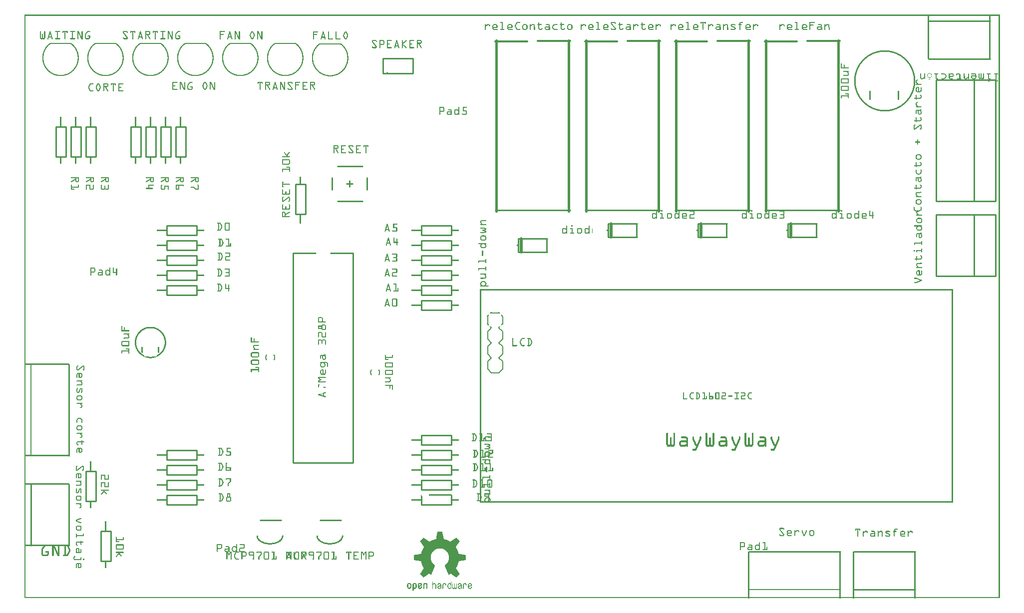
<source format=gto>
G04 MADE WITH FRITZING*
G04 WWW.FRITZING.ORG*
G04 DOUBLE SIDED*
G04 HOLES PLATED*
G04 CONTOUR ON CENTER OF CONTOUR VECTOR*
%ASAXBY*%
%FSLAX23Y23*%
%MOIN*%
%OFA0B0*%
%SFA1.0B1.0*%
%ADD10C,0.410000X0.39*%
%ADD11C,0.010000*%
%ADD12C,0.015947*%
%ADD13C,0.011276*%
%ADD14C,0.012022*%
%ADD15C,0.012026*%
%ADD16C,0.005000*%
%ADD17C,0.010417*%
%ADD18C,0.008000*%
%ADD19C,0.020000*%
%ADD20C,0.007874*%
%ADD21R,0.001000X0.001000*%
%LNSILK1*%
G90*
G70*
G54D10*
X5742Y3457D03*
G54D11*
X1572Y521D02*
X1712Y521D01*
D02*
X1972Y521D02*
X2112Y521D01*
D02*
X2288Y2808D02*
X2288Y2730D01*
D02*
X2091Y2887D02*
X2258Y2887D01*
D02*
X2091Y2651D02*
X2258Y2651D01*
D02*
X2052Y2808D02*
X2052Y2730D01*
D02*
X2170Y2789D02*
X2170Y2749D01*
D02*
X2189Y2769D02*
X2150Y2769D01*
D02*
X1809Y2567D02*
X1809Y2767D01*
D02*
X1809Y2767D02*
X1875Y2767D01*
D02*
X1875Y2767D02*
X1875Y2567D01*
D02*
X1875Y2567D02*
X1809Y2567D01*
D02*
X2392Y3507D02*
X2592Y3507D01*
D02*
X2592Y3507D02*
X2592Y3607D01*
D02*
X2592Y3607D02*
X2392Y3607D01*
D02*
X2392Y3607D02*
X2392Y3507D01*
D02*
X1075Y3148D02*
X1075Y2948D01*
D02*
X1075Y2948D02*
X1009Y2948D01*
D02*
X1009Y2948D02*
X1009Y3148D01*
D02*
X1009Y3148D02*
X1075Y3148D01*
D02*
X475Y848D02*
X475Y648D01*
D02*
X475Y648D02*
X409Y648D01*
D02*
X409Y648D02*
X409Y848D01*
D02*
X409Y848D02*
X475Y848D01*
D02*
X575Y448D02*
X575Y248D01*
D02*
X575Y248D02*
X509Y248D01*
D02*
X509Y248D02*
X509Y448D01*
D02*
X509Y448D02*
X575Y448D01*
D02*
X975Y3148D02*
X975Y2948D01*
D02*
X975Y2948D02*
X909Y2948D01*
D02*
X909Y2948D02*
X909Y3148D01*
D02*
X909Y3148D02*
X975Y3148D01*
D02*
X875Y3148D02*
X875Y2948D01*
D02*
X875Y2948D02*
X809Y2948D01*
D02*
X809Y2948D02*
X809Y3148D01*
D02*
X809Y3148D02*
X875Y3148D01*
D02*
X775Y3148D02*
X775Y2948D01*
D02*
X775Y2948D02*
X709Y2948D01*
D02*
X709Y2948D02*
X709Y3148D01*
D02*
X709Y3148D02*
X775Y3148D01*
D02*
X475Y3148D02*
X475Y2948D01*
D02*
X475Y2948D02*
X409Y2948D01*
D02*
X409Y2948D02*
X409Y3148D01*
D02*
X409Y3148D02*
X475Y3148D01*
D02*
X375Y3148D02*
X375Y2948D01*
D02*
X375Y2948D02*
X309Y2948D01*
D02*
X309Y2948D02*
X309Y3148D01*
D02*
X309Y3148D02*
X375Y3148D01*
D02*
X275Y3148D02*
X275Y2948D01*
D02*
X275Y2948D02*
X209Y2948D01*
D02*
X209Y2948D02*
X209Y3148D01*
D02*
X209Y3148D02*
X275Y3148D01*
D02*
X1792Y2307D02*
X1792Y907D01*
D02*
X1792Y907D02*
X2192Y907D01*
D02*
X2192Y907D02*
X2192Y2307D01*
D02*
X1792Y2307D02*
X1942Y2307D01*
D02*
X2042Y2307D02*
X2192Y2307D01*
G54D12*
D02*
X3150Y3727D02*
X3150Y2586D01*
G54D13*
D02*
X3142Y2593D02*
X3642Y2593D01*
G54D12*
D02*
X3634Y2586D02*
X3634Y3727D01*
G54D14*
D02*
X3142Y3720D02*
X3355Y3720D01*
G54D15*
D02*
X3428Y3721D02*
X3642Y3721D01*
G54D12*
D02*
X3750Y3727D02*
X3750Y2586D01*
G54D13*
D02*
X3742Y2593D02*
X4242Y2593D01*
G54D12*
D02*
X4234Y2586D02*
X4234Y3727D01*
G54D14*
D02*
X3742Y3720D02*
X3955Y3720D01*
G54D15*
D02*
X4028Y3721D02*
X4242Y3721D01*
G54D12*
D02*
X4350Y3727D02*
X4350Y2586D01*
G54D13*
D02*
X4342Y2593D02*
X4842Y2593D01*
G54D12*
D02*
X4834Y2586D02*
X4834Y3727D01*
G54D14*
D02*
X4342Y3720D02*
X4555Y3720D01*
G54D15*
D02*
X4628Y3721D02*
X4842Y3721D01*
G54D12*
D02*
X4950Y3727D02*
X4950Y2586D01*
G54D13*
D02*
X4942Y2593D02*
X5442Y2593D01*
G54D12*
D02*
X5434Y2586D02*
X5434Y3727D01*
G54D14*
D02*
X4942Y3720D02*
X5155Y3720D01*
G54D15*
D02*
X5228Y3721D02*
X5442Y3721D01*
G54D11*
D02*
X951Y2190D02*
X1151Y2190D01*
D02*
X1151Y2190D02*
X1151Y2124D01*
D02*
X1151Y2124D02*
X951Y2124D01*
D02*
X951Y2124D02*
X951Y2190D01*
D02*
X951Y2290D02*
X1151Y2290D01*
D02*
X1151Y2290D02*
X1151Y2224D01*
D02*
X1151Y2224D02*
X951Y2224D01*
D02*
X951Y2224D02*
X951Y2290D01*
D02*
X2651Y2490D02*
X2851Y2490D01*
D02*
X2851Y2490D02*
X2851Y2424D01*
D02*
X2851Y2424D02*
X2651Y2424D01*
D02*
X2651Y2424D02*
X2651Y2490D01*
D02*
X2651Y1990D02*
X2851Y1990D01*
D02*
X2851Y1990D02*
X2851Y1924D01*
D02*
X2851Y1924D02*
X2651Y1924D01*
D02*
X2651Y1924D02*
X2651Y1990D01*
D02*
X2651Y1090D02*
X2851Y1090D01*
D02*
X2851Y1090D02*
X2851Y1024D01*
D02*
X2851Y1024D02*
X2651Y1024D01*
D02*
X2651Y1024D02*
X2651Y1090D01*
D02*
X951Y690D02*
X1151Y690D01*
D02*
X1151Y690D02*
X1151Y624D01*
D02*
X1151Y624D02*
X951Y624D01*
D02*
X951Y624D02*
X951Y690D01*
D02*
X951Y890D02*
X1151Y890D01*
D02*
X1151Y890D02*
X1151Y824D01*
D02*
X1151Y824D02*
X951Y824D01*
D02*
X951Y824D02*
X951Y890D01*
D02*
X951Y990D02*
X1151Y990D01*
D02*
X1151Y990D02*
X1151Y924D01*
D02*
X1151Y924D02*
X951Y924D01*
D02*
X951Y924D02*
X951Y990D01*
D02*
X951Y790D02*
X1151Y790D01*
D02*
X1151Y790D02*
X1151Y724D01*
D02*
X1151Y724D02*
X951Y724D01*
D02*
X951Y724D02*
X951Y790D01*
D02*
X951Y2390D02*
X1151Y2390D01*
D02*
X1151Y2390D02*
X1151Y2324D01*
D02*
X1151Y2324D02*
X951Y2324D01*
D02*
X951Y2324D02*
X951Y2390D01*
D02*
X951Y2090D02*
X1151Y2090D01*
D02*
X1151Y2090D02*
X1151Y2024D01*
D02*
X1151Y2024D02*
X951Y2024D01*
D02*
X951Y2024D02*
X951Y2090D01*
D02*
X951Y2490D02*
X1151Y2490D01*
D02*
X1151Y2490D02*
X1151Y2424D01*
D02*
X1151Y2424D02*
X951Y2424D01*
D02*
X951Y2424D02*
X951Y2490D01*
D02*
X2651Y2090D02*
X2851Y2090D01*
D02*
X2851Y2090D02*
X2851Y2024D01*
D02*
X2851Y2024D02*
X2651Y2024D01*
D02*
X2651Y2024D02*
X2651Y2090D01*
D02*
X2651Y2290D02*
X2851Y2290D01*
D02*
X2851Y2290D02*
X2851Y2224D01*
D02*
X2851Y2224D02*
X2651Y2224D01*
D02*
X2651Y2224D02*
X2651Y2290D01*
D02*
X2651Y2390D02*
X2851Y2390D01*
D02*
X2851Y2390D02*
X2851Y2324D01*
D02*
X2851Y2324D02*
X2651Y2324D01*
D02*
X2651Y2324D02*
X2651Y2390D01*
D02*
X2651Y2190D02*
X2851Y2190D01*
D02*
X2851Y2190D02*
X2851Y2124D01*
D02*
X2851Y2124D02*
X2651Y2124D01*
D02*
X2651Y2124D02*
X2651Y2190D01*
D02*
X2851Y690D02*
X2851Y624D01*
D02*
X2851Y624D02*
X2651Y624D01*
D02*
X2651Y790D02*
X2851Y790D01*
D02*
X2851Y790D02*
X2851Y724D01*
D02*
X2851Y724D02*
X2651Y724D01*
D02*
X2651Y724D02*
X2651Y790D01*
D02*
X2651Y890D02*
X2851Y890D01*
D02*
X2851Y890D02*
X2851Y824D01*
D02*
X2851Y824D02*
X2651Y824D01*
D02*
X2651Y824D02*
X2651Y890D01*
D02*
X2651Y990D02*
X2851Y990D01*
D02*
X2851Y990D02*
X2851Y924D01*
D02*
X2851Y924D02*
X2651Y924D01*
D02*
X2651Y924D02*
X2651Y990D01*
D02*
X297Y952D02*
X297Y1562D01*
G54D16*
D02*
X43Y1562D02*
X43Y952D01*
G54D11*
D02*
X5447Y312D02*
X4837Y312D01*
G54D16*
D02*
X4837Y59D02*
X5447Y59D01*
G54D17*
D02*
X6037Y3602D02*
X6447Y3602D01*
D02*
X6447Y3856D02*
X6037Y3856D01*
D02*
X297Y352D02*
X297Y763D01*
D02*
X43Y763D02*
X43Y352D01*
D02*
X5947Y312D02*
X5536Y312D01*
D02*
X5536Y59D02*
X5947Y59D01*
D02*
X6087Y2562D02*
X6087Y2152D01*
D02*
X6087Y2152D02*
X6482Y2152D01*
D02*
X6482Y2152D02*
X6482Y2562D01*
D02*
X6482Y2562D02*
X6087Y2562D01*
D02*
X6340Y2152D02*
X6340Y2562D01*
D02*
X6087Y3462D02*
X6087Y2652D01*
D02*
X6087Y2652D02*
X6482Y2652D01*
D02*
X6482Y2652D02*
X6482Y3462D01*
D02*
X6482Y3462D02*
X6087Y3462D01*
D02*
X6340Y2652D02*
X6340Y3462D01*
G54D18*
D02*
X3192Y1582D02*
X3192Y1532D01*
D02*
X3192Y1532D02*
X3167Y1507D01*
D02*
X3117Y1507D02*
X3092Y1532D01*
D02*
X3167Y1707D02*
X3192Y1682D01*
D02*
X3192Y1682D02*
X3192Y1632D01*
D02*
X3192Y1632D02*
X3167Y1607D01*
D02*
X3117Y1607D02*
X3092Y1632D01*
D02*
X3092Y1632D02*
X3092Y1682D01*
D02*
X3092Y1682D02*
X3117Y1707D01*
D02*
X3192Y1582D02*
X3167Y1607D01*
D02*
X3117Y1607D02*
X3092Y1582D01*
D02*
X3092Y1532D02*
X3092Y1582D01*
D02*
X3192Y1882D02*
X3192Y1832D01*
D02*
X3167Y1807D02*
X3192Y1782D01*
D02*
X3192Y1782D02*
X3192Y1732D01*
D02*
X3192Y1732D02*
X3167Y1707D01*
D02*
X3117Y1707D02*
X3092Y1732D01*
D02*
X3092Y1732D02*
X3092Y1782D01*
D02*
X3092Y1782D02*
X3117Y1807D01*
D02*
X3167Y1907D02*
X3117Y1907D01*
D02*
X3092Y1832D02*
X3092Y1882D01*
D02*
X3167Y1507D02*
X3117Y1507D01*
G54D11*
D02*
X5096Y2502D02*
X5291Y2502D01*
D02*
X5291Y2412D02*
X5096Y2412D01*
D02*
X5096Y2412D02*
X5096Y2502D01*
G54D19*
D02*
X5116Y2412D02*
X5116Y2502D01*
G54D11*
D02*
X4496Y2502D02*
X4691Y2502D01*
D02*
X4691Y2412D02*
X4496Y2412D01*
D02*
X4496Y2412D02*
X4496Y2502D01*
G54D19*
D02*
X4516Y2412D02*
X4516Y2502D01*
G54D11*
D02*
X3896Y2502D02*
X4091Y2502D01*
D02*
X4091Y2412D02*
X3896Y2412D01*
D02*
X3896Y2412D02*
X3896Y2502D01*
G54D19*
D02*
X3916Y2412D02*
X3916Y2502D01*
G54D11*
D02*
X3296Y2402D02*
X3491Y2402D01*
D02*
X3491Y2312D02*
X3296Y2312D01*
D02*
X3296Y2312D02*
X3296Y2402D01*
G54D19*
D02*
X3316Y2312D02*
X3316Y2402D01*
G54D20*
X912Y3704D02*
X770Y3704D01*
D02*
X1512Y3704D02*
X1370Y3704D01*
D02*
X1212Y3704D02*
X1070Y3704D01*
D02*
X2112Y3702D02*
X1970Y3702D01*
D02*
X612Y3704D02*
X470Y3704D01*
D02*
X312Y3704D02*
X170Y3704D01*
D02*
X1812Y3704D02*
X1670Y3704D01*
D02*
G54D21*
X0Y3897D02*
X6512Y3897D01*
X0Y3896D02*
X6512Y3896D01*
X0Y3895D02*
X6512Y3895D01*
X0Y3894D02*
X6512Y3894D01*
X0Y3893D02*
X6512Y3893D01*
X0Y3892D02*
X6512Y3892D01*
X0Y3891D02*
X6512Y3891D01*
X0Y3890D02*
X6512Y3890D01*
X0Y3889D02*
X7Y3889D01*
X6031Y3889D02*
X6040Y3889D01*
X6442Y3889D02*
X6451Y3889D01*
X6505Y3889D02*
X6512Y3889D01*
X0Y3888D02*
X7Y3888D01*
X6031Y3888D02*
X6040Y3888D01*
X6442Y3888D02*
X6451Y3888D01*
X6505Y3888D02*
X6512Y3888D01*
X0Y3887D02*
X7Y3887D01*
X6031Y3887D02*
X6040Y3887D01*
X6442Y3887D02*
X6451Y3887D01*
X6505Y3887D02*
X6512Y3887D01*
X0Y3886D02*
X7Y3886D01*
X6031Y3886D02*
X6040Y3886D01*
X6442Y3886D02*
X6451Y3886D01*
X6505Y3886D02*
X6512Y3886D01*
X0Y3885D02*
X7Y3885D01*
X6031Y3885D02*
X6040Y3885D01*
X6442Y3885D02*
X6451Y3885D01*
X6505Y3885D02*
X6512Y3885D01*
X0Y3884D02*
X7Y3884D01*
X6031Y3884D02*
X6040Y3884D01*
X6442Y3884D02*
X6451Y3884D01*
X6505Y3884D02*
X6512Y3884D01*
X0Y3883D02*
X7Y3883D01*
X6031Y3883D02*
X6040Y3883D01*
X6442Y3883D02*
X6451Y3883D01*
X6505Y3883D02*
X6512Y3883D01*
X0Y3882D02*
X7Y3882D01*
X6031Y3882D02*
X6040Y3882D01*
X6442Y3882D02*
X6451Y3882D01*
X6505Y3882D02*
X6512Y3882D01*
X0Y3881D02*
X7Y3881D01*
X6031Y3881D02*
X6040Y3881D01*
X6442Y3881D02*
X6451Y3881D01*
X6505Y3881D02*
X6512Y3881D01*
X0Y3880D02*
X7Y3880D01*
X6031Y3880D02*
X6040Y3880D01*
X6442Y3880D02*
X6451Y3880D01*
X6505Y3880D02*
X6512Y3880D01*
X0Y3879D02*
X7Y3879D01*
X6031Y3879D02*
X6040Y3879D01*
X6442Y3879D02*
X6451Y3879D01*
X6505Y3879D02*
X6512Y3879D01*
X0Y3878D02*
X7Y3878D01*
X6031Y3878D02*
X6040Y3878D01*
X6442Y3878D02*
X6451Y3878D01*
X6505Y3878D02*
X6512Y3878D01*
X0Y3877D02*
X7Y3877D01*
X6031Y3877D02*
X6040Y3877D01*
X6442Y3877D02*
X6451Y3877D01*
X6505Y3877D02*
X6512Y3877D01*
X0Y3876D02*
X7Y3876D01*
X6031Y3876D02*
X6040Y3876D01*
X6442Y3876D02*
X6451Y3876D01*
X6505Y3876D02*
X6512Y3876D01*
X0Y3875D02*
X7Y3875D01*
X6031Y3875D02*
X6040Y3875D01*
X6442Y3875D02*
X6451Y3875D01*
X6505Y3875D02*
X6512Y3875D01*
X0Y3874D02*
X7Y3874D01*
X6031Y3874D02*
X6040Y3874D01*
X6442Y3874D02*
X6451Y3874D01*
X6505Y3874D02*
X6512Y3874D01*
X0Y3873D02*
X7Y3873D01*
X6031Y3873D02*
X6040Y3873D01*
X6442Y3873D02*
X6451Y3873D01*
X6505Y3873D02*
X6512Y3873D01*
X0Y3872D02*
X7Y3872D01*
X6031Y3872D02*
X6040Y3872D01*
X6442Y3872D02*
X6451Y3872D01*
X6505Y3872D02*
X6512Y3872D01*
X0Y3871D02*
X7Y3871D01*
X6031Y3871D02*
X6040Y3871D01*
X6442Y3871D02*
X6451Y3871D01*
X6505Y3871D02*
X6512Y3871D01*
X0Y3870D02*
X7Y3870D01*
X6031Y3870D02*
X6040Y3870D01*
X6442Y3870D02*
X6451Y3870D01*
X6505Y3870D02*
X6512Y3870D01*
X0Y3869D02*
X7Y3869D01*
X6031Y3869D02*
X6040Y3869D01*
X6442Y3869D02*
X6451Y3869D01*
X6505Y3869D02*
X6512Y3869D01*
X0Y3868D02*
X7Y3868D01*
X6031Y3868D02*
X6040Y3868D01*
X6442Y3868D02*
X6451Y3868D01*
X6505Y3868D02*
X6512Y3868D01*
X0Y3867D02*
X7Y3867D01*
X6031Y3867D02*
X6040Y3867D01*
X6442Y3867D02*
X6451Y3867D01*
X6505Y3867D02*
X6512Y3867D01*
X0Y3866D02*
X7Y3866D01*
X6031Y3866D02*
X6040Y3866D01*
X6442Y3866D02*
X6451Y3866D01*
X6505Y3866D02*
X6512Y3866D01*
X0Y3865D02*
X7Y3865D01*
X6031Y3865D02*
X6040Y3865D01*
X6442Y3865D02*
X6451Y3865D01*
X6505Y3865D02*
X6512Y3865D01*
X0Y3864D02*
X7Y3864D01*
X6031Y3864D02*
X6040Y3864D01*
X6442Y3864D02*
X6451Y3864D01*
X6505Y3864D02*
X6512Y3864D01*
X0Y3863D02*
X7Y3863D01*
X6031Y3863D02*
X6040Y3863D01*
X6442Y3863D02*
X6451Y3863D01*
X6505Y3863D02*
X6512Y3863D01*
X0Y3862D02*
X7Y3862D01*
X6031Y3862D02*
X6040Y3862D01*
X6442Y3862D02*
X6451Y3862D01*
X6505Y3862D02*
X6512Y3862D01*
X0Y3861D02*
X7Y3861D01*
X6031Y3861D02*
X6040Y3861D01*
X6442Y3861D02*
X6451Y3861D01*
X6505Y3861D02*
X6512Y3861D01*
X0Y3860D02*
X7Y3860D01*
X6031Y3860D02*
X6040Y3860D01*
X6442Y3860D02*
X6451Y3860D01*
X6505Y3860D02*
X6512Y3860D01*
X0Y3859D02*
X7Y3859D01*
X6031Y3859D02*
X6040Y3859D01*
X6442Y3859D02*
X6451Y3859D01*
X6505Y3859D02*
X6512Y3859D01*
X0Y3858D02*
X7Y3858D01*
X6031Y3858D02*
X6040Y3858D01*
X6442Y3858D02*
X6451Y3858D01*
X6505Y3858D02*
X6512Y3858D01*
X0Y3857D02*
X7Y3857D01*
X6031Y3857D02*
X6040Y3857D01*
X6442Y3857D02*
X6451Y3857D01*
X6505Y3857D02*
X6512Y3857D01*
X0Y3856D02*
X7Y3856D01*
X6031Y3856D02*
X6040Y3856D01*
X6442Y3856D02*
X6451Y3856D01*
X6505Y3856D02*
X6512Y3856D01*
X0Y3855D02*
X7Y3855D01*
X6031Y3855D02*
X6040Y3855D01*
X6442Y3855D02*
X6451Y3855D01*
X6505Y3855D02*
X6512Y3855D01*
X0Y3854D02*
X7Y3854D01*
X6031Y3854D02*
X6040Y3854D01*
X6442Y3854D02*
X6451Y3854D01*
X6505Y3854D02*
X6512Y3854D01*
X0Y3853D02*
X7Y3853D01*
X6031Y3853D02*
X6040Y3853D01*
X6442Y3853D02*
X6451Y3853D01*
X6505Y3853D02*
X6512Y3853D01*
X0Y3852D02*
X7Y3852D01*
X6031Y3852D02*
X6040Y3852D01*
X6442Y3852D02*
X6451Y3852D01*
X6505Y3852D02*
X6512Y3852D01*
X0Y3851D02*
X7Y3851D01*
X6031Y3851D02*
X6040Y3851D01*
X6442Y3851D02*
X6451Y3851D01*
X6505Y3851D02*
X6512Y3851D01*
X0Y3850D02*
X7Y3850D01*
X6031Y3850D02*
X6040Y3850D01*
X6442Y3850D02*
X6451Y3850D01*
X6505Y3850D02*
X6512Y3850D01*
X0Y3849D02*
X7Y3849D01*
X3181Y3849D02*
X3191Y3849D01*
X3293Y3849D02*
X3305Y3849D01*
X3822Y3849D02*
X3831Y3849D01*
X3922Y3849D02*
X3939Y3849D01*
X4421Y3849D02*
X4431Y3849D01*
X4515Y3849D02*
X4548Y3849D01*
X4785Y3849D02*
X4793Y3849D01*
X5148Y3849D02*
X5158Y3849D01*
X5242Y3849D02*
X5271Y3849D01*
X6031Y3849D02*
X6040Y3849D01*
X6442Y3849D02*
X6451Y3849D01*
X6505Y3849D02*
X6512Y3849D01*
X0Y3848D02*
X7Y3848D01*
X3179Y3848D02*
X3193Y3848D01*
X3288Y3848D02*
X3307Y3848D01*
X3819Y3848D02*
X3833Y3848D01*
X3919Y3848D02*
X3943Y3848D01*
X4419Y3848D02*
X4433Y3848D01*
X4514Y3848D02*
X4548Y3848D01*
X4780Y3848D02*
X4795Y3848D01*
X5146Y3848D02*
X5160Y3848D01*
X5241Y3848D02*
X5274Y3848D01*
X6031Y3848D02*
X6040Y3848D01*
X6442Y3848D02*
X6451Y3848D01*
X6505Y3848D02*
X6512Y3848D01*
X0Y3847D02*
X7Y3847D01*
X3178Y3847D02*
X3194Y3847D01*
X3286Y3847D02*
X3308Y3847D01*
X3818Y3847D02*
X3834Y3847D01*
X3917Y3847D02*
X3944Y3847D01*
X4418Y3847D02*
X4434Y3847D01*
X4514Y3847D02*
X4548Y3847D01*
X4779Y3847D02*
X4796Y3847D01*
X5145Y3847D02*
X5161Y3847D01*
X5241Y3847D02*
X5275Y3847D01*
X6031Y3847D02*
X6040Y3847D01*
X6442Y3847D02*
X6451Y3847D01*
X6505Y3847D02*
X6512Y3847D01*
X0Y3846D02*
X7Y3846D01*
X3178Y3846D02*
X3194Y3846D01*
X3285Y3846D02*
X3308Y3846D01*
X3434Y3846D02*
X3434Y3846D01*
X3584Y3846D02*
X3584Y3846D01*
X3818Y3846D02*
X3834Y3846D01*
X3916Y3846D02*
X3946Y3846D01*
X3974Y3846D02*
X3974Y3846D01*
X4124Y3846D02*
X4124Y3846D01*
X4418Y3846D02*
X4434Y3846D01*
X4514Y3846D02*
X4548Y3846D01*
X4777Y3846D02*
X4796Y3846D01*
X5145Y3846D02*
X5161Y3846D01*
X5241Y3846D02*
X5275Y3846D01*
X6031Y3846D02*
X6040Y3846D01*
X6442Y3846D02*
X6451Y3846D01*
X6505Y3846D02*
X6512Y3846D01*
X0Y3845D02*
X7Y3845D01*
X3178Y3845D02*
X3194Y3845D01*
X3284Y3845D02*
X3308Y3845D01*
X3432Y3845D02*
X3436Y3845D01*
X3582Y3845D02*
X3586Y3845D01*
X3818Y3845D02*
X3834Y3845D01*
X3916Y3845D02*
X3946Y3845D01*
X3972Y3845D02*
X3976Y3845D01*
X4122Y3845D02*
X4126Y3845D01*
X4418Y3845D02*
X4434Y3845D01*
X4514Y3845D02*
X4548Y3845D01*
X4776Y3845D02*
X4796Y3845D01*
X5145Y3845D02*
X5161Y3845D01*
X5241Y3845D02*
X5275Y3845D01*
X6031Y3845D02*
X6040Y3845D01*
X6442Y3845D02*
X6451Y3845D01*
X6505Y3845D02*
X6512Y3845D01*
X0Y3844D02*
X7Y3844D01*
X3178Y3844D02*
X3194Y3844D01*
X3284Y3844D02*
X3308Y3844D01*
X3432Y3844D02*
X3437Y3844D01*
X3582Y3844D02*
X3587Y3844D01*
X3818Y3844D02*
X3834Y3844D01*
X3915Y3844D02*
X3947Y3844D01*
X3972Y3844D02*
X3977Y3844D01*
X4122Y3844D02*
X4127Y3844D01*
X4418Y3844D02*
X4434Y3844D01*
X4514Y3844D02*
X4548Y3844D01*
X4775Y3844D02*
X4796Y3844D01*
X5145Y3844D02*
X5161Y3844D01*
X5241Y3844D02*
X5275Y3844D01*
X6031Y3844D02*
X6040Y3844D01*
X6442Y3844D02*
X6451Y3844D01*
X6505Y3844D02*
X6512Y3844D01*
X0Y3843D02*
X7Y3843D01*
X3179Y3843D02*
X3194Y3843D01*
X3283Y3843D02*
X3307Y3843D01*
X3431Y3843D02*
X3437Y3843D01*
X3581Y3843D02*
X3587Y3843D01*
X3819Y3843D02*
X3834Y3843D01*
X3915Y3843D02*
X3947Y3843D01*
X3971Y3843D02*
X3977Y3843D01*
X4121Y3843D02*
X4127Y3843D01*
X4419Y3843D02*
X4434Y3843D01*
X4514Y3843D02*
X4548Y3843D01*
X4775Y3843D02*
X4795Y3843D01*
X5146Y3843D02*
X5161Y3843D01*
X5241Y3843D02*
X5274Y3843D01*
X6031Y3843D02*
X6040Y3843D01*
X6442Y3843D02*
X6451Y3843D01*
X6505Y3843D02*
X6512Y3843D01*
X0Y3842D02*
X7Y3842D01*
X3182Y3842D02*
X3194Y3842D01*
X3283Y3842D02*
X3304Y3842D01*
X3431Y3842D02*
X3437Y3842D01*
X3581Y3842D02*
X3587Y3842D01*
X3822Y3842D02*
X3834Y3842D01*
X3915Y3842D02*
X3948Y3842D01*
X3971Y3842D02*
X3977Y3842D01*
X4121Y3842D02*
X4127Y3842D01*
X4422Y3842D02*
X4434Y3842D01*
X4514Y3842D02*
X4548Y3842D01*
X4774Y3842D02*
X4792Y3842D01*
X5149Y3842D02*
X5161Y3842D01*
X5241Y3842D02*
X5271Y3842D01*
X6031Y3842D02*
X6040Y3842D01*
X6442Y3842D02*
X6451Y3842D01*
X6505Y3842D02*
X6512Y3842D01*
X0Y3841D02*
X7Y3841D01*
X3188Y3841D02*
X3194Y3841D01*
X3282Y3841D02*
X3289Y3841D01*
X3431Y3841D02*
X3437Y3841D01*
X3581Y3841D02*
X3587Y3841D01*
X3828Y3841D02*
X3834Y3841D01*
X3915Y3841D02*
X3921Y3841D01*
X3942Y3841D02*
X3948Y3841D01*
X3971Y3841D02*
X3977Y3841D01*
X4121Y3841D02*
X4127Y3841D01*
X4428Y3841D02*
X4434Y3841D01*
X4514Y3841D02*
X4521Y3841D01*
X4528Y3841D02*
X4534Y3841D01*
X4542Y3841D02*
X4548Y3841D01*
X4774Y3841D02*
X4781Y3841D01*
X5155Y3841D02*
X5161Y3841D01*
X5241Y3841D02*
X5247Y3841D01*
X6031Y3841D02*
X6040Y3841D01*
X6442Y3841D02*
X6451Y3841D01*
X6505Y3841D02*
X6512Y3841D01*
X0Y3840D02*
X7Y3840D01*
X3188Y3840D02*
X3194Y3840D01*
X3282Y3840D02*
X3289Y3840D01*
X3431Y3840D02*
X3437Y3840D01*
X3581Y3840D02*
X3587Y3840D01*
X3828Y3840D02*
X3834Y3840D01*
X3915Y3840D02*
X3921Y3840D01*
X3942Y3840D02*
X3948Y3840D01*
X3971Y3840D02*
X3977Y3840D01*
X4121Y3840D02*
X4127Y3840D01*
X4428Y3840D02*
X4434Y3840D01*
X4514Y3840D02*
X4521Y3840D01*
X4528Y3840D02*
X4534Y3840D01*
X4542Y3840D02*
X4548Y3840D01*
X4773Y3840D02*
X4780Y3840D01*
X5155Y3840D02*
X5161Y3840D01*
X5241Y3840D02*
X5247Y3840D01*
X6031Y3840D02*
X6040Y3840D01*
X6442Y3840D02*
X6451Y3840D01*
X6505Y3840D02*
X6512Y3840D01*
X0Y3839D02*
X7Y3839D01*
X3188Y3839D02*
X3194Y3839D01*
X3281Y3839D02*
X3288Y3839D01*
X3431Y3839D02*
X3437Y3839D01*
X3581Y3839D02*
X3587Y3839D01*
X3828Y3839D02*
X3834Y3839D01*
X3915Y3839D02*
X3922Y3839D01*
X3942Y3839D02*
X3948Y3839D01*
X3971Y3839D02*
X3977Y3839D01*
X4121Y3839D02*
X4127Y3839D01*
X4428Y3839D02*
X4434Y3839D01*
X4515Y3839D02*
X4520Y3839D01*
X4528Y3839D02*
X4534Y3839D01*
X4542Y3839D02*
X4548Y3839D01*
X4773Y3839D02*
X4780Y3839D01*
X5155Y3839D02*
X5161Y3839D01*
X5241Y3839D02*
X5247Y3839D01*
X6031Y3839D02*
X6040Y3839D01*
X6442Y3839D02*
X6451Y3839D01*
X6505Y3839D02*
X6512Y3839D01*
X0Y3838D02*
X7Y3838D01*
X3188Y3838D02*
X3194Y3838D01*
X3281Y3838D02*
X3288Y3838D01*
X3431Y3838D02*
X3437Y3838D01*
X3581Y3838D02*
X3587Y3838D01*
X3828Y3838D02*
X3834Y3838D01*
X3915Y3838D02*
X3923Y3838D01*
X3943Y3838D02*
X3948Y3838D01*
X3971Y3838D02*
X3977Y3838D01*
X4121Y3838D02*
X4127Y3838D01*
X4428Y3838D02*
X4434Y3838D01*
X4515Y3838D02*
X4520Y3838D01*
X4528Y3838D02*
X4534Y3838D01*
X4543Y3838D02*
X4548Y3838D01*
X4773Y3838D02*
X4779Y3838D01*
X5155Y3838D02*
X5161Y3838D01*
X5241Y3838D02*
X5247Y3838D01*
X6031Y3838D02*
X6040Y3838D01*
X6442Y3838D02*
X6451Y3838D01*
X6505Y3838D02*
X6512Y3838D01*
X0Y3837D02*
X7Y3837D01*
X3188Y3837D02*
X3194Y3837D01*
X3280Y3837D02*
X3287Y3837D01*
X3431Y3837D02*
X3437Y3837D01*
X3581Y3837D02*
X3587Y3837D01*
X3828Y3837D02*
X3834Y3837D01*
X3916Y3837D02*
X3924Y3837D01*
X3943Y3837D02*
X3947Y3837D01*
X3971Y3837D02*
X3977Y3837D01*
X4121Y3837D02*
X4127Y3837D01*
X4428Y3837D02*
X4434Y3837D01*
X4516Y3837D02*
X4519Y3837D01*
X4528Y3837D02*
X4534Y3837D01*
X4543Y3837D02*
X4547Y3837D01*
X4773Y3837D02*
X4779Y3837D01*
X5155Y3837D02*
X5161Y3837D01*
X5241Y3837D02*
X5247Y3837D01*
X6031Y3837D02*
X6040Y3837D01*
X6442Y3837D02*
X6451Y3837D01*
X6505Y3837D02*
X6512Y3837D01*
X0Y3836D02*
X7Y3836D01*
X3188Y3836D02*
X3194Y3836D01*
X3280Y3836D02*
X3287Y3836D01*
X3431Y3836D02*
X3437Y3836D01*
X3581Y3836D02*
X3587Y3836D01*
X3828Y3836D02*
X3834Y3836D01*
X3916Y3836D02*
X3924Y3836D01*
X3971Y3836D02*
X3977Y3836D01*
X4121Y3836D02*
X4127Y3836D01*
X4428Y3836D02*
X4434Y3836D01*
X4528Y3836D02*
X4534Y3836D01*
X4773Y3836D02*
X4779Y3836D01*
X5155Y3836D02*
X5161Y3836D01*
X5241Y3836D02*
X5247Y3836D01*
X6031Y3836D02*
X6040Y3836D01*
X6442Y3836D02*
X6451Y3836D01*
X6505Y3836D02*
X6512Y3836D01*
X0Y3835D02*
X7Y3835D01*
X3188Y3835D02*
X3194Y3835D01*
X3279Y3835D02*
X3286Y3835D01*
X3431Y3835D02*
X3437Y3835D01*
X3581Y3835D02*
X3587Y3835D01*
X3828Y3835D02*
X3834Y3835D01*
X3917Y3835D02*
X3925Y3835D01*
X3971Y3835D02*
X3977Y3835D01*
X4121Y3835D02*
X4127Y3835D01*
X4428Y3835D02*
X4434Y3835D01*
X4528Y3835D02*
X4534Y3835D01*
X4773Y3835D02*
X4779Y3835D01*
X5155Y3835D02*
X5161Y3835D01*
X5241Y3835D02*
X5247Y3835D01*
X6031Y3835D02*
X6040Y3835D01*
X6442Y3835D02*
X6451Y3835D01*
X6505Y3835D02*
X6512Y3835D01*
X0Y3834D02*
X7Y3834D01*
X3077Y3834D02*
X3078Y3834D01*
X3090Y3834D02*
X3100Y3834D01*
X3135Y3834D02*
X3148Y3834D01*
X3188Y3834D02*
X3194Y3834D01*
X3235Y3834D02*
X3248Y3834D01*
X3279Y3834D02*
X3285Y3834D01*
X3335Y3834D02*
X3347Y3834D01*
X3377Y3834D02*
X3378Y3834D01*
X3391Y3834D02*
X3399Y3834D01*
X3427Y3834D02*
X3452Y3834D01*
X3484Y3834D02*
X3499Y3834D01*
X3539Y3834D02*
X3556Y3834D01*
X3577Y3834D02*
X3602Y3834D01*
X3635Y3834D02*
X3647Y3834D01*
X3717Y3834D02*
X3718Y3834D01*
X3730Y3834D02*
X3740Y3834D01*
X3775Y3834D02*
X3788Y3834D01*
X3828Y3834D02*
X3834Y3834D01*
X3875Y3834D02*
X3888Y3834D01*
X3918Y3834D02*
X3926Y3834D01*
X3967Y3834D02*
X3992Y3834D01*
X4024Y3834D02*
X4039Y3834D01*
X4067Y3834D02*
X4068Y3834D01*
X4080Y3834D02*
X4090Y3834D01*
X4117Y3834D02*
X4142Y3834D01*
X4175Y3834D02*
X4188Y3834D01*
X4217Y3834D02*
X4218Y3834D01*
X4230Y3834D02*
X4240Y3834D01*
X4317Y3834D02*
X4318Y3834D01*
X4330Y3834D02*
X4340Y3834D01*
X4375Y3834D02*
X4388Y3834D01*
X4428Y3834D02*
X4434Y3834D01*
X4475Y3834D02*
X4488Y3834D01*
X4528Y3834D02*
X4534Y3834D01*
X4567Y3834D02*
X4568Y3834D01*
X4580Y3834D02*
X4590Y3834D01*
X4624Y3834D02*
X4639Y3834D01*
X4667Y3834D02*
X4668Y3834D01*
X4681Y3834D02*
X4689Y3834D01*
X4722Y3834D02*
X4741Y3834D01*
X4768Y3834D02*
X4787Y3834D01*
X4825Y3834D02*
X4838Y3834D01*
X4867Y3834D02*
X4868Y3834D01*
X4880Y3834D02*
X4890Y3834D01*
X5044Y3834D02*
X5045Y3834D01*
X5057Y3834D02*
X5067Y3834D01*
X5102Y3834D02*
X5114Y3834D01*
X5155Y3834D02*
X5161Y3834D01*
X5202Y3834D02*
X5214Y3834D01*
X5241Y3834D02*
X5247Y3834D01*
X5300Y3834D02*
X5316Y3834D01*
X5344Y3834D02*
X5345Y3834D01*
X5358Y3834D02*
X5366Y3834D01*
X6031Y3834D02*
X6040Y3834D01*
X6442Y3834D02*
X6451Y3834D01*
X6505Y3834D02*
X6512Y3834D01*
X0Y3833D02*
X7Y3833D01*
X3075Y3833D02*
X3080Y3833D01*
X3089Y3833D02*
X3103Y3833D01*
X3132Y3833D02*
X3150Y3833D01*
X3188Y3833D02*
X3194Y3833D01*
X3232Y3833D02*
X3250Y3833D01*
X3278Y3833D02*
X3285Y3833D01*
X3332Y3833D02*
X3350Y3833D01*
X3375Y3833D02*
X3380Y3833D01*
X3389Y3833D02*
X3402Y3833D01*
X3425Y3833D02*
X3454Y3833D01*
X3482Y3833D02*
X3502Y3833D01*
X3536Y3833D02*
X3557Y3833D01*
X3575Y3833D02*
X3604Y3833D01*
X3632Y3833D02*
X3650Y3833D01*
X3715Y3833D02*
X3720Y3833D01*
X3729Y3833D02*
X3743Y3833D01*
X3772Y3833D02*
X3790Y3833D01*
X3828Y3833D02*
X3834Y3833D01*
X3872Y3833D02*
X3890Y3833D01*
X3919Y3833D02*
X3927Y3833D01*
X3965Y3833D02*
X3994Y3833D01*
X4022Y3833D02*
X4042Y3833D01*
X4065Y3833D02*
X4070Y3833D01*
X4079Y3833D02*
X4093Y3833D01*
X4115Y3833D02*
X4144Y3833D01*
X4172Y3833D02*
X4190Y3833D01*
X4215Y3833D02*
X4220Y3833D01*
X4229Y3833D02*
X4243Y3833D01*
X4315Y3833D02*
X4320Y3833D01*
X4329Y3833D02*
X4343Y3833D01*
X4372Y3833D02*
X4390Y3833D01*
X4428Y3833D02*
X4434Y3833D01*
X4472Y3833D02*
X4490Y3833D01*
X4528Y3833D02*
X4534Y3833D01*
X4565Y3833D02*
X4570Y3833D01*
X4579Y3833D02*
X4593Y3833D01*
X4622Y3833D02*
X4642Y3833D01*
X4665Y3833D02*
X4670Y3833D01*
X4679Y3833D02*
X4692Y3833D01*
X4720Y3833D02*
X4743Y3833D01*
X4767Y3833D02*
X4788Y3833D01*
X4822Y3833D02*
X4840Y3833D01*
X4865Y3833D02*
X4870Y3833D01*
X4879Y3833D02*
X4893Y3833D01*
X5042Y3833D02*
X5047Y3833D01*
X5056Y3833D02*
X5069Y3833D01*
X5099Y3833D02*
X5117Y3833D01*
X5155Y3833D02*
X5161Y3833D01*
X5199Y3833D02*
X5217Y3833D01*
X5241Y3833D02*
X5247Y3833D01*
X5299Y3833D02*
X5319Y3833D01*
X5342Y3833D02*
X5346Y3833D01*
X5356Y3833D02*
X5369Y3833D01*
X6031Y3833D02*
X6040Y3833D01*
X6442Y3833D02*
X6451Y3833D01*
X6505Y3833D02*
X6512Y3833D01*
X0Y3832D02*
X7Y3832D01*
X3075Y3832D02*
X3080Y3832D01*
X3088Y3832D02*
X3104Y3832D01*
X3131Y3832D02*
X3152Y3832D01*
X3188Y3832D02*
X3194Y3832D01*
X3231Y3832D02*
X3252Y3832D01*
X3278Y3832D02*
X3284Y3832D01*
X3331Y3832D02*
X3352Y3832D01*
X3375Y3832D02*
X3380Y3832D01*
X3387Y3832D02*
X3403Y3832D01*
X3425Y3832D02*
X3454Y3832D01*
X3482Y3832D02*
X3503Y3832D01*
X3534Y3832D02*
X3558Y3832D01*
X3575Y3832D02*
X3604Y3832D01*
X3631Y3832D02*
X3652Y3832D01*
X3715Y3832D02*
X3720Y3832D01*
X3728Y3832D02*
X3744Y3832D01*
X3771Y3832D02*
X3792Y3832D01*
X3828Y3832D02*
X3834Y3832D01*
X3871Y3832D02*
X3892Y3832D01*
X3919Y3832D02*
X3927Y3832D01*
X3965Y3832D02*
X3994Y3832D01*
X4022Y3832D02*
X4043Y3832D01*
X4065Y3832D02*
X4070Y3832D01*
X4078Y3832D02*
X4094Y3832D01*
X4115Y3832D02*
X4144Y3832D01*
X4171Y3832D02*
X4192Y3832D01*
X4215Y3832D02*
X4220Y3832D01*
X4228Y3832D02*
X4244Y3832D01*
X4315Y3832D02*
X4320Y3832D01*
X4328Y3832D02*
X4344Y3832D01*
X4371Y3832D02*
X4392Y3832D01*
X4428Y3832D02*
X4434Y3832D01*
X4471Y3832D02*
X4492Y3832D01*
X4528Y3832D02*
X4534Y3832D01*
X4565Y3832D02*
X4570Y3832D01*
X4578Y3832D02*
X4594Y3832D01*
X4622Y3832D02*
X4643Y3832D01*
X4665Y3832D02*
X4670Y3832D01*
X4677Y3832D02*
X4693Y3832D01*
X4718Y3832D02*
X4745Y3832D01*
X4766Y3832D02*
X4789Y3832D01*
X4821Y3832D02*
X4842Y3832D01*
X4865Y3832D02*
X4870Y3832D01*
X4878Y3832D02*
X4894Y3832D01*
X5042Y3832D02*
X5047Y3832D01*
X5055Y3832D02*
X5071Y3832D01*
X5098Y3832D02*
X5118Y3832D01*
X5155Y3832D02*
X5161Y3832D01*
X5198Y3832D02*
X5218Y3832D01*
X5241Y3832D02*
X5247Y3832D01*
X5299Y3832D02*
X5320Y3832D01*
X5342Y3832D02*
X5347Y3832D01*
X5354Y3832D02*
X5370Y3832D01*
X6031Y3832D02*
X6040Y3832D01*
X6442Y3832D02*
X6451Y3832D01*
X6505Y3832D02*
X6512Y3832D01*
X0Y3831D02*
X7Y3831D01*
X3075Y3831D02*
X3080Y3831D01*
X3087Y3831D02*
X3105Y3831D01*
X3130Y3831D02*
X3153Y3831D01*
X3188Y3831D02*
X3194Y3831D01*
X3230Y3831D02*
X3253Y3831D01*
X3277Y3831D02*
X3284Y3831D01*
X3330Y3831D02*
X3353Y3831D01*
X3375Y3831D02*
X3380Y3831D01*
X3386Y3831D02*
X3404Y3831D01*
X3425Y3831D02*
X3454Y3831D01*
X3481Y3831D02*
X3504Y3831D01*
X3533Y3831D02*
X3558Y3831D01*
X3575Y3831D02*
X3604Y3831D01*
X3630Y3831D02*
X3653Y3831D01*
X3715Y3831D02*
X3721Y3831D01*
X3727Y3831D02*
X3745Y3831D01*
X3770Y3831D02*
X3793Y3831D01*
X3828Y3831D02*
X3834Y3831D01*
X3870Y3831D02*
X3893Y3831D01*
X3920Y3831D02*
X3928Y3831D01*
X3965Y3831D02*
X3995Y3831D01*
X4021Y3831D02*
X4044Y3831D01*
X4065Y3831D02*
X4070Y3831D01*
X4077Y3831D02*
X4095Y3831D01*
X4115Y3831D02*
X4145Y3831D01*
X4170Y3831D02*
X4193Y3831D01*
X4215Y3831D02*
X4220Y3831D01*
X4227Y3831D02*
X4245Y3831D01*
X4315Y3831D02*
X4320Y3831D01*
X4327Y3831D02*
X4345Y3831D01*
X4370Y3831D02*
X4393Y3831D01*
X4428Y3831D02*
X4434Y3831D01*
X4470Y3831D02*
X4493Y3831D01*
X4528Y3831D02*
X4534Y3831D01*
X4565Y3831D02*
X4570Y3831D01*
X4577Y3831D02*
X4595Y3831D01*
X4621Y3831D02*
X4644Y3831D01*
X4665Y3831D02*
X4670Y3831D01*
X4676Y3831D02*
X4694Y3831D01*
X4717Y3831D02*
X4746Y3831D01*
X4766Y3831D02*
X4789Y3831D01*
X4820Y3831D02*
X4843Y3831D01*
X4865Y3831D02*
X4870Y3831D01*
X4877Y3831D02*
X4895Y3831D01*
X5041Y3831D02*
X5047Y3831D01*
X5053Y3831D02*
X5072Y3831D01*
X5097Y3831D02*
X5120Y3831D01*
X5155Y3831D02*
X5161Y3831D01*
X5197Y3831D02*
X5220Y3831D01*
X5241Y3831D02*
X5266Y3831D01*
X5298Y3831D02*
X5321Y3831D01*
X5341Y3831D02*
X5347Y3831D01*
X5352Y3831D02*
X5371Y3831D01*
X6031Y3831D02*
X6040Y3831D01*
X6442Y3831D02*
X6451Y3831D01*
X6505Y3831D02*
X6512Y3831D01*
X0Y3830D02*
X7Y3830D01*
X3075Y3830D02*
X3081Y3830D01*
X3085Y3830D02*
X3106Y3830D01*
X3129Y3830D02*
X3154Y3830D01*
X3188Y3830D02*
X3194Y3830D01*
X3229Y3830D02*
X3254Y3830D01*
X3277Y3830D02*
X3283Y3830D01*
X3329Y3830D02*
X3354Y3830D01*
X3374Y3830D02*
X3381Y3830D01*
X3384Y3830D02*
X3405Y3830D01*
X3425Y3830D02*
X3454Y3830D01*
X3481Y3830D02*
X3505Y3830D01*
X3532Y3830D02*
X3558Y3830D01*
X3575Y3830D02*
X3604Y3830D01*
X3629Y3830D02*
X3654Y3830D01*
X3715Y3830D02*
X3721Y3830D01*
X3725Y3830D02*
X3746Y3830D01*
X3769Y3830D02*
X3794Y3830D01*
X3828Y3830D02*
X3834Y3830D01*
X3869Y3830D02*
X3894Y3830D01*
X3921Y3830D02*
X3929Y3830D01*
X3965Y3830D02*
X3994Y3830D01*
X4022Y3830D02*
X4045Y3830D01*
X4065Y3830D02*
X4071Y3830D01*
X4075Y3830D02*
X4096Y3830D01*
X4115Y3830D02*
X4144Y3830D01*
X4169Y3830D02*
X4194Y3830D01*
X4215Y3830D02*
X4221Y3830D01*
X4225Y3830D02*
X4246Y3830D01*
X4314Y3830D02*
X4321Y3830D01*
X4325Y3830D02*
X4346Y3830D01*
X4369Y3830D02*
X4394Y3830D01*
X4428Y3830D02*
X4434Y3830D01*
X4469Y3830D02*
X4494Y3830D01*
X4528Y3830D02*
X4534Y3830D01*
X4564Y3830D02*
X4571Y3830D01*
X4575Y3830D02*
X4596Y3830D01*
X4621Y3830D02*
X4645Y3830D01*
X4664Y3830D02*
X4670Y3830D01*
X4674Y3830D02*
X4695Y3830D01*
X4717Y3830D02*
X4746Y3830D01*
X4766Y3830D02*
X4789Y3830D01*
X4819Y3830D02*
X4844Y3830D01*
X4864Y3830D02*
X4870Y3830D01*
X4875Y3830D02*
X4896Y3830D01*
X5041Y3830D02*
X5047Y3830D01*
X5052Y3830D02*
X5073Y3830D01*
X5095Y3830D02*
X5121Y3830D01*
X5155Y3830D02*
X5161Y3830D01*
X5195Y3830D02*
X5221Y3830D01*
X5241Y3830D02*
X5267Y3830D01*
X5298Y3830D02*
X5322Y3830D01*
X5341Y3830D02*
X5347Y3830D01*
X5351Y3830D02*
X5372Y3830D01*
X6031Y3830D02*
X6040Y3830D01*
X6442Y3830D02*
X6451Y3830D01*
X6505Y3830D02*
X6512Y3830D01*
X0Y3829D02*
X7Y3829D01*
X3075Y3829D02*
X3081Y3829D01*
X3084Y3829D02*
X3107Y3829D01*
X3128Y3829D02*
X3155Y3829D01*
X3188Y3829D02*
X3194Y3829D01*
X3228Y3829D02*
X3255Y3829D01*
X3276Y3829D02*
X3283Y3829D01*
X3328Y3829D02*
X3355Y3829D01*
X3374Y3829D02*
X3406Y3829D01*
X3425Y3829D02*
X3454Y3829D01*
X3482Y3829D02*
X3506Y3829D01*
X3531Y3829D02*
X3558Y3829D01*
X3575Y3829D02*
X3604Y3829D01*
X3627Y3829D02*
X3655Y3829D01*
X3715Y3829D02*
X3721Y3829D01*
X3724Y3829D02*
X3747Y3829D01*
X3768Y3829D02*
X3795Y3829D01*
X3828Y3829D02*
X3834Y3829D01*
X3868Y3829D02*
X3895Y3829D01*
X3922Y3829D02*
X3930Y3829D01*
X3965Y3829D02*
X3994Y3829D01*
X4022Y3829D02*
X4046Y3829D01*
X4065Y3829D02*
X4071Y3829D01*
X4074Y3829D02*
X4097Y3829D01*
X4115Y3829D02*
X4144Y3829D01*
X4168Y3829D02*
X4195Y3829D01*
X4215Y3829D02*
X4221Y3829D01*
X4224Y3829D02*
X4247Y3829D01*
X4314Y3829D02*
X4321Y3829D01*
X4324Y3829D02*
X4347Y3829D01*
X4368Y3829D02*
X4395Y3829D01*
X4428Y3829D02*
X4434Y3829D01*
X4467Y3829D02*
X4495Y3829D01*
X4528Y3829D02*
X4534Y3829D01*
X4564Y3829D02*
X4571Y3829D01*
X4574Y3829D02*
X4597Y3829D01*
X4622Y3829D02*
X4646Y3829D01*
X4664Y3829D02*
X4696Y3829D01*
X4716Y3829D02*
X4747Y3829D01*
X4767Y3829D02*
X4789Y3829D01*
X4817Y3829D02*
X4845Y3829D01*
X4864Y3829D02*
X4870Y3829D01*
X4874Y3829D02*
X4897Y3829D01*
X5041Y3829D02*
X5047Y3829D01*
X5051Y3829D02*
X5074Y3829D01*
X5094Y3829D02*
X5122Y3829D01*
X5155Y3829D02*
X5161Y3829D01*
X5194Y3829D02*
X5222Y3829D01*
X5241Y3829D02*
X5268Y3829D01*
X5299Y3829D02*
X5323Y3829D01*
X5341Y3829D02*
X5347Y3829D01*
X5349Y3829D02*
X5373Y3829D01*
X6031Y3829D02*
X6040Y3829D01*
X6442Y3829D02*
X6451Y3829D01*
X6505Y3829D02*
X6512Y3829D01*
X0Y3828D02*
X7Y3828D01*
X3075Y3828D02*
X3081Y3828D01*
X3083Y3828D02*
X3107Y3828D01*
X3127Y3828D02*
X3156Y3828D01*
X3188Y3828D02*
X3194Y3828D01*
X3227Y3828D02*
X3256Y3828D01*
X3276Y3828D02*
X3282Y3828D01*
X3327Y3828D02*
X3356Y3828D01*
X3374Y3828D02*
X3406Y3828D01*
X3426Y3828D02*
X3453Y3828D01*
X3483Y3828D02*
X3506Y3828D01*
X3530Y3828D02*
X3557Y3828D01*
X3576Y3828D02*
X3603Y3828D01*
X3627Y3828D02*
X3656Y3828D01*
X3715Y3828D02*
X3721Y3828D01*
X3723Y3828D02*
X3747Y3828D01*
X3767Y3828D02*
X3796Y3828D01*
X3828Y3828D02*
X3834Y3828D01*
X3867Y3828D02*
X3896Y3828D01*
X3923Y3828D02*
X3931Y3828D01*
X3966Y3828D02*
X3993Y3828D01*
X4023Y3828D02*
X4046Y3828D01*
X4065Y3828D02*
X4071Y3828D01*
X4073Y3828D02*
X4097Y3828D01*
X4116Y3828D02*
X4143Y3828D01*
X4167Y3828D02*
X4196Y3828D01*
X4215Y3828D02*
X4221Y3828D01*
X4223Y3828D02*
X4247Y3828D01*
X4314Y3828D02*
X4321Y3828D01*
X4323Y3828D02*
X4347Y3828D01*
X4367Y3828D02*
X4396Y3828D01*
X4428Y3828D02*
X4434Y3828D01*
X4467Y3828D02*
X4496Y3828D01*
X4528Y3828D02*
X4534Y3828D01*
X4564Y3828D02*
X4571Y3828D01*
X4573Y3828D02*
X4597Y3828D01*
X4623Y3828D02*
X4646Y3828D01*
X4664Y3828D02*
X4696Y3828D01*
X4716Y3828D02*
X4747Y3828D01*
X4768Y3828D02*
X4788Y3828D01*
X4817Y3828D02*
X4846Y3828D01*
X4864Y3828D02*
X4870Y3828D01*
X4873Y3828D02*
X4897Y3828D01*
X5041Y3828D02*
X5047Y3828D01*
X5050Y3828D02*
X5074Y3828D01*
X5094Y3828D02*
X5123Y3828D01*
X5155Y3828D02*
X5161Y3828D01*
X5194Y3828D02*
X5223Y3828D01*
X5241Y3828D02*
X5268Y3828D01*
X5300Y3828D02*
X5323Y3828D01*
X5341Y3828D02*
X5373Y3828D01*
X6031Y3828D02*
X6040Y3828D01*
X6442Y3828D02*
X6451Y3828D01*
X6505Y3828D02*
X6512Y3828D01*
X0Y3827D02*
X7Y3827D01*
X3075Y3827D02*
X3092Y3827D01*
X3100Y3827D02*
X3108Y3827D01*
X3126Y3827D02*
X3135Y3827D01*
X3147Y3827D02*
X3157Y3827D01*
X3188Y3827D02*
X3194Y3827D01*
X3226Y3827D02*
X3235Y3827D01*
X3247Y3827D02*
X3257Y3827D01*
X3275Y3827D02*
X3282Y3827D01*
X3326Y3827D02*
X3335Y3827D01*
X3347Y3827D02*
X3357Y3827D01*
X3374Y3827D02*
X3391Y3827D01*
X3399Y3827D02*
X3407Y3827D01*
X3431Y3827D02*
X3438Y3827D01*
X3499Y3827D02*
X3507Y3827D01*
X3528Y3827D02*
X3539Y3827D01*
X3581Y3827D02*
X3588Y3827D01*
X3626Y3827D02*
X3635Y3827D01*
X3647Y3827D02*
X3657Y3827D01*
X3715Y3827D02*
X3732Y3827D01*
X3740Y3827D02*
X3748Y3827D01*
X3766Y3827D02*
X3775Y3827D01*
X3787Y3827D02*
X3797Y3827D01*
X3828Y3827D02*
X3834Y3827D01*
X3866Y3827D02*
X3875Y3827D01*
X3887Y3827D02*
X3897Y3827D01*
X3923Y3827D02*
X3931Y3827D01*
X3971Y3827D02*
X3978Y3827D01*
X4039Y3827D02*
X4047Y3827D01*
X4065Y3827D02*
X4082Y3827D01*
X4090Y3827D02*
X4098Y3827D01*
X4121Y3827D02*
X4128Y3827D01*
X4166Y3827D02*
X4175Y3827D01*
X4187Y3827D02*
X4197Y3827D01*
X4215Y3827D02*
X4232Y3827D01*
X4240Y3827D02*
X4248Y3827D01*
X4314Y3827D02*
X4332Y3827D01*
X4340Y3827D02*
X4348Y3827D01*
X4366Y3827D02*
X4375Y3827D01*
X4387Y3827D02*
X4397Y3827D01*
X4428Y3827D02*
X4434Y3827D01*
X4466Y3827D02*
X4475Y3827D01*
X4487Y3827D02*
X4497Y3827D01*
X4528Y3827D02*
X4534Y3827D01*
X4564Y3827D02*
X4582Y3827D01*
X4590Y3827D02*
X4598Y3827D01*
X4639Y3827D02*
X4647Y3827D01*
X4664Y3827D02*
X4681Y3827D01*
X4689Y3827D02*
X4697Y3827D01*
X4715Y3827D02*
X4722Y3827D01*
X4740Y3827D02*
X4747Y3827D01*
X4773Y3827D02*
X4779Y3827D01*
X4816Y3827D02*
X4825Y3827D01*
X4837Y3827D02*
X4847Y3827D01*
X4864Y3827D02*
X4882Y3827D01*
X4890Y3827D02*
X4898Y3827D01*
X5041Y3827D02*
X5059Y3827D01*
X5067Y3827D02*
X5074Y3827D01*
X5093Y3827D02*
X5102Y3827D01*
X5114Y3827D02*
X5123Y3827D01*
X5155Y3827D02*
X5161Y3827D01*
X5193Y3827D02*
X5202Y3827D01*
X5214Y3827D02*
X5223Y3827D01*
X5241Y3827D02*
X5268Y3827D01*
X5316Y3827D02*
X5324Y3827D01*
X5341Y3827D02*
X5358Y3827D01*
X5366Y3827D02*
X5374Y3827D01*
X6031Y3827D02*
X6040Y3827D01*
X6442Y3827D02*
X6451Y3827D01*
X6505Y3827D02*
X6512Y3827D01*
X0Y3826D02*
X7Y3826D01*
X3075Y3826D02*
X3091Y3826D01*
X3101Y3826D02*
X3108Y3826D01*
X3126Y3826D02*
X3134Y3826D01*
X3149Y3826D02*
X3157Y3826D01*
X3188Y3826D02*
X3194Y3826D01*
X3226Y3826D02*
X3234Y3826D01*
X3249Y3826D02*
X3257Y3826D01*
X3275Y3826D02*
X3281Y3826D01*
X3326Y3826D02*
X3334Y3826D01*
X3349Y3826D02*
X3357Y3826D01*
X3374Y3826D02*
X3390Y3826D01*
X3400Y3826D02*
X3407Y3826D01*
X3431Y3826D02*
X3437Y3826D01*
X3500Y3826D02*
X3507Y3826D01*
X3527Y3826D02*
X3537Y3826D01*
X3581Y3826D02*
X3587Y3826D01*
X3625Y3826D02*
X3634Y3826D01*
X3649Y3826D02*
X3657Y3826D01*
X3715Y3826D02*
X3731Y3826D01*
X3741Y3826D02*
X3748Y3826D01*
X3766Y3826D02*
X3774Y3826D01*
X3789Y3826D02*
X3797Y3826D01*
X3828Y3826D02*
X3834Y3826D01*
X3866Y3826D02*
X3874Y3826D01*
X3889Y3826D02*
X3897Y3826D01*
X3924Y3826D02*
X3932Y3826D01*
X3971Y3826D02*
X3977Y3826D01*
X4040Y3826D02*
X4047Y3826D01*
X4065Y3826D02*
X4081Y3826D01*
X4091Y3826D02*
X4098Y3826D01*
X4121Y3826D02*
X4127Y3826D01*
X4166Y3826D02*
X4174Y3826D01*
X4189Y3826D02*
X4197Y3826D01*
X4215Y3826D02*
X4231Y3826D01*
X4241Y3826D02*
X4248Y3826D01*
X4314Y3826D02*
X4331Y3826D01*
X4341Y3826D02*
X4348Y3826D01*
X4366Y3826D02*
X4374Y3826D01*
X4389Y3826D02*
X4397Y3826D01*
X4428Y3826D02*
X4434Y3826D01*
X4466Y3826D02*
X4474Y3826D01*
X4489Y3826D02*
X4497Y3826D01*
X4528Y3826D02*
X4534Y3826D01*
X4564Y3826D02*
X4581Y3826D01*
X4591Y3826D02*
X4598Y3826D01*
X4640Y3826D02*
X4647Y3826D01*
X4664Y3826D02*
X4680Y3826D01*
X4690Y3826D02*
X4697Y3826D01*
X4715Y3826D02*
X4721Y3826D01*
X4742Y3826D02*
X4747Y3826D01*
X4773Y3826D02*
X4779Y3826D01*
X4815Y3826D02*
X4824Y3826D01*
X4839Y3826D02*
X4847Y3826D01*
X4864Y3826D02*
X4881Y3826D01*
X4891Y3826D02*
X4898Y3826D01*
X5041Y3826D02*
X5057Y3826D01*
X5068Y3826D02*
X5075Y3826D01*
X5092Y3826D02*
X5101Y3826D01*
X5116Y3826D02*
X5124Y3826D01*
X5155Y3826D02*
X5161Y3826D01*
X5192Y3826D02*
X5200Y3826D01*
X5216Y3826D02*
X5224Y3826D01*
X5241Y3826D02*
X5267Y3826D01*
X5317Y3826D02*
X5324Y3826D01*
X5341Y3826D02*
X5357Y3826D01*
X5367Y3826D02*
X5374Y3826D01*
X6031Y3826D02*
X6040Y3826D01*
X6442Y3826D02*
X6451Y3826D01*
X6505Y3826D02*
X6512Y3826D01*
X0Y3825D02*
X7Y3825D01*
X3075Y3825D02*
X3089Y3825D01*
X3102Y3825D02*
X3108Y3825D01*
X3125Y3825D02*
X3132Y3825D01*
X3150Y3825D02*
X3158Y3825D01*
X3188Y3825D02*
X3194Y3825D01*
X3225Y3825D02*
X3232Y3825D01*
X3250Y3825D02*
X3258Y3825D01*
X3275Y3825D02*
X3281Y3825D01*
X3325Y3825D02*
X3332Y3825D01*
X3350Y3825D02*
X3358Y3825D01*
X3374Y3825D02*
X3388Y3825D01*
X3401Y3825D02*
X3407Y3825D01*
X3431Y3825D02*
X3437Y3825D01*
X3501Y3825D02*
X3507Y3825D01*
X3527Y3825D02*
X3536Y3825D01*
X3581Y3825D02*
X3587Y3825D01*
X3625Y3825D02*
X3632Y3825D01*
X3650Y3825D02*
X3657Y3825D01*
X3715Y3825D02*
X3729Y3825D01*
X3742Y3825D02*
X3748Y3825D01*
X3765Y3825D02*
X3773Y3825D01*
X3790Y3825D02*
X3798Y3825D01*
X3828Y3825D02*
X3834Y3825D01*
X3865Y3825D02*
X3872Y3825D01*
X3890Y3825D02*
X3898Y3825D01*
X3925Y3825D02*
X3933Y3825D01*
X3971Y3825D02*
X3977Y3825D01*
X4041Y3825D02*
X4047Y3825D01*
X4065Y3825D02*
X4079Y3825D01*
X4092Y3825D02*
X4098Y3825D01*
X4121Y3825D02*
X4127Y3825D01*
X4165Y3825D02*
X4172Y3825D01*
X4190Y3825D02*
X4198Y3825D01*
X4215Y3825D02*
X4229Y3825D01*
X4242Y3825D02*
X4248Y3825D01*
X4314Y3825D02*
X4329Y3825D01*
X4342Y3825D02*
X4348Y3825D01*
X4365Y3825D02*
X4372Y3825D01*
X4390Y3825D02*
X4398Y3825D01*
X4428Y3825D02*
X4434Y3825D01*
X4465Y3825D02*
X4472Y3825D01*
X4490Y3825D02*
X4498Y3825D01*
X4528Y3825D02*
X4534Y3825D01*
X4564Y3825D02*
X4579Y3825D01*
X4592Y3825D02*
X4598Y3825D01*
X4641Y3825D02*
X4647Y3825D01*
X4664Y3825D02*
X4678Y3825D01*
X4691Y3825D02*
X4697Y3825D01*
X4715Y3825D02*
X4721Y3825D01*
X4743Y3825D02*
X4746Y3825D01*
X4773Y3825D02*
X4779Y3825D01*
X4815Y3825D02*
X4822Y3825D01*
X4840Y3825D02*
X4847Y3825D01*
X4864Y3825D02*
X4879Y3825D01*
X4892Y3825D02*
X4898Y3825D01*
X5041Y3825D02*
X5056Y3825D01*
X5069Y3825D02*
X5075Y3825D01*
X5092Y3825D02*
X5099Y3825D01*
X5117Y3825D02*
X5124Y3825D01*
X5155Y3825D02*
X5161Y3825D01*
X5192Y3825D02*
X5199Y3825D01*
X5217Y3825D02*
X5224Y3825D01*
X5241Y3825D02*
X5267Y3825D01*
X5318Y3825D02*
X5324Y3825D01*
X5341Y3825D02*
X5355Y3825D01*
X5368Y3825D02*
X5374Y3825D01*
X6031Y3825D02*
X6040Y3825D01*
X6442Y3825D02*
X6451Y3825D01*
X6505Y3825D02*
X6512Y3825D01*
X0Y3824D02*
X7Y3824D01*
X3075Y3824D02*
X3088Y3824D01*
X3102Y3824D02*
X3108Y3824D01*
X3125Y3824D02*
X3131Y3824D01*
X3151Y3824D02*
X3158Y3824D01*
X3188Y3824D02*
X3194Y3824D01*
X3225Y3824D02*
X3231Y3824D01*
X3251Y3824D02*
X3258Y3824D01*
X3275Y3824D02*
X3281Y3824D01*
X3325Y3824D02*
X3331Y3824D01*
X3351Y3824D02*
X3358Y3824D01*
X3374Y3824D02*
X3387Y3824D01*
X3401Y3824D02*
X3407Y3824D01*
X3431Y3824D02*
X3437Y3824D01*
X3501Y3824D02*
X3507Y3824D01*
X3526Y3824D02*
X3535Y3824D01*
X3581Y3824D02*
X3587Y3824D01*
X3625Y3824D02*
X3631Y3824D01*
X3651Y3824D02*
X3658Y3824D01*
X3715Y3824D02*
X3728Y3824D01*
X3742Y3824D02*
X3748Y3824D01*
X3765Y3824D02*
X3772Y3824D01*
X3791Y3824D02*
X3798Y3824D01*
X3828Y3824D02*
X3834Y3824D01*
X3865Y3824D02*
X3872Y3824D01*
X3891Y3824D02*
X3898Y3824D01*
X3926Y3824D02*
X3934Y3824D01*
X3971Y3824D02*
X3977Y3824D01*
X4041Y3824D02*
X4047Y3824D01*
X4065Y3824D02*
X4078Y3824D01*
X4092Y3824D02*
X4098Y3824D01*
X4121Y3824D02*
X4127Y3824D01*
X4165Y3824D02*
X4171Y3824D01*
X4191Y3824D02*
X4198Y3824D01*
X4215Y3824D02*
X4228Y3824D01*
X4242Y3824D02*
X4248Y3824D01*
X4314Y3824D02*
X4328Y3824D01*
X4342Y3824D02*
X4348Y3824D01*
X4365Y3824D02*
X4371Y3824D01*
X4391Y3824D02*
X4398Y3824D01*
X4428Y3824D02*
X4434Y3824D01*
X4465Y3824D02*
X4471Y3824D01*
X4491Y3824D02*
X4498Y3824D01*
X4528Y3824D02*
X4534Y3824D01*
X4564Y3824D02*
X4578Y3824D01*
X4592Y3824D02*
X4598Y3824D01*
X4641Y3824D02*
X4647Y3824D01*
X4664Y3824D02*
X4677Y3824D01*
X4691Y3824D02*
X4697Y3824D01*
X4716Y3824D02*
X4722Y3824D01*
X4773Y3824D02*
X4779Y3824D01*
X4815Y3824D02*
X4821Y3824D01*
X4841Y3824D02*
X4848Y3824D01*
X4864Y3824D02*
X4878Y3824D01*
X4892Y3824D02*
X4898Y3824D01*
X5041Y3824D02*
X5055Y3824D01*
X5069Y3824D02*
X5075Y3824D01*
X5092Y3824D02*
X5098Y3824D01*
X5118Y3824D02*
X5125Y3824D01*
X5155Y3824D02*
X5161Y3824D01*
X5192Y3824D02*
X5198Y3824D01*
X5218Y3824D02*
X5225Y3824D01*
X5241Y3824D02*
X5248Y3824D01*
X5318Y3824D02*
X5324Y3824D01*
X5341Y3824D02*
X5354Y3824D01*
X5368Y3824D02*
X5374Y3824D01*
X6031Y3824D02*
X6040Y3824D01*
X6442Y3824D02*
X6451Y3824D01*
X6505Y3824D02*
X6512Y3824D01*
X0Y3823D02*
X7Y3823D01*
X3075Y3823D02*
X3087Y3823D01*
X3102Y3823D02*
X3108Y3823D01*
X3125Y3823D02*
X3131Y3823D01*
X3152Y3823D02*
X3158Y3823D01*
X3188Y3823D02*
X3194Y3823D01*
X3225Y3823D02*
X3231Y3823D01*
X3252Y3823D02*
X3258Y3823D01*
X3275Y3823D02*
X3281Y3823D01*
X3325Y3823D02*
X3331Y3823D01*
X3352Y3823D02*
X3358Y3823D01*
X3374Y3823D02*
X3385Y3823D01*
X3401Y3823D02*
X3407Y3823D01*
X3431Y3823D02*
X3437Y3823D01*
X3501Y3823D02*
X3507Y3823D01*
X3525Y3823D02*
X3534Y3823D01*
X3581Y3823D02*
X3587Y3823D01*
X3625Y3823D02*
X3631Y3823D01*
X3652Y3823D02*
X3658Y3823D01*
X3715Y3823D02*
X3727Y3823D01*
X3742Y3823D02*
X3748Y3823D01*
X3765Y3823D02*
X3771Y3823D01*
X3792Y3823D02*
X3798Y3823D01*
X3828Y3823D02*
X3834Y3823D01*
X3865Y3823D02*
X3871Y3823D01*
X3892Y3823D02*
X3898Y3823D01*
X3926Y3823D02*
X3934Y3823D01*
X3971Y3823D02*
X3977Y3823D01*
X4041Y3823D02*
X4047Y3823D01*
X4065Y3823D02*
X4077Y3823D01*
X4092Y3823D02*
X4098Y3823D01*
X4121Y3823D02*
X4127Y3823D01*
X4165Y3823D02*
X4171Y3823D01*
X4192Y3823D02*
X4198Y3823D01*
X4215Y3823D02*
X4227Y3823D01*
X4242Y3823D02*
X4248Y3823D01*
X4314Y3823D02*
X4327Y3823D01*
X4342Y3823D02*
X4348Y3823D01*
X4365Y3823D02*
X4371Y3823D01*
X4392Y3823D02*
X4398Y3823D01*
X4428Y3823D02*
X4434Y3823D01*
X4465Y3823D02*
X4471Y3823D01*
X4492Y3823D02*
X4498Y3823D01*
X4528Y3823D02*
X4534Y3823D01*
X4564Y3823D02*
X4577Y3823D01*
X4592Y3823D02*
X4598Y3823D01*
X4641Y3823D02*
X4647Y3823D01*
X4664Y3823D02*
X4675Y3823D01*
X4691Y3823D02*
X4697Y3823D01*
X4716Y3823D02*
X4724Y3823D01*
X4773Y3823D02*
X4779Y3823D01*
X4815Y3823D02*
X4821Y3823D01*
X4842Y3823D02*
X4848Y3823D01*
X4864Y3823D02*
X4877Y3823D01*
X4892Y3823D02*
X4898Y3823D01*
X5041Y3823D02*
X5054Y3823D01*
X5069Y3823D02*
X5075Y3823D01*
X5092Y3823D02*
X5098Y3823D01*
X5119Y3823D02*
X5125Y3823D01*
X5155Y3823D02*
X5161Y3823D01*
X5192Y3823D02*
X5198Y3823D01*
X5219Y3823D02*
X5225Y3823D01*
X5241Y3823D02*
X5247Y3823D01*
X5318Y3823D02*
X5324Y3823D01*
X5341Y3823D02*
X5352Y3823D01*
X5368Y3823D02*
X5374Y3823D01*
X6031Y3823D02*
X6040Y3823D01*
X6442Y3823D02*
X6451Y3823D01*
X6505Y3823D02*
X6512Y3823D01*
X0Y3822D02*
X7Y3822D01*
X3075Y3822D02*
X3086Y3822D01*
X3102Y3822D02*
X3108Y3822D01*
X3125Y3822D02*
X3131Y3822D01*
X3152Y3822D02*
X3158Y3822D01*
X3188Y3822D02*
X3194Y3822D01*
X3225Y3822D02*
X3231Y3822D01*
X3252Y3822D02*
X3258Y3822D01*
X3275Y3822D02*
X3281Y3822D01*
X3325Y3822D02*
X3331Y3822D01*
X3352Y3822D02*
X3358Y3822D01*
X3374Y3822D02*
X3384Y3822D01*
X3401Y3822D02*
X3407Y3822D01*
X3431Y3822D02*
X3437Y3822D01*
X3501Y3822D02*
X3507Y3822D01*
X3525Y3822D02*
X3532Y3822D01*
X3581Y3822D02*
X3587Y3822D01*
X3624Y3822D02*
X3631Y3822D01*
X3652Y3822D02*
X3658Y3822D01*
X3715Y3822D02*
X3726Y3822D01*
X3742Y3822D02*
X3748Y3822D01*
X3765Y3822D02*
X3771Y3822D01*
X3792Y3822D02*
X3798Y3822D01*
X3828Y3822D02*
X3834Y3822D01*
X3865Y3822D02*
X3871Y3822D01*
X3892Y3822D02*
X3898Y3822D01*
X3927Y3822D02*
X3935Y3822D01*
X3971Y3822D02*
X3977Y3822D01*
X4041Y3822D02*
X4047Y3822D01*
X4065Y3822D02*
X4076Y3822D01*
X4092Y3822D02*
X4098Y3822D01*
X4121Y3822D02*
X4127Y3822D01*
X4165Y3822D02*
X4171Y3822D01*
X4192Y3822D02*
X4198Y3822D01*
X4215Y3822D02*
X4226Y3822D01*
X4242Y3822D02*
X4248Y3822D01*
X4314Y3822D02*
X4326Y3822D01*
X4342Y3822D02*
X4348Y3822D01*
X4365Y3822D02*
X4371Y3822D01*
X4392Y3822D02*
X4398Y3822D01*
X4428Y3822D02*
X4434Y3822D01*
X4465Y3822D02*
X4471Y3822D01*
X4492Y3822D02*
X4498Y3822D01*
X4528Y3822D02*
X4534Y3822D01*
X4564Y3822D02*
X4576Y3822D01*
X4592Y3822D02*
X4598Y3822D01*
X4641Y3822D02*
X4647Y3822D01*
X4664Y3822D02*
X4674Y3822D01*
X4691Y3822D02*
X4697Y3822D01*
X4716Y3822D02*
X4726Y3822D01*
X4773Y3822D02*
X4779Y3822D01*
X4814Y3822D02*
X4821Y3822D01*
X4842Y3822D02*
X4848Y3822D01*
X4864Y3822D02*
X4876Y3822D01*
X4892Y3822D02*
X4898Y3822D01*
X5041Y3822D02*
X5053Y3822D01*
X5069Y3822D02*
X5075Y3822D01*
X5091Y3822D02*
X5097Y3822D01*
X5119Y3822D02*
X5125Y3822D01*
X5155Y3822D02*
X5161Y3822D01*
X5191Y3822D02*
X5197Y3822D01*
X5219Y3822D02*
X5225Y3822D01*
X5241Y3822D02*
X5247Y3822D01*
X5318Y3822D02*
X5324Y3822D01*
X5341Y3822D02*
X5350Y3822D01*
X5368Y3822D02*
X5374Y3822D01*
X6031Y3822D02*
X6040Y3822D01*
X6442Y3822D02*
X6451Y3822D01*
X6505Y3822D02*
X6512Y3822D01*
X0Y3821D02*
X7Y3821D01*
X3075Y3821D02*
X3085Y3821D01*
X3102Y3821D02*
X3108Y3821D01*
X3125Y3821D02*
X3131Y3821D01*
X3152Y3821D02*
X3158Y3821D01*
X3188Y3821D02*
X3194Y3821D01*
X3225Y3821D02*
X3231Y3821D01*
X3252Y3821D02*
X3258Y3821D01*
X3275Y3821D02*
X3281Y3821D01*
X3324Y3821D02*
X3331Y3821D01*
X3352Y3821D02*
X3358Y3821D01*
X3374Y3821D02*
X3382Y3821D01*
X3401Y3821D02*
X3407Y3821D01*
X3431Y3821D02*
X3437Y3821D01*
X3501Y3821D02*
X3507Y3821D01*
X3525Y3821D02*
X3531Y3821D01*
X3581Y3821D02*
X3587Y3821D01*
X3624Y3821D02*
X3630Y3821D01*
X3652Y3821D02*
X3658Y3821D01*
X3715Y3821D02*
X3725Y3821D01*
X3742Y3821D02*
X3748Y3821D01*
X3765Y3821D02*
X3771Y3821D01*
X3792Y3821D02*
X3798Y3821D01*
X3828Y3821D02*
X3834Y3821D01*
X3865Y3821D02*
X3871Y3821D01*
X3892Y3821D02*
X3898Y3821D01*
X3928Y3821D02*
X3936Y3821D01*
X3971Y3821D02*
X3977Y3821D01*
X4041Y3821D02*
X4047Y3821D01*
X4065Y3821D02*
X4075Y3821D01*
X4092Y3821D02*
X4098Y3821D01*
X4121Y3821D02*
X4127Y3821D01*
X4165Y3821D02*
X4171Y3821D01*
X4192Y3821D02*
X4198Y3821D01*
X4215Y3821D02*
X4225Y3821D01*
X4242Y3821D02*
X4248Y3821D01*
X4314Y3821D02*
X4325Y3821D01*
X4342Y3821D02*
X4348Y3821D01*
X4364Y3821D02*
X4371Y3821D01*
X4392Y3821D02*
X4398Y3821D01*
X4428Y3821D02*
X4434Y3821D01*
X4464Y3821D02*
X4471Y3821D01*
X4492Y3821D02*
X4498Y3821D01*
X4528Y3821D02*
X4534Y3821D01*
X4564Y3821D02*
X4575Y3821D01*
X4592Y3821D02*
X4598Y3821D01*
X4641Y3821D02*
X4647Y3821D01*
X4664Y3821D02*
X4672Y3821D01*
X4691Y3821D02*
X4697Y3821D01*
X4717Y3821D02*
X4728Y3821D01*
X4773Y3821D02*
X4779Y3821D01*
X4814Y3821D02*
X4820Y3821D01*
X4842Y3821D02*
X4848Y3821D01*
X4864Y3821D02*
X4875Y3821D01*
X4892Y3821D02*
X4898Y3821D01*
X5041Y3821D02*
X5052Y3821D01*
X5069Y3821D02*
X5075Y3821D01*
X5091Y3821D02*
X5097Y3821D01*
X5119Y3821D02*
X5125Y3821D01*
X5155Y3821D02*
X5161Y3821D01*
X5191Y3821D02*
X5197Y3821D01*
X5219Y3821D02*
X5225Y3821D01*
X5241Y3821D02*
X5247Y3821D01*
X5318Y3821D02*
X5324Y3821D01*
X5341Y3821D02*
X5349Y3821D01*
X5368Y3821D02*
X5374Y3821D01*
X6031Y3821D02*
X6040Y3821D01*
X6442Y3821D02*
X6451Y3821D01*
X6505Y3821D02*
X6512Y3821D01*
X0Y3820D02*
X7Y3820D01*
X3075Y3820D02*
X3084Y3820D01*
X3103Y3820D02*
X3107Y3820D01*
X3125Y3820D02*
X3131Y3820D01*
X3152Y3820D02*
X3158Y3820D01*
X3188Y3820D02*
X3194Y3820D01*
X3225Y3820D02*
X3231Y3820D01*
X3252Y3820D02*
X3258Y3820D01*
X3275Y3820D02*
X3281Y3820D01*
X3324Y3820D02*
X3331Y3820D01*
X3352Y3820D02*
X3358Y3820D01*
X3374Y3820D02*
X3381Y3820D01*
X3401Y3820D02*
X3407Y3820D01*
X3431Y3820D02*
X3437Y3820D01*
X3501Y3820D02*
X3507Y3820D01*
X3525Y3820D02*
X3531Y3820D01*
X3581Y3820D02*
X3587Y3820D01*
X3624Y3820D02*
X3630Y3820D01*
X3652Y3820D02*
X3658Y3820D01*
X3715Y3820D02*
X3724Y3820D01*
X3743Y3820D02*
X3747Y3820D01*
X3765Y3820D02*
X3771Y3820D01*
X3792Y3820D02*
X3798Y3820D01*
X3828Y3820D02*
X3834Y3820D01*
X3865Y3820D02*
X3871Y3820D01*
X3892Y3820D02*
X3898Y3820D01*
X3929Y3820D02*
X3937Y3820D01*
X3971Y3820D02*
X3977Y3820D01*
X4041Y3820D02*
X4047Y3820D01*
X4065Y3820D02*
X4074Y3820D01*
X4093Y3820D02*
X4097Y3820D01*
X4121Y3820D02*
X4127Y3820D01*
X4165Y3820D02*
X4171Y3820D01*
X4192Y3820D02*
X4198Y3820D01*
X4215Y3820D02*
X4224Y3820D01*
X4243Y3820D02*
X4247Y3820D01*
X4314Y3820D02*
X4324Y3820D01*
X4343Y3820D02*
X4347Y3820D01*
X4364Y3820D02*
X4371Y3820D01*
X4392Y3820D02*
X4398Y3820D01*
X4428Y3820D02*
X4434Y3820D01*
X4464Y3820D02*
X4471Y3820D01*
X4492Y3820D02*
X4498Y3820D01*
X4528Y3820D02*
X4534Y3820D01*
X4564Y3820D02*
X4574Y3820D01*
X4593Y3820D02*
X4597Y3820D01*
X4641Y3820D02*
X4647Y3820D01*
X4664Y3820D02*
X4671Y3820D01*
X4691Y3820D02*
X4697Y3820D01*
X4717Y3820D02*
X4731Y3820D01*
X4773Y3820D02*
X4779Y3820D01*
X4814Y3820D02*
X4820Y3820D01*
X4842Y3820D02*
X4848Y3820D01*
X4864Y3820D02*
X4874Y3820D01*
X4893Y3820D02*
X4897Y3820D01*
X5041Y3820D02*
X5050Y3820D01*
X5070Y3820D02*
X5074Y3820D01*
X5091Y3820D02*
X5097Y3820D01*
X5119Y3820D02*
X5125Y3820D01*
X5155Y3820D02*
X5161Y3820D01*
X5191Y3820D02*
X5197Y3820D01*
X5219Y3820D02*
X5225Y3820D01*
X5241Y3820D02*
X5247Y3820D01*
X5318Y3820D02*
X5324Y3820D01*
X5341Y3820D02*
X5348Y3820D01*
X5368Y3820D02*
X5374Y3820D01*
X6031Y3820D02*
X6040Y3820D01*
X6442Y3820D02*
X6451Y3820D01*
X6505Y3820D02*
X6512Y3820D01*
X0Y3819D02*
X7Y3819D01*
X3075Y3819D02*
X3082Y3819D01*
X3104Y3819D02*
X3106Y3819D01*
X3125Y3819D02*
X3131Y3819D01*
X3152Y3819D02*
X3158Y3819D01*
X3188Y3819D02*
X3194Y3819D01*
X3225Y3819D02*
X3231Y3819D01*
X3252Y3819D02*
X3258Y3819D01*
X3275Y3819D02*
X3281Y3819D01*
X3324Y3819D02*
X3331Y3819D01*
X3352Y3819D02*
X3358Y3819D01*
X3374Y3819D02*
X3381Y3819D01*
X3401Y3819D02*
X3407Y3819D01*
X3431Y3819D02*
X3437Y3819D01*
X3481Y3819D02*
X3507Y3819D01*
X3525Y3819D02*
X3531Y3819D01*
X3581Y3819D02*
X3587Y3819D01*
X3624Y3819D02*
X3630Y3819D01*
X3652Y3819D02*
X3658Y3819D01*
X3715Y3819D02*
X3722Y3819D01*
X3744Y3819D02*
X3746Y3819D01*
X3765Y3819D02*
X3771Y3819D01*
X3792Y3819D02*
X3798Y3819D01*
X3828Y3819D02*
X3834Y3819D01*
X3865Y3819D02*
X3871Y3819D01*
X3892Y3819D02*
X3898Y3819D01*
X3930Y3819D02*
X3938Y3819D01*
X3971Y3819D02*
X3977Y3819D01*
X4022Y3819D02*
X4047Y3819D01*
X4065Y3819D02*
X4072Y3819D01*
X4094Y3819D02*
X4096Y3819D01*
X4121Y3819D02*
X4127Y3819D01*
X4165Y3819D02*
X4171Y3819D01*
X4192Y3819D02*
X4198Y3819D01*
X4215Y3819D02*
X4222Y3819D01*
X4244Y3819D02*
X4246Y3819D01*
X4314Y3819D02*
X4322Y3819D01*
X4344Y3819D02*
X4346Y3819D01*
X4364Y3819D02*
X4371Y3819D01*
X4392Y3819D02*
X4398Y3819D01*
X4428Y3819D02*
X4434Y3819D01*
X4464Y3819D02*
X4471Y3819D01*
X4492Y3819D02*
X4498Y3819D01*
X4528Y3819D02*
X4534Y3819D01*
X4564Y3819D02*
X4572Y3819D01*
X4594Y3819D02*
X4596Y3819D01*
X4621Y3819D02*
X4647Y3819D01*
X4664Y3819D02*
X4670Y3819D01*
X4691Y3819D02*
X4697Y3819D01*
X4718Y3819D02*
X4733Y3819D01*
X4773Y3819D02*
X4779Y3819D01*
X4814Y3819D02*
X4820Y3819D01*
X4842Y3819D02*
X4848Y3819D01*
X4864Y3819D02*
X4872Y3819D01*
X4894Y3819D02*
X4896Y3819D01*
X5041Y3819D02*
X5049Y3819D01*
X5071Y3819D02*
X5073Y3819D01*
X5091Y3819D02*
X5097Y3819D01*
X5119Y3819D02*
X5125Y3819D01*
X5155Y3819D02*
X5161Y3819D01*
X5191Y3819D02*
X5197Y3819D01*
X5219Y3819D02*
X5225Y3819D01*
X5241Y3819D02*
X5247Y3819D01*
X5298Y3819D02*
X5324Y3819D01*
X5341Y3819D02*
X5347Y3819D01*
X5368Y3819D02*
X5374Y3819D01*
X6031Y3819D02*
X6040Y3819D01*
X6442Y3819D02*
X6451Y3819D01*
X6505Y3819D02*
X6512Y3819D01*
X0Y3818D02*
X7Y3818D01*
X3075Y3818D02*
X3081Y3818D01*
X3125Y3818D02*
X3131Y3818D01*
X3152Y3818D02*
X3158Y3818D01*
X3188Y3818D02*
X3194Y3818D01*
X3225Y3818D02*
X3231Y3818D01*
X3252Y3818D02*
X3258Y3818D01*
X3275Y3818D02*
X3281Y3818D01*
X3324Y3818D02*
X3331Y3818D01*
X3352Y3818D02*
X3358Y3818D01*
X3374Y3818D02*
X3381Y3818D01*
X3401Y3818D02*
X3407Y3818D01*
X3431Y3818D02*
X3437Y3818D01*
X3479Y3818D02*
X3507Y3818D01*
X3524Y3818D02*
X3531Y3818D01*
X3581Y3818D02*
X3587Y3818D01*
X3624Y3818D02*
X3630Y3818D01*
X3652Y3818D02*
X3658Y3818D01*
X3715Y3818D02*
X3721Y3818D01*
X3765Y3818D02*
X3771Y3818D01*
X3792Y3818D02*
X3798Y3818D01*
X3828Y3818D02*
X3834Y3818D01*
X3865Y3818D02*
X3871Y3818D01*
X3892Y3818D02*
X3898Y3818D01*
X3930Y3818D02*
X3938Y3818D01*
X3971Y3818D02*
X3977Y3818D01*
X4019Y3818D02*
X4047Y3818D01*
X4065Y3818D02*
X4071Y3818D01*
X4121Y3818D02*
X4127Y3818D01*
X4165Y3818D02*
X4171Y3818D01*
X4192Y3818D02*
X4198Y3818D01*
X4215Y3818D02*
X4221Y3818D01*
X4314Y3818D02*
X4321Y3818D01*
X4364Y3818D02*
X4371Y3818D01*
X4392Y3818D02*
X4398Y3818D01*
X4428Y3818D02*
X4434Y3818D01*
X4464Y3818D02*
X4471Y3818D01*
X4492Y3818D02*
X4498Y3818D01*
X4528Y3818D02*
X4534Y3818D01*
X4564Y3818D02*
X4571Y3818D01*
X4619Y3818D02*
X4647Y3818D01*
X4664Y3818D02*
X4670Y3818D01*
X4691Y3818D02*
X4697Y3818D01*
X4719Y3818D02*
X4735Y3818D01*
X4773Y3818D02*
X4779Y3818D01*
X4814Y3818D02*
X4820Y3818D01*
X4842Y3818D02*
X4848Y3818D01*
X4864Y3818D02*
X4871Y3818D01*
X5041Y3818D02*
X5048Y3818D01*
X5091Y3818D02*
X5097Y3818D01*
X5119Y3818D02*
X5125Y3818D01*
X5155Y3818D02*
X5161Y3818D01*
X5191Y3818D02*
X5197Y3818D01*
X5219Y3818D02*
X5225Y3818D01*
X5241Y3818D02*
X5247Y3818D01*
X5296Y3818D02*
X5324Y3818D01*
X5341Y3818D02*
X5347Y3818D01*
X5368Y3818D02*
X5374Y3818D01*
X6031Y3818D02*
X6040Y3818D01*
X6442Y3818D02*
X6451Y3818D01*
X6505Y3818D02*
X6512Y3818D01*
X0Y3817D02*
X7Y3817D01*
X3075Y3817D02*
X3081Y3817D01*
X3125Y3817D02*
X3131Y3817D01*
X3152Y3817D02*
X3158Y3817D01*
X3188Y3817D02*
X3194Y3817D01*
X3225Y3817D02*
X3231Y3817D01*
X3252Y3817D02*
X3258Y3817D01*
X3275Y3817D02*
X3282Y3817D01*
X3324Y3817D02*
X3331Y3817D01*
X3352Y3817D02*
X3358Y3817D01*
X3374Y3817D02*
X3381Y3817D01*
X3401Y3817D02*
X3407Y3817D01*
X3431Y3817D02*
X3437Y3817D01*
X3478Y3817D02*
X3507Y3817D01*
X3524Y3817D02*
X3531Y3817D01*
X3581Y3817D02*
X3587Y3817D01*
X3624Y3817D02*
X3630Y3817D01*
X3652Y3817D02*
X3658Y3817D01*
X3715Y3817D02*
X3721Y3817D01*
X3765Y3817D02*
X3771Y3817D01*
X3792Y3817D02*
X3798Y3817D01*
X3828Y3817D02*
X3834Y3817D01*
X3865Y3817D02*
X3871Y3817D01*
X3892Y3817D02*
X3898Y3817D01*
X3931Y3817D02*
X3939Y3817D01*
X3971Y3817D02*
X3977Y3817D01*
X4018Y3817D02*
X4047Y3817D01*
X4065Y3817D02*
X4071Y3817D01*
X4121Y3817D02*
X4127Y3817D01*
X4165Y3817D02*
X4171Y3817D01*
X4192Y3817D02*
X4198Y3817D01*
X4215Y3817D02*
X4221Y3817D01*
X4314Y3817D02*
X4321Y3817D01*
X4364Y3817D02*
X4371Y3817D01*
X4392Y3817D02*
X4398Y3817D01*
X4428Y3817D02*
X4434Y3817D01*
X4464Y3817D02*
X4471Y3817D01*
X4492Y3817D02*
X4498Y3817D01*
X4528Y3817D02*
X4534Y3817D01*
X4564Y3817D02*
X4571Y3817D01*
X4618Y3817D02*
X4647Y3817D01*
X4664Y3817D02*
X4670Y3817D01*
X4691Y3817D02*
X4697Y3817D01*
X4721Y3817D02*
X4738Y3817D01*
X4773Y3817D02*
X4779Y3817D01*
X4814Y3817D02*
X4821Y3817D01*
X4842Y3817D02*
X4848Y3817D01*
X4864Y3817D02*
X4870Y3817D01*
X5041Y3817D02*
X5047Y3817D01*
X5091Y3817D02*
X5097Y3817D01*
X5119Y3817D02*
X5125Y3817D01*
X5155Y3817D02*
X5161Y3817D01*
X5191Y3817D02*
X5197Y3817D01*
X5219Y3817D02*
X5225Y3817D01*
X5241Y3817D02*
X5247Y3817D01*
X5295Y3817D02*
X5324Y3817D01*
X5341Y3817D02*
X5347Y3817D01*
X5368Y3817D02*
X5374Y3817D01*
X6031Y3817D02*
X6040Y3817D01*
X6442Y3817D02*
X6451Y3817D01*
X6505Y3817D02*
X6512Y3817D01*
X0Y3816D02*
X7Y3816D01*
X3075Y3816D02*
X3081Y3816D01*
X3125Y3816D02*
X3158Y3816D01*
X3188Y3816D02*
X3194Y3816D01*
X3225Y3816D02*
X3258Y3816D01*
X3276Y3816D02*
X3282Y3816D01*
X3324Y3816D02*
X3331Y3816D01*
X3352Y3816D02*
X3358Y3816D01*
X3374Y3816D02*
X3381Y3816D01*
X3401Y3816D02*
X3407Y3816D01*
X3431Y3816D02*
X3437Y3816D01*
X3477Y3816D02*
X3507Y3816D01*
X3524Y3816D02*
X3531Y3816D01*
X3581Y3816D02*
X3587Y3816D01*
X3624Y3816D02*
X3630Y3816D01*
X3652Y3816D02*
X3658Y3816D01*
X3715Y3816D02*
X3721Y3816D01*
X3765Y3816D02*
X3798Y3816D01*
X3828Y3816D02*
X3834Y3816D01*
X3865Y3816D02*
X3898Y3816D01*
X3932Y3816D02*
X3940Y3816D01*
X3971Y3816D02*
X3977Y3816D01*
X4017Y3816D02*
X4048Y3816D01*
X4065Y3816D02*
X4071Y3816D01*
X4121Y3816D02*
X4127Y3816D01*
X4165Y3816D02*
X4198Y3816D01*
X4215Y3816D02*
X4221Y3816D01*
X4314Y3816D02*
X4321Y3816D01*
X4364Y3816D02*
X4398Y3816D01*
X4428Y3816D02*
X4434Y3816D01*
X4464Y3816D02*
X4498Y3816D01*
X4528Y3816D02*
X4534Y3816D01*
X4564Y3816D02*
X4571Y3816D01*
X4617Y3816D02*
X4647Y3816D01*
X4664Y3816D02*
X4670Y3816D01*
X4691Y3816D02*
X4697Y3816D01*
X4723Y3816D02*
X4740Y3816D01*
X4773Y3816D02*
X4779Y3816D01*
X4814Y3816D02*
X4848Y3816D01*
X4864Y3816D02*
X4870Y3816D01*
X5041Y3816D02*
X5047Y3816D01*
X5091Y3816D02*
X5125Y3816D01*
X5155Y3816D02*
X5161Y3816D01*
X5191Y3816D02*
X5225Y3816D01*
X5241Y3816D02*
X5247Y3816D01*
X5294Y3816D02*
X5324Y3816D01*
X5341Y3816D02*
X5347Y3816D01*
X5368Y3816D02*
X5374Y3816D01*
X6031Y3816D02*
X6040Y3816D01*
X6442Y3816D02*
X6451Y3816D01*
X6505Y3816D02*
X6512Y3816D01*
X0Y3815D02*
X7Y3815D01*
X3075Y3815D02*
X3081Y3815D01*
X3125Y3815D02*
X3158Y3815D01*
X3188Y3815D02*
X3194Y3815D01*
X3225Y3815D02*
X3258Y3815D01*
X3276Y3815D02*
X3283Y3815D01*
X3324Y3815D02*
X3331Y3815D01*
X3352Y3815D02*
X3358Y3815D01*
X3374Y3815D02*
X3381Y3815D01*
X3401Y3815D02*
X3407Y3815D01*
X3431Y3815D02*
X3437Y3815D01*
X3476Y3815D02*
X3507Y3815D01*
X3524Y3815D02*
X3531Y3815D01*
X3581Y3815D02*
X3587Y3815D01*
X3624Y3815D02*
X3630Y3815D01*
X3652Y3815D02*
X3658Y3815D01*
X3715Y3815D02*
X3721Y3815D01*
X3765Y3815D02*
X3798Y3815D01*
X3828Y3815D02*
X3834Y3815D01*
X3865Y3815D02*
X3898Y3815D01*
X3933Y3815D02*
X3941Y3815D01*
X3971Y3815D02*
X3977Y3815D01*
X4016Y3815D02*
X4048Y3815D01*
X4065Y3815D02*
X4071Y3815D01*
X4121Y3815D02*
X4127Y3815D01*
X4165Y3815D02*
X4198Y3815D01*
X4215Y3815D02*
X4221Y3815D01*
X4314Y3815D02*
X4321Y3815D01*
X4364Y3815D02*
X4398Y3815D01*
X4428Y3815D02*
X4434Y3815D01*
X4464Y3815D02*
X4498Y3815D01*
X4528Y3815D02*
X4534Y3815D01*
X4564Y3815D02*
X4571Y3815D01*
X4616Y3815D02*
X4647Y3815D01*
X4664Y3815D02*
X4670Y3815D01*
X4691Y3815D02*
X4697Y3815D01*
X4726Y3815D02*
X4742Y3815D01*
X4773Y3815D02*
X4779Y3815D01*
X4814Y3815D02*
X4848Y3815D01*
X4864Y3815D02*
X4870Y3815D01*
X5041Y3815D02*
X5047Y3815D01*
X5091Y3815D02*
X5125Y3815D01*
X5155Y3815D02*
X5161Y3815D01*
X5191Y3815D02*
X5225Y3815D01*
X5241Y3815D02*
X5247Y3815D01*
X5293Y3815D02*
X5324Y3815D01*
X5341Y3815D02*
X5347Y3815D01*
X5368Y3815D02*
X5374Y3815D01*
X6031Y3815D02*
X6040Y3815D01*
X6442Y3815D02*
X6451Y3815D01*
X6505Y3815D02*
X6512Y3815D01*
X0Y3814D02*
X7Y3814D01*
X3075Y3814D02*
X3081Y3814D01*
X3125Y3814D02*
X3158Y3814D01*
X3188Y3814D02*
X3194Y3814D01*
X3225Y3814D02*
X3258Y3814D01*
X3277Y3814D02*
X3283Y3814D01*
X3324Y3814D02*
X3331Y3814D01*
X3352Y3814D02*
X3358Y3814D01*
X3374Y3814D02*
X3381Y3814D01*
X3402Y3814D02*
X3408Y3814D01*
X3431Y3814D02*
X3437Y3814D01*
X3476Y3814D02*
X3508Y3814D01*
X3524Y3814D02*
X3531Y3814D01*
X3581Y3814D02*
X3587Y3814D01*
X3624Y3814D02*
X3630Y3814D01*
X3652Y3814D02*
X3658Y3814D01*
X3715Y3814D02*
X3721Y3814D01*
X3765Y3814D02*
X3798Y3814D01*
X3828Y3814D02*
X3834Y3814D01*
X3865Y3814D02*
X3898Y3814D01*
X3933Y3814D02*
X3941Y3814D01*
X3971Y3814D02*
X3977Y3814D01*
X4016Y3814D02*
X4048Y3814D01*
X4065Y3814D02*
X4071Y3814D01*
X4121Y3814D02*
X4127Y3814D01*
X4165Y3814D02*
X4198Y3814D01*
X4215Y3814D02*
X4221Y3814D01*
X4314Y3814D02*
X4321Y3814D01*
X4364Y3814D02*
X4398Y3814D01*
X4428Y3814D02*
X4434Y3814D01*
X4464Y3814D02*
X4498Y3814D01*
X4528Y3814D02*
X4534Y3814D01*
X4564Y3814D02*
X4571Y3814D01*
X4616Y3814D02*
X4648Y3814D01*
X4664Y3814D02*
X4670Y3814D01*
X4691Y3814D02*
X4697Y3814D01*
X4728Y3814D02*
X4744Y3814D01*
X4773Y3814D02*
X4779Y3814D01*
X4814Y3814D02*
X4848Y3814D01*
X4864Y3814D02*
X4870Y3814D01*
X5041Y3814D02*
X5047Y3814D01*
X5091Y3814D02*
X5125Y3814D01*
X5155Y3814D02*
X5161Y3814D01*
X5191Y3814D02*
X5225Y3814D01*
X5241Y3814D02*
X5247Y3814D01*
X5293Y3814D02*
X5324Y3814D01*
X5341Y3814D02*
X5347Y3814D01*
X5368Y3814D02*
X5374Y3814D01*
X6031Y3814D02*
X6040Y3814D01*
X6442Y3814D02*
X6451Y3814D01*
X6505Y3814D02*
X6512Y3814D01*
X0Y3813D02*
X7Y3813D01*
X3075Y3813D02*
X3081Y3813D01*
X3125Y3813D02*
X3158Y3813D01*
X3188Y3813D02*
X3194Y3813D01*
X3225Y3813D02*
X3258Y3813D01*
X3277Y3813D02*
X3284Y3813D01*
X3324Y3813D02*
X3331Y3813D01*
X3352Y3813D02*
X3358Y3813D01*
X3374Y3813D02*
X3381Y3813D01*
X3402Y3813D02*
X3408Y3813D01*
X3431Y3813D02*
X3437Y3813D01*
X3475Y3813D02*
X3508Y3813D01*
X3524Y3813D02*
X3531Y3813D01*
X3581Y3813D02*
X3587Y3813D01*
X3624Y3813D02*
X3630Y3813D01*
X3652Y3813D02*
X3658Y3813D01*
X3715Y3813D02*
X3721Y3813D01*
X3765Y3813D02*
X3798Y3813D01*
X3828Y3813D02*
X3834Y3813D01*
X3865Y3813D02*
X3898Y3813D01*
X3934Y3813D02*
X3942Y3813D01*
X3971Y3813D02*
X3977Y3813D01*
X4015Y3813D02*
X4048Y3813D01*
X4065Y3813D02*
X4071Y3813D01*
X4121Y3813D02*
X4127Y3813D01*
X4165Y3813D02*
X4198Y3813D01*
X4215Y3813D02*
X4221Y3813D01*
X4314Y3813D02*
X4321Y3813D01*
X4364Y3813D02*
X4398Y3813D01*
X4428Y3813D02*
X4434Y3813D01*
X4464Y3813D02*
X4498Y3813D01*
X4528Y3813D02*
X4534Y3813D01*
X4564Y3813D02*
X4571Y3813D01*
X4615Y3813D02*
X4648Y3813D01*
X4664Y3813D02*
X4670Y3813D01*
X4692Y3813D02*
X4698Y3813D01*
X4730Y3813D02*
X4745Y3813D01*
X4773Y3813D02*
X4779Y3813D01*
X4814Y3813D02*
X4848Y3813D01*
X4864Y3813D02*
X4870Y3813D01*
X5041Y3813D02*
X5047Y3813D01*
X5091Y3813D02*
X5125Y3813D01*
X5155Y3813D02*
X5161Y3813D01*
X5191Y3813D02*
X5225Y3813D01*
X5241Y3813D02*
X5247Y3813D01*
X5292Y3813D02*
X5324Y3813D01*
X5341Y3813D02*
X5347Y3813D01*
X5368Y3813D02*
X5374Y3813D01*
X6031Y3813D02*
X6040Y3813D01*
X6442Y3813D02*
X6451Y3813D01*
X6505Y3813D02*
X6512Y3813D01*
X0Y3812D02*
X7Y3812D01*
X3075Y3812D02*
X3081Y3812D01*
X3125Y3812D02*
X3158Y3812D01*
X3188Y3812D02*
X3194Y3812D01*
X3225Y3812D02*
X3258Y3812D01*
X3278Y3812D02*
X3284Y3812D01*
X3324Y3812D02*
X3331Y3812D01*
X3352Y3812D02*
X3358Y3812D01*
X3374Y3812D02*
X3381Y3812D01*
X3402Y3812D02*
X3408Y3812D01*
X3431Y3812D02*
X3437Y3812D01*
X3475Y3812D02*
X3482Y3812D01*
X3500Y3812D02*
X3508Y3812D01*
X3524Y3812D02*
X3531Y3812D01*
X3581Y3812D02*
X3587Y3812D01*
X3624Y3812D02*
X3630Y3812D01*
X3652Y3812D02*
X3658Y3812D01*
X3715Y3812D02*
X3721Y3812D01*
X3765Y3812D02*
X3798Y3812D01*
X3828Y3812D02*
X3834Y3812D01*
X3865Y3812D02*
X3898Y3812D01*
X3935Y3812D02*
X3943Y3812D01*
X3971Y3812D02*
X3977Y3812D01*
X4015Y3812D02*
X4022Y3812D01*
X4040Y3812D02*
X4048Y3812D01*
X4065Y3812D02*
X4071Y3812D01*
X4121Y3812D02*
X4127Y3812D01*
X4165Y3812D02*
X4198Y3812D01*
X4215Y3812D02*
X4221Y3812D01*
X4314Y3812D02*
X4321Y3812D01*
X4364Y3812D02*
X4398Y3812D01*
X4428Y3812D02*
X4434Y3812D01*
X4464Y3812D02*
X4498Y3812D01*
X4528Y3812D02*
X4534Y3812D01*
X4564Y3812D02*
X4571Y3812D01*
X4615Y3812D02*
X4622Y3812D01*
X4640Y3812D02*
X4648Y3812D01*
X4664Y3812D02*
X4670Y3812D01*
X4692Y3812D02*
X4698Y3812D01*
X4733Y3812D02*
X4746Y3812D01*
X4773Y3812D02*
X4779Y3812D01*
X4814Y3812D02*
X4848Y3812D01*
X4864Y3812D02*
X4870Y3812D01*
X5041Y3812D02*
X5047Y3812D01*
X5091Y3812D02*
X5125Y3812D01*
X5155Y3812D02*
X5161Y3812D01*
X5191Y3812D02*
X5225Y3812D01*
X5241Y3812D02*
X5247Y3812D01*
X5292Y3812D02*
X5299Y3812D01*
X5317Y3812D02*
X5324Y3812D01*
X5341Y3812D02*
X5347Y3812D01*
X5368Y3812D02*
X5374Y3812D01*
X6031Y3812D02*
X6040Y3812D01*
X6442Y3812D02*
X6451Y3812D01*
X6505Y3812D02*
X6512Y3812D01*
X0Y3811D02*
X7Y3811D01*
X3075Y3811D02*
X3081Y3811D01*
X3125Y3811D02*
X3157Y3811D01*
X3188Y3811D02*
X3194Y3811D01*
X3225Y3811D02*
X3257Y3811D01*
X3278Y3811D02*
X3285Y3811D01*
X3324Y3811D02*
X3331Y3811D01*
X3352Y3811D02*
X3358Y3811D01*
X3374Y3811D02*
X3381Y3811D01*
X3402Y3811D02*
X3408Y3811D01*
X3431Y3811D02*
X3437Y3811D01*
X3475Y3811D02*
X3481Y3811D01*
X3501Y3811D02*
X3508Y3811D01*
X3524Y3811D02*
X3531Y3811D01*
X3581Y3811D02*
X3587Y3811D01*
X3624Y3811D02*
X3630Y3811D01*
X3652Y3811D02*
X3658Y3811D01*
X3715Y3811D02*
X3721Y3811D01*
X3765Y3811D02*
X3797Y3811D01*
X3828Y3811D02*
X3834Y3811D01*
X3865Y3811D02*
X3897Y3811D01*
X3936Y3811D02*
X3944Y3811D01*
X3971Y3811D02*
X3977Y3811D01*
X4015Y3811D02*
X4021Y3811D01*
X4041Y3811D02*
X4048Y3811D01*
X4065Y3811D02*
X4071Y3811D01*
X4121Y3811D02*
X4127Y3811D01*
X4165Y3811D02*
X4197Y3811D01*
X4215Y3811D02*
X4221Y3811D01*
X4314Y3811D02*
X4321Y3811D01*
X4364Y3811D02*
X4397Y3811D01*
X4428Y3811D02*
X4434Y3811D01*
X4464Y3811D02*
X4497Y3811D01*
X4528Y3811D02*
X4534Y3811D01*
X4564Y3811D02*
X4571Y3811D01*
X4615Y3811D02*
X4621Y3811D01*
X4641Y3811D02*
X4648Y3811D01*
X4664Y3811D02*
X4670Y3811D01*
X4692Y3811D02*
X4698Y3811D01*
X4735Y3811D02*
X4746Y3811D01*
X4773Y3811D02*
X4779Y3811D01*
X4814Y3811D02*
X4847Y3811D01*
X4864Y3811D02*
X4870Y3811D01*
X5041Y3811D02*
X5047Y3811D01*
X5091Y3811D02*
X5124Y3811D01*
X5155Y3811D02*
X5161Y3811D01*
X5191Y3811D02*
X5224Y3811D01*
X5241Y3811D02*
X5247Y3811D01*
X5292Y3811D02*
X5298Y3811D01*
X5318Y3811D02*
X5325Y3811D01*
X5341Y3811D02*
X5347Y3811D01*
X5368Y3811D02*
X5374Y3811D01*
X6031Y3811D02*
X6040Y3811D01*
X6442Y3811D02*
X6451Y3811D01*
X6505Y3811D02*
X6512Y3811D01*
X0Y3810D02*
X7Y3810D01*
X3075Y3810D02*
X3081Y3810D01*
X3125Y3810D02*
X3156Y3810D01*
X3188Y3810D02*
X3194Y3810D01*
X3225Y3810D02*
X3256Y3810D01*
X3279Y3810D02*
X3285Y3810D01*
X3324Y3810D02*
X3331Y3810D01*
X3352Y3810D02*
X3358Y3810D01*
X3374Y3810D02*
X3381Y3810D01*
X3402Y3810D02*
X3408Y3810D01*
X3431Y3810D02*
X3437Y3810D01*
X3475Y3810D02*
X3481Y3810D01*
X3501Y3810D02*
X3508Y3810D01*
X3525Y3810D02*
X3531Y3810D01*
X3581Y3810D02*
X3587Y3810D01*
X3624Y3810D02*
X3630Y3810D01*
X3652Y3810D02*
X3658Y3810D01*
X3715Y3810D02*
X3721Y3810D01*
X3765Y3810D02*
X3796Y3810D01*
X3828Y3810D02*
X3834Y3810D01*
X3865Y3810D02*
X3896Y3810D01*
X3937Y3810D02*
X3945Y3810D01*
X3971Y3810D02*
X3977Y3810D01*
X4015Y3810D02*
X4021Y3810D01*
X4042Y3810D02*
X4048Y3810D01*
X4065Y3810D02*
X4071Y3810D01*
X4121Y3810D02*
X4127Y3810D01*
X4165Y3810D02*
X4196Y3810D01*
X4215Y3810D02*
X4221Y3810D01*
X4314Y3810D02*
X4321Y3810D01*
X4364Y3810D02*
X4396Y3810D01*
X4428Y3810D02*
X4434Y3810D01*
X4464Y3810D02*
X4496Y3810D01*
X4528Y3810D02*
X4534Y3810D01*
X4564Y3810D02*
X4571Y3810D01*
X4615Y3810D02*
X4621Y3810D01*
X4641Y3810D02*
X4648Y3810D01*
X4664Y3810D02*
X4670Y3810D01*
X4692Y3810D02*
X4698Y3810D01*
X4737Y3810D02*
X4747Y3810D01*
X4773Y3810D02*
X4779Y3810D01*
X4814Y3810D02*
X4846Y3810D01*
X4864Y3810D02*
X4870Y3810D01*
X5041Y3810D02*
X5047Y3810D01*
X5091Y3810D02*
X5123Y3810D01*
X5155Y3810D02*
X5161Y3810D01*
X5191Y3810D02*
X5223Y3810D01*
X5241Y3810D02*
X5247Y3810D01*
X5291Y3810D02*
X5298Y3810D01*
X5318Y3810D02*
X5325Y3810D01*
X5341Y3810D02*
X5347Y3810D01*
X5369Y3810D02*
X5375Y3810D01*
X6031Y3810D02*
X6040Y3810D01*
X6442Y3810D02*
X6451Y3810D01*
X6505Y3810D02*
X6512Y3810D01*
X0Y3809D02*
X7Y3809D01*
X3075Y3809D02*
X3081Y3809D01*
X3125Y3809D02*
X3131Y3809D01*
X3188Y3809D02*
X3194Y3809D01*
X3225Y3809D02*
X3231Y3809D01*
X3279Y3809D02*
X3286Y3809D01*
X3324Y3809D02*
X3331Y3809D01*
X3352Y3809D02*
X3358Y3809D01*
X3374Y3809D02*
X3381Y3809D01*
X3402Y3809D02*
X3408Y3809D01*
X3431Y3809D02*
X3437Y3809D01*
X3474Y3809D02*
X3481Y3809D01*
X3502Y3809D02*
X3508Y3809D01*
X3525Y3809D02*
X3531Y3809D01*
X3581Y3809D02*
X3587Y3809D01*
X3624Y3809D02*
X3630Y3809D01*
X3652Y3809D02*
X3658Y3809D01*
X3715Y3809D02*
X3721Y3809D01*
X3765Y3809D02*
X3771Y3809D01*
X3828Y3809D02*
X3834Y3809D01*
X3865Y3809D02*
X3871Y3809D01*
X3937Y3809D02*
X3945Y3809D01*
X3971Y3809D02*
X3977Y3809D01*
X4015Y3809D02*
X4021Y3809D01*
X4042Y3809D02*
X4048Y3809D01*
X4065Y3809D02*
X4071Y3809D01*
X4121Y3809D02*
X4127Y3809D01*
X4165Y3809D02*
X4171Y3809D01*
X4215Y3809D02*
X4221Y3809D01*
X4314Y3809D02*
X4321Y3809D01*
X4364Y3809D02*
X4371Y3809D01*
X4428Y3809D02*
X4434Y3809D01*
X4464Y3809D02*
X4471Y3809D01*
X4528Y3809D02*
X4534Y3809D01*
X4564Y3809D02*
X4571Y3809D01*
X4614Y3809D02*
X4621Y3809D01*
X4642Y3809D02*
X4648Y3809D01*
X4664Y3809D02*
X4670Y3809D01*
X4692Y3809D02*
X4698Y3809D01*
X4740Y3809D02*
X4747Y3809D01*
X4773Y3809D02*
X4779Y3809D01*
X4814Y3809D02*
X4820Y3809D01*
X4864Y3809D02*
X4870Y3809D01*
X5041Y3809D02*
X5047Y3809D01*
X5091Y3809D02*
X5097Y3809D01*
X5155Y3809D02*
X5161Y3809D01*
X5191Y3809D02*
X5197Y3809D01*
X5241Y3809D02*
X5247Y3809D01*
X5291Y3809D02*
X5297Y3809D01*
X5319Y3809D02*
X5325Y3809D01*
X5341Y3809D02*
X5347Y3809D01*
X5369Y3809D02*
X5375Y3809D01*
X6031Y3809D02*
X6040Y3809D01*
X6442Y3809D02*
X6451Y3809D01*
X6505Y3809D02*
X6512Y3809D01*
X0Y3808D02*
X7Y3808D01*
X3075Y3808D02*
X3081Y3808D01*
X3125Y3808D02*
X3131Y3808D01*
X3188Y3808D02*
X3194Y3808D01*
X3225Y3808D02*
X3231Y3808D01*
X3280Y3808D02*
X3286Y3808D01*
X3324Y3808D02*
X3331Y3808D01*
X3352Y3808D02*
X3358Y3808D01*
X3374Y3808D02*
X3381Y3808D01*
X3402Y3808D02*
X3408Y3808D01*
X3431Y3808D02*
X3437Y3808D01*
X3474Y3808D02*
X3481Y3808D01*
X3502Y3808D02*
X3508Y3808D01*
X3525Y3808D02*
X3532Y3808D01*
X3581Y3808D02*
X3587Y3808D01*
X3624Y3808D02*
X3630Y3808D01*
X3652Y3808D02*
X3658Y3808D01*
X3715Y3808D02*
X3721Y3808D01*
X3765Y3808D02*
X3771Y3808D01*
X3828Y3808D02*
X3834Y3808D01*
X3865Y3808D02*
X3871Y3808D01*
X3938Y3808D02*
X3946Y3808D01*
X3971Y3808D02*
X3977Y3808D01*
X4015Y3808D02*
X4021Y3808D01*
X4042Y3808D02*
X4048Y3808D01*
X4065Y3808D02*
X4071Y3808D01*
X4121Y3808D02*
X4127Y3808D01*
X4165Y3808D02*
X4171Y3808D01*
X4215Y3808D02*
X4221Y3808D01*
X4314Y3808D02*
X4321Y3808D01*
X4364Y3808D02*
X4371Y3808D01*
X4428Y3808D02*
X4434Y3808D01*
X4464Y3808D02*
X4471Y3808D01*
X4528Y3808D02*
X4534Y3808D01*
X4564Y3808D02*
X4571Y3808D01*
X4614Y3808D02*
X4620Y3808D01*
X4642Y3808D02*
X4648Y3808D01*
X4664Y3808D02*
X4670Y3808D01*
X4692Y3808D02*
X4698Y3808D01*
X4741Y3808D02*
X4748Y3808D01*
X4773Y3808D02*
X4779Y3808D01*
X4814Y3808D02*
X4820Y3808D01*
X4864Y3808D02*
X4870Y3808D01*
X5041Y3808D02*
X5047Y3808D01*
X5091Y3808D02*
X5097Y3808D01*
X5155Y3808D02*
X5161Y3808D01*
X5191Y3808D02*
X5197Y3808D01*
X5241Y3808D02*
X5247Y3808D01*
X5291Y3808D02*
X5297Y3808D01*
X5319Y3808D02*
X5325Y3808D01*
X5341Y3808D02*
X5347Y3808D01*
X5369Y3808D02*
X5375Y3808D01*
X6031Y3808D02*
X6040Y3808D01*
X6442Y3808D02*
X6451Y3808D01*
X6505Y3808D02*
X6512Y3808D01*
X0Y3807D02*
X7Y3807D01*
X3075Y3807D02*
X3081Y3807D01*
X3125Y3807D02*
X3131Y3807D01*
X3188Y3807D02*
X3194Y3807D01*
X3225Y3807D02*
X3231Y3807D01*
X3280Y3807D02*
X3287Y3807D01*
X3325Y3807D02*
X3331Y3807D01*
X3352Y3807D02*
X3358Y3807D01*
X3374Y3807D02*
X3381Y3807D01*
X3402Y3807D02*
X3408Y3807D01*
X3431Y3807D02*
X3437Y3807D01*
X3454Y3807D02*
X3457Y3807D01*
X3474Y3807D02*
X3481Y3807D01*
X3502Y3807D02*
X3508Y3807D01*
X3525Y3807D02*
X3533Y3807D01*
X3581Y3807D02*
X3587Y3807D01*
X3604Y3807D02*
X3607Y3807D01*
X3625Y3807D02*
X3631Y3807D01*
X3652Y3807D02*
X3658Y3807D01*
X3715Y3807D02*
X3721Y3807D01*
X3765Y3807D02*
X3771Y3807D01*
X3828Y3807D02*
X3834Y3807D01*
X3865Y3807D02*
X3871Y3807D01*
X3916Y3807D02*
X3919Y3807D01*
X3939Y3807D02*
X3947Y3807D01*
X3971Y3807D02*
X3977Y3807D01*
X3994Y3807D02*
X3997Y3807D01*
X4015Y3807D02*
X4021Y3807D01*
X4042Y3807D02*
X4048Y3807D01*
X4065Y3807D02*
X4071Y3807D01*
X4121Y3807D02*
X4127Y3807D01*
X4144Y3807D02*
X4147Y3807D01*
X4165Y3807D02*
X4171Y3807D01*
X4215Y3807D02*
X4221Y3807D01*
X4314Y3807D02*
X4321Y3807D01*
X4365Y3807D02*
X4371Y3807D01*
X4428Y3807D02*
X4434Y3807D01*
X4465Y3807D02*
X4471Y3807D01*
X4528Y3807D02*
X4534Y3807D01*
X4564Y3807D02*
X4571Y3807D01*
X4614Y3807D02*
X4620Y3807D01*
X4642Y3807D02*
X4648Y3807D01*
X4664Y3807D02*
X4670Y3807D01*
X4692Y3807D02*
X4698Y3807D01*
X4742Y3807D02*
X4748Y3807D01*
X4773Y3807D02*
X4779Y3807D01*
X4814Y3807D02*
X4821Y3807D01*
X4864Y3807D02*
X4870Y3807D01*
X5041Y3807D02*
X5047Y3807D01*
X5091Y3807D02*
X5098Y3807D01*
X5155Y3807D02*
X5161Y3807D01*
X5191Y3807D02*
X5198Y3807D01*
X5241Y3807D02*
X5247Y3807D01*
X5291Y3807D02*
X5297Y3807D01*
X5319Y3807D02*
X5325Y3807D01*
X5341Y3807D02*
X5347Y3807D01*
X5369Y3807D02*
X5375Y3807D01*
X6031Y3807D02*
X6040Y3807D01*
X6442Y3807D02*
X6451Y3807D01*
X6505Y3807D02*
X6512Y3807D01*
X0Y3806D02*
X7Y3806D01*
X3075Y3806D02*
X3081Y3806D01*
X3125Y3806D02*
X3131Y3806D01*
X3188Y3806D02*
X3194Y3806D01*
X3225Y3806D02*
X3231Y3806D01*
X3281Y3806D02*
X3287Y3806D01*
X3325Y3806D02*
X3331Y3806D01*
X3352Y3806D02*
X3358Y3806D01*
X3374Y3806D02*
X3381Y3806D01*
X3402Y3806D02*
X3408Y3806D01*
X3431Y3806D02*
X3437Y3806D01*
X3453Y3806D02*
X3458Y3806D01*
X3474Y3806D02*
X3481Y3806D01*
X3501Y3806D02*
X3508Y3806D01*
X3525Y3806D02*
X3534Y3806D01*
X3581Y3806D02*
X3587Y3806D01*
X3603Y3806D02*
X3608Y3806D01*
X3625Y3806D02*
X3631Y3806D01*
X3652Y3806D02*
X3658Y3806D01*
X3715Y3806D02*
X3721Y3806D01*
X3765Y3806D02*
X3771Y3806D01*
X3828Y3806D02*
X3834Y3806D01*
X3865Y3806D02*
X3871Y3806D01*
X3915Y3806D02*
X3920Y3806D01*
X3940Y3806D02*
X3947Y3806D01*
X3971Y3806D02*
X3977Y3806D01*
X3993Y3806D02*
X3998Y3806D01*
X4015Y3806D02*
X4021Y3806D01*
X4041Y3806D02*
X4048Y3806D01*
X4065Y3806D02*
X4071Y3806D01*
X4121Y3806D02*
X4127Y3806D01*
X4143Y3806D02*
X4148Y3806D01*
X4165Y3806D02*
X4171Y3806D01*
X4215Y3806D02*
X4221Y3806D01*
X4314Y3806D02*
X4321Y3806D01*
X4365Y3806D02*
X4371Y3806D01*
X4428Y3806D02*
X4434Y3806D01*
X4465Y3806D02*
X4471Y3806D01*
X4528Y3806D02*
X4534Y3806D01*
X4564Y3806D02*
X4571Y3806D01*
X4614Y3806D02*
X4620Y3806D01*
X4641Y3806D02*
X4648Y3806D01*
X4664Y3806D02*
X4670Y3806D01*
X4692Y3806D02*
X4698Y3806D01*
X4742Y3806D02*
X4748Y3806D01*
X4773Y3806D02*
X4779Y3806D01*
X4815Y3806D02*
X4821Y3806D01*
X4864Y3806D02*
X4870Y3806D01*
X5041Y3806D02*
X5047Y3806D01*
X5092Y3806D02*
X5098Y3806D01*
X5155Y3806D02*
X5161Y3806D01*
X5192Y3806D02*
X5198Y3806D01*
X5241Y3806D02*
X5247Y3806D01*
X5291Y3806D02*
X5297Y3806D01*
X5318Y3806D02*
X5325Y3806D01*
X5341Y3806D02*
X5347Y3806D01*
X5369Y3806D02*
X5375Y3806D01*
X6031Y3806D02*
X6040Y3806D01*
X6442Y3806D02*
X6451Y3806D01*
X6505Y3806D02*
X6512Y3806D01*
X0Y3805D02*
X7Y3805D01*
X3075Y3805D02*
X3081Y3805D01*
X3125Y3805D02*
X3132Y3805D01*
X3188Y3805D02*
X3194Y3805D01*
X3225Y3805D02*
X3232Y3805D01*
X3281Y3805D02*
X3288Y3805D01*
X3325Y3805D02*
X3332Y3805D01*
X3351Y3805D02*
X3358Y3805D01*
X3374Y3805D02*
X3381Y3805D01*
X3402Y3805D02*
X3408Y3805D01*
X3431Y3805D02*
X3437Y3805D01*
X3452Y3805D02*
X3458Y3805D01*
X3475Y3805D02*
X3481Y3805D01*
X3500Y3805D02*
X3508Y3805D01*
X3526Y3805D02*
X3535Y3805D01*
X3581Y3805D02*
X3587Y3805D01*
X3602Y3805D02*
X3608Y3805D01*
X3625Y3805D02*
X3632Y3805D01*
X3651Y3805D02*
X3658Y3805D01*
X3715Y3805D02*
X3721Y3805D01*
X3765Y3805D02*
X3772Y3805D01*
X3828Y3805D02*
X3834Y3805D01*
X3865Y3805D02*
X3872Y3805D01*
X3915Y3805D02*
X3920Y3805D01*
X3940Y3805D02*
X3948Y3805D01*
X3971Y3805D02*
X3977Y3805D01*
X3992Y3805D02*
X3998Y3805D01*
X4015Y3805D02*
X4021Y3805D01*
X4040Y3805D02*
X4048Y3805D01*
X4065Y3805D02*
X4071Y3805D01*
X4121Y3805D02*
X4127Y3805D01*
X4142Y3805D02*
X4148Y3805D01*
X4165Y3805D02*
X4172Y3805D01*
X4215Y3805D02*
X4221Y3805D01*
X4314Y3805D02*
X4321Y3805D01*
X4365Y3805D02*
X4372Y3805D01*
X4428Y3805D02*
X4434Y3805D01*
X4465Y3805D02*
X4472Y3805D01*
X4528Y3805D02*
X4534Y3805D01*
X4564Y3805D02*
X4571Y3805D01*
X4615Y3805D02*
X4621Y3805D01*
X4639Y3805D02*
X4648Y3805D01*
X4664Y3805D02*
X4670Y3805D01*
X4692Y3805D02*
X4698Y3805D01*
X4742Y3805D02*
X4748Y3805D01*
X4773Y3805D02*
X4779Y3805D01*
X4815Y3805D02*
X4822Y3805D01*
X4864Y3805D02*
X4870Y3805D01*
X5041Y3805D02*
X5047Y3805D01*
X5092Y3805D02*
X5098Y3805D01*
X5155Y3805D02*
X5161Y3805D01*
X5192Y3805D02*
X5198Y3805D01*
X5241Y3805D02*
X5247Y3805D01*
X5291Y3805D02*
X5297Y3805D01*
X5316Y3805D02*
X5325Y3805D01*
X5341Y3805D02*
X5347Y3805D01*
X5369Y3805D02*
X5375Y3805D01*
X6031Y3805D02*
X6040Y3805D01*
X6442Y3805D02*
X6451Y3805D01*
X6505Y3805D02*
X6512Y3805D01*
X0Y3804D02*
X7Y3804D01*
X3075Y3804D02*
X3081Y3804D01*
X3125Y3804D02*
X3133Y3804D01*
X3188Y3804D02*
X3194Y3804D01*
X3225Y3804D02*
X3233Y3804D01*
X3282Y3804D02*
X3288Y3804D01*
X3325Y3804D02*
X3333Y3804D01*
X3350Y3804D02*
X3357Y3804D01*
X3374Y3804D02*
X3381Y3804D01*
X3402Y3804D02*
X3408Y3804D01*
X3431Y3804D02*
X3438Y3804D01*
X3452Y3804D02*
X3458Y3804D01*
X3475Y3804D02*
X3481Y3804D01*
X3498Y3804D02*
X3508Y3804D01*
X3527Y3804D02*
X3536Y3804D01*
X3581Y3804D02*
X3588Y3804D01*
X3602Y3804D02*
X3608Y3804D01*
X3625Y3804D02*
X3633Y3804D01*
X3650Y3804D02*
X3657Y3804D01*
X3715Y3804D02*
X3721Y3804D01*
X3765Y3804D02*
X3773Y3804D01*
X3828Y3804D02*
X3834Y3804D01*
X3865Y3804D02*
X3873Y3804D01*
X3915Y3804D02*
X3921Y3804D01*
X3941Y3804D02*
X3948Y3804D01*
X3972Y3804D02*
X3978Y3804D01*
X3992Y3804D02*
X3998Y3804D01*
X4015Y3804D02*
X4021Y3804D01*
X4038Y3804D02*
X4048Y3804D01*
X4065Y3804D02*
X4071Y3804D01*
X4122Y3804D02*
X4128Y3804D01*
X4142Y3804D02*
X4148Y3804D01*
X4165Y3804D02*
X4173Y3804D01*
X4215Y3804D02*
X4221Y3804D01*
X4314Y3804D02*
X4321Y3804D01*
X4365Y3804D02*
X4373Y3804D01*
X4428Y3804D02*
X4434Y3804D01*
X4465Y3804D02*
X4473Y3804D01*
X4528Y3804D02*
X4534Y3804D01*
X4564Y3804D02*
X4571Y3804D01*
X4615Y3804D02*
X4621Y3804D01*
X4638Y3804D02*
X4648Y3804D01*
X4664Y3804D02*
X4670Y3804D01*
X4692Y3804D02*
X4698Y3804D01*
X4716Y3804D02*
X4719Y3804D01*
X4741Y3804D02*
X4748Y3804D01*
X4773Y3804D02*
X4779Y3804D01*
X4815Y3804D02*
X4823Y3804D01*
X4864Y3804D02*
X4870Y3804D01*
X5041Y3804D02*
X5047Y3804D01*
X5092Y3804D02*
X5099Y3804D01*
X5155Y3804D02*
X5161Y3804D01*
X5192Y3804D02*
X5199Y3804D01*
X5241Y3804D02*
X5247Y3804D01*
X5292Y3804D02*
X5298Y3804D01*
X5315Y3804D02*
X5325Y3804D01*
X5341Y3804D02*
X5347Y3804D01*
X5369Y3804D02*
X5375Y3804D01*
X6031Y3804D02*
X6040Y3804D01*
X6442Y3804D02*
X6451Y3804D01*
X6505Y3804D02*
X6512Y3804D01*
X0Y3803D02*
X7Y3803D01*
X3075Y3803D02*
X3081Y3803D01*
X3125Y3803D02*
X3134Y3803D01*
X3188Y3803D02*
X3194Y3803D01*
X3225Y3803D02*
X3234Y3803D01*
X3282Y3803D02*
X3289Y3803D01*
X3325Y3803D02*
X3334Y3803D01*
X3349Y3803D02*
X3357Y3803D01*
X3374Y3803D02*
X3381Y3803D01*
X3402Y3803D02*
X3408Y3803D01*
X3432Y3803D02*
X3438Y3803D01*
X3451Y3803D02*
X3458Y3803D01*
X3475Y3803D02*
X3481Y3803D01*
X3496Y3803D02*
X3508Y3803D01*
X3528Y3803D02*
X3537Y3803D01*
X3582Y3803D02*
X3588Y3803D01*
X3601Y3803D02*
X3608Y3803D01*
X3625Y3803D02*
X3634Y3803D01*
X3649Y3803D02*
X3657Y3803D01*
X3715Y3803D02*
X3721Y3803D01*
X3765Y3803D02*
X3774Y3803D01*
X3828Y3803D02*
X3834Y3803D01*
X3865Y3803D02*
X3874Y3803D01*
X3915Y3803D02*
X3921Y3803D01*
X3942Y3803D02*
X3948Y3803D01*
X3972Y3803D02*
X3978Y3803D01*
X3991Y3803D02*
X3998Y3803D01*
X4015Y3803D02*
X4021Y3803D01*
X4036Y3803D02*
X4048Y3803D01*
X4065Y3803D02*
X4071Y3803D01*
X4122Y3803D02*
X4128Y3803D01*
X4141Y3803D02*
X4148Y3803D01*
X4165Y3803D02*
X4174Y3803D01*
X4215Y3803D02*
X4221Y3803D01*
X4314Y3803D02*
X4321Y3803D01*
X4365Y3803D02*
X4374Y3803D01*
X4428Y3803D02*
X4434Y3803D01*
X4465Y3803D02*
X4474Y3803D01*
X4528Y3803D02*
X4534Y3803D01*
X4564Y3803D02*
X4571Y3803D01*
X4615Y3803D02*
X4621Y3803D01*
X4636Y3803D02*
X4648Y3803D01*
X4664Y3803D02*
X4670Y3803D01*
X4692Y3803D02*
X4698Y3803D01*
X4715Y3803D02*
X4721Y3803D01*
X4741Y3803D02*
X4748Y3803D01*
X4773Y3803D02*
X4779Y3803D01*
X4815Y3803D02*
X4824Y3803D01*
X4864Y3803D02*
X4870Y3803D01*
X5041Y3803D02*
X5047Y3803D01*
X5092Y3803D02*
X5101Y3803D01*
X5155Y3803D02*
X5161Y3803D01*
X5192Y3803D02*
X5201Y3803D01*
X5241Y3803D02*
X5247Y3803D01*
X5292Y3803D02*
X5298Y3803D01*
X5313Y3803D02*
X5325Y3803D01*
X5341Y3803D02*
X5347Y3803D01*
X5369Y3803D02*
X5375Y3803D01*
X6031Y3803D02*
X6040Y3803D01*
X6442Y3803D02*
X6451Y3803D01*
X6505Y3803D02*
X6512Y3803D01*
X0Y3802D02*
X7Y3802D01*
X3075Y3802D02*
X3081Y3802D01*
X3126Y3802D02*
X3136Y3802D01*
X3188Y3802D02*
X3195Y3802D01*
X3226Y3802D02*
X3236Y3802D01*
X3283Y3802D02*
X3291Y3802D01*
X3326Y3802D02*
X3336Y3802D01*
X3347Y3802D02*
X3356Y3802D01*
X3374Y3802D02*
X3381Y3802D01*
X3402Y3802D02*
X3408Y3802D01*
X3432Y3802D02*
X3440Y3802D01*
X3449Y3802D02*
X3458Y3802D01*
X3475Y3802D02*
X3483Y3802D01*
X3494Y3802D02*
X3508Y3802D01*
X3529Y3802D02*
X3539Y3802D01*
X3582Y3802D02*
X3590Y3802D01*
X3599Y3802D02*
X3608Y3802D01*
X3626Y3802D02*
X3636Y3802D01*
X3647Y3802D02*
X3656Y3802D01*
X3715Y3802D02*
X3721Y3802D01*
X3766Y3802D02*
X3776Y3802D01*
X3828Y3802D02*
X3835Y3802D01*
X3866Y3802D02*
X3876Y3802D01*
X3915Y3802D02*
X3922Y3802D01*
X3942Y3802D02*
X3948Y3802D01*
X3972Y3802D02*
X3980Y3802D01*
X3989Y3802D02*
X3998Y3802D01*
X4015Y3802D02*
X4023Y3802D01*
X4034Y3802D02*
X4048Y3802D01*
X4065Y3802D02*
X4071Y3802D01*
X4122Y3802D02*
X4130Y3802D01*
X4139Y3802D02*
X4148Y3802D01*
X4166Y3802D02*
X4176Y3802D01*
X4215Y3802D02*
X4221Y3802D01*
X4314Y3802D02*
X4321Y3802D01*
X4366Y3802D02*
X4376Y3802D01*
X4428Y3802D02*
X4435Y3802D01*
X4466Y3802D02*
X4476Y3802D01*
X4528Y3802D02*
X4534Y3802D01*
X4564Y3802D02*
X4571Y3802D01*
X4615Y3802D02*
X4623Y3802D01*
X4634Y3802D02*
X4648Y3802D01*
X4664Y3802D02*
X4670Y3802D01*
X4692Y3802D02*
X4698Y3802D01*
X4715Y3802D02*
X4723Y3802D01*
X4739Y3802D02*
X4747Y3802D01*
X4773Y3802D02*
X4779Y3802D01*
X4816Y3802D02*
X4826Y3802D01*
X4864Y3802D02*
X4870Y3802D01*
X5041Y3802D02*
X5047Y3802D01*
X5093Y3802D02*
X5103Y3802D01*
X5155Y3802D02*
X5161Y3802D01*
X5193Y3802D02*
X5203Y3802D01*
X5241Y3802D02*
X5247Y3802D01*
X5292Y3802D02*
X5300Y3802D01*
X5311Y3802D02*
X5325Y3802D01*
X5341Y3802D02*
X5347Y3802D01*
X5369Y3802D02*
X5375Y3802D01*
X6031Y3802D02*
X6040Y3802D01*
X6442Y3802D02*
X6451Y3802D01*
X6505Y3802D02*
X6512Y3802D01*
X0Y3801D02*
X7Y3801D01*
X3075Y3801D02*
X3081Y3801D01*
X3127Y3801D02*
X3157Y3801D01*
X3179Y3801D02*
X3203Y3801D01*
X3227Y3801D02*
X3257Y3801D01*
X3283Y3801D02*
X3307Y3801D01*
X3327Y3801D02*
X3356Y3801D01*
X3374Y3801D02*
X3381Y3801D01*
X3402Y3801D02*
X3408Y3801D01*
X3432Y3801D02*
X3457Y3801D01*
X3475Y3801D02*
X3508Y3801D01*
X3530Y3801D02*
X3557Y3801D01*
X3582Y3801D02*
X3607Y3801D01*
X3627Y3801D02*
X3656Y3801D01*
X3715Y3801D02*
X3721Y3801D01*
X3767Y3801D02*
X3797Y3801D01*
X3819Y3801D02*
X3843Y3801D01*
X3867Y3801D02*
X3897Y3801D01*
X3915Y3801D02*
X3948Y3801D01*
X3972Y3801D02*
X3997Y3801D01*
X4015Y3801D02*
X4048Y3801D01*
X4065Y3801D02*
X4071Y3801D01*
X4122Y3801D02*
X4147Y3801D01*
X4167Y3801D02*
X4197Y3801D01*
X4215Y3801D02*
X4221Y3801D01*
X4314Y3801D02*
X4321Y3801D01*
X4367Y3801D02*
X4397Y3801D01*
X4419Y3801D02*
X4443Y3801D01*
X4467Y3801D02*
X4497Y3801D01*
X4528Y3801D02*
X4534Y3801D01*
X4564Y3801D02*
X4571Y3801D01*
X4615Y3801D02*
X4648Y3801D01*
X4664Y3801D02*
X4670Y3801D01*
X4692Y3801D02*
X4698Y3801D01*
X4715Y3801D02*
X4747Y3801D01*
X4773Y3801D02*
X4779Y3801D01*
X4817Y3801D02*
X4847Y3801D01*
X4864Y3801D02*
X4870Y3801D01*
X5041Y3801D02*
X5047Y3801D01*
X5094Y3801D02*
X5124Y3801D01*
X5146Y3801D02*
X5170Y3801D01*
X5194Y3801D02*
X5224Y3801D01*
X5241Y3801D02*
X5247Y3801D01*
X5292Y3801D02*
X5325Y3801D01*
X5341Y3801D02*
X5347Y3801D01*
X5369Y3801D02*
X5375Y3801D01*
X6031Y3801D02*
X6040Y3801D01*
X6442Y3801D02*
X6451Y3801D01*
X6505Y3801D02*
X6512Y3801D01*
X0Y3800D02*
X7Y3800D01*
X3075Y3800D02*
X3081Y3800D01*
X3128Y3800D02*
X3158Y3800D01*
X3178Y3800D02*
X3204Y3800D01*
X3228Y3800D02*
X3258Y3800D01*
X3284Y3800D02*
X3308Y3800D01*
X3328Y3800D02*
X3355Y3800D01*
X3374Y3800D02*
X3381Y3800D01*
X3402Y3800D02*
X3408Y3800D01*
X3433Y3800D02*
X3457Y3800D01*
X3476Y3800D02*
X3508Y3800D01*
X3531Y3800D02*
X3558Y3800D01*
X3583Y3800D02*
X3607Y3800D01*
X3628Y3800D02*
X3655Y3800D01*
X3715Y3800D02*
X3721Y3800D01*
X3768Y3800D02*
X3798Y3800D01*
X3818Y3800D02*
X3844Y3800D01*
X3868Y3800D02*
X3898Y3800D01*
X3916Y3800D02*
X3948Y3800D01*
X3973Y3800D02*
X3997Y3800D01*
X4016Y3800D02*
X4048Y3800D01*
X4065Y3800D02*
X4071Y3800D01*
X4123Y3800D02*
X4147Y3800D01*
X4168Y3800D02*
X4198Y3800D01*
X4215Y3800D02*
X4221Y3800D01*
X4314Y3800D02*
X4321Y3800D01*
X4368Y3800D02*
X4398Y3800D01*
X4418Y3800D02*
X4444Y3800D01*
X4468Y3800D02*
X4498Y3800D01*
X4528Y3800D02*
X4534Y3800D01*
X4564Y3800D02*
X4571Y3800D01*
X4616Y3800D02*
X4648Y3800D01*
X4664Y3800D02*
X4670Y3800D01*
X4692Y3800D02*
X4698Y3800D01*
X4715Y3800D02*
X4746Y3800D01*
X4773Y3800D02*
X4779Y3800D01*
X4818Y3800D02*
X4848Y3800D01*
X4864Y3800D02*
X4870Y3800D01*
X5041Y3800D02*
X5047Y3800D01*
X5095Y3800D02*
X5125Y3800D01*
X5145Y3800D02*
X5171Y3800D01*
X5195Y3800D02*
X5225Y3800D01*
X5241Y3800D02*
X5247Y3800D01*
X5293Y3800D02*
X5325Y3800D01*
X5341Y3800D02*
X5347Y3800D01*
X5369Y3800D02*
X5375Y3800D01*
X6031Y3800D02*
X6040Y3800D01*
X6442Y3800D02*
X6451Y3800D01*
X6505Y3800D02*
X6512Y3800D01*
X0Y3799D02*
X7Y3799D01*
X3075Y3799D02*
X3081Y3799D01*
X3129Y3799D02*
X3158Y3799D01*
X3178Y3799D02*
X3205Y3799D01*
X3229Y3799D02*
X3258Y3799D01*
X3284Y3799D02*
X3308Y3799D01*
X3329Y3799D02*
X3354Y3799D01*
X3374Y3799D02*
X3381Y3799D01*
X3402Y3799D02*
X3408Y3799D01*
X3434Y3799D02*
X3456Y3799D01*
X3477Y3799D02*
X3508Y3799D01*
X3532Y3799D02*
X3558Y3799D01*
X3584Y3799D02*
X3606Y3799D01*
X3629Y3799D02*
X3654Y3799D01*
X3715Y3799D02*
X3721Y3799D01*
X3769Y3799D02*
X3798Y3799D01*
X3818Y3799D02*
X3845Y3799D01*
X3869Y3799D02*
X3898Y3799D01*
X3916Y3799D02*
X3947Y3799D01*
X3974Y3799D02*
X3996Y3799D01*
X4017Y3799D02*
X4048Y3799D01*
X4065Y3799D02*
X4071Y3799D01*
X4124Y3799D02*
X4146Y3799D01*
X4169Y3799D02*
X4198Y3799D01*
X4215Y3799D02*
X4221Y3799D01*
X4314Y3799D02*
X4321Y3799D01*
X4369Y3799D02*
X4398Y3799D01*
X4418Y3799D02*
X4444Y3799D01*
X4469Y3799D02*
X4498Y3799D01*
X4528Y3799D02*
X4534Y3799D01*
X4564Y3799D02*
X4571Y3799D01*
X4617Y3799D02*
X4648Y3799D01*
X4664Y3799D02*
X4670Y3799D01*
X4692Y3799D02*
X4698Y3799D01*
X4715Y3799D02*
X4746Y3799D01*
X4773Y3799D02*
X4779Y3799D01*
X4819Y3799D02*
X4848Y3799D01*
X4864Y3799D02*
X4870Y3799D01*
X5041Y3799D02*
X5047Y3799D01*
X5096Y3799D02*
X5125Y3799D01*
X5145Y3799D02*
X5171Y3799D01*
X5196Y3799D02*
X5225Y3799D01*
X5241Y3799D02*
X5247Y3799D01*
X5294Y3799D02*
X5325Y3799D01*
X5341Y3799D02*
X5347Y3799D01*
X5369Y3799D02*
X5375Y3799D01*
X6031Y3799D02*
X6040Y3799D01*
X6442Y3799D02*
X6451Y3799D01*
X6505Y3799D02*
X6512Y3799D01*
X0Y3798D02*
X7Y3798D01*
X3075Y3798D02*
X3080Y3798D01*
X3130Y3798D02*
X3158Y3798D01*
X3178Y3798D02*
X3205Y3798D01*
X3230Y3798D02*
X3258Y3798D01*
X3285Y3798D02*
X3308Y3798D01*
X3330Y3798D02*
X3353Y3798D01*
X3375Y3798D02*
X3380Y3798D01*
X3402Y3798D02*
X3408Y3798D01*
X3434Y3798D02*
X3455Y3798D01*
X3478Y3798D02*
X3500Y3798D01*
X3502Y3798D02*
X3508Y3798D01*
X3533Y3798D02*
X3558Y3798D01*
X3584Y3798D02*
X3605Y3798D01*
X3630Y3798D02*
X3653Y3798D01*
X3715Y3798D02*
X3721Y3798D01*
X3770Y3798D02*
X3798Y3798D01*
X3818Y3798D02*
X3845Y3798D01*
X3870Y3798D02*
X3898Y3798D01*
X3917Y3798D02*
X3946Y3798D01*
X3974Y3798D02*
X3995Y3798D01*
X4018Y3798D02*
X4048Y3798D01*
X4065Y3798D02*
X4070Y3798D01*
X4124Y3798D02*
X4145Y3798D01*
X4170Y3798D02*
X4198Y3798D01*
X4215Y3798D02*
X4220Y3798D01*
X4315Y3798D02*
X4320Y3798D01*
X4370Y3798D02*
X4398Y3798D01*
X4418Y3798D02*
X4445Y3798D01*
X4470Y3798D02*
X4498Y3798D01*
X4528Y3798D02*
X4534Y3798D01*
X4565Y3798D02*
X4570Y3798D01*
X4617Y3798D02*
X4640Y3798D01*
X4642Y3798D02*
X4648Y3798D01*
X4665Y3798D02*
X4670Y3798D01*
X4692Y3798D02*
X4698Y3798D01*
X4717Y3798D02*
X4745Y3798D01*
X4773Y3798D02*
X4779Y3798D01*
X4820Y3798D02*
X4848Y3798D01*
X4865Y3798D02*
X4870Y3798D01*
X5041Y3798D02*
X5047Y3798D01*
X5097Y3798D02*
X5125Y3798D01*
X5145Y3798D02*
X5171Y3798D01*
X5197Y3798D02*
X5225Y3798D01*
X5241Y3798D02*
X5247Y3798D01*
X5294Y3798D02*
X5317Y3798D01*
X5319Y3798D02*
X5325Y3798D01*
X5341Y3798D02*
X5347Y3798D01*
X5369Y3798D02*
X5375Y3798D01*
X6031Y3798D02*
X6040Y3798D01*
X6442Y3798D02*
X6451Y3798D01*
X6505Y3798D02*
X6512Y3798D01*
X0Y3797D02*
X7Y3797D01*
X3075Y3797D02*
X3080Y3797D01*
X3131Y3797D02*
X3158Y3797D01*
X3178Y3797D02*
X3204Y3797D01*
X3231Y3797D02*
X3258Y3797D01*
X3286Y3797D02*
X3308Y3797D01*
X3331Y3797D02*
X3351Y3797D01*
X3375Y3797D02*
X3380Y3797D01*
X3402Y3797D02*
X3408Y3797D01*
X3436Y3797D02*
X3454Y3797D01*
X3479Y3797D02*
X3499Y3797D01*
X3502Y3797D02*
X3508Y3797D01*
X3535Y3797D02*
X3558Y3797D01*
X3586Y3797D02*
X3604Y3797D01*
X3631Y3797D02*
X3651Y3797D01*
X3715Y3797D02*
X3720Y3797D01*
X3771Y3797D02*
X3798Y3797D01*
X3818Y3797D02*
X3844Y3797D01*
X3871Y3797D02*
X3898Y3797D01*
X3918Y3797D02*
X3945Y3797D01*
X3976Y3797D02*
X3994Y3797D01*
X4019Y3797D02*
X4039Y3797D01*
X4042Y3797D02*
X4048Y3797D01*
X4065Y3797D02*
X4070Y3797D01*
X4126Y3797D02*
X4144Y3797D01*
X4171Y3797D02*
X4198Y3797D01*
X4215Y3797D02*
X4220Y3797D01*
X4315Y3797D02*
X4320Y3797D01*
X4371Y3797D02*
X4398Y3797D01*
X4418Y3797D02*
X4444Y3797D01*
X4471Y3797D02*
X4498Y3797D01*
X4529Y3797D02*
X4534Y3797D01*
X4565Y3797D02*
X4570Y3797D01*
X4619Y3797D02*
X4639Y3797D01*
X4642Y3797D02*
X4648Y3797D01*
X4665Y3797D02*
X4670Y3797D01*
X4692Y3797D02*
X4698Y3797D01*
X4718Y3797D02*
X4744Y3797D01*
X4773Y3797D02*
X4779Y3797D01*
X4821Y3797D02*
X4848Y3797D01*
X4865Y3797D02*
X4870Y3797D01*
X5042Y3797D02*
X5047Y3797D01*
X5098Y3797D02*
X5125Y3797D01*
X5145Y3797D02*
X5171Y3797D01*
X5198Y3797D02*
X5225Y3797D01*
X5242Y3797D02*
X5247Y3797D01*
X5296Y3797D02*
X5316Y3797D01*
X5319Y3797D02*
X5325Y3797D01*
X5342Y3797D02*
X5347Y3797D01*
X5369Y3797D02*
X5375Y3797D01*
X6031Y3797D02*
X6040Y3797D01*
X6442Y3797D02*
X6451Y3797D01*
X6505Y3797D02*
X6512Y3797D01*
X0Y3796D02*
X7Y3796D01*
X3076Y3796D02*
X3080Y3796D01*
X3133Y3796D02*
X3157Y3796D01*
X3179Y3796D02*
X3204Y3796D01*
X3233Y3796D02*
X3257Y3796D01*
X3288Y3796D02*
X3307Y3796D01*
X3333Y3796D02*
X3350Y3796D01*
X3375Y3796D02*
X3379Y3796D01*
X3403Y3796D02*
X3407Y3796D01*
X3437Y3796D02*
X3452Y3796D01*
X3480Y3796D02*
X3497Y3796D01*
X3503Y3796D02*
X3507Y3796D01*
X3536Y3796D02*
X3557Y3796D01*
X3587Y3796D02*
X3602Y3796D01*
X3633Y3796D02*
X3650Y3796D01*
X3716Y3796D02*
X3720Y3796D01*
X3773Y3796D02*
X3797Y3796D01*
X3819Y3796D02*
X3844Y3796D01*
X3873Y3796D02*
X3897Y3796D01*
X3920Y3796D02*
X3944Y3796D01*
X3977Y3796D02*
X3992Y3796D01*
X4020Y3796D02*
X4037Y3796D01*
X4043Y3796D02*
X4047Y3796D01*
X4066Y3796D02*
X4070Y3796D01*
X4127Y3796D02*
X4142Y3796D01*
X4173Y3796D02*
X4197Y3796D01*
X4216Y3796D02*
X4219Y3796D01*
X4316Y3796D02*
X4319Y3796D01*
X4373Y3796D02*
X4397Y3796D01*
X4419Y3796D02*
X4444Y3796D01*
X4473Y3796D02*
X4497Y3796D01*
X4529Y3796D02*
X4533Y3796D01*
X4565Y3796D02*
X4569Y3796D01*
X4620Y3796D02*
X4637Y3796D01*
X4643Y3796D02*
X4647Y3796D01*
X4665Y3796D02*
X4669Y3796D01*
X4693Y3796D02*
X4697Y3796D01*
X4720Y3796D02*
X4742Y3796D01*
X4774Y3796D02*
X4778Y3796D01*
X4823Y3796D02*
X4847Y3796D01*
X4865Y3796D02*
X4869Y3796D01*
X5042Y3796D02*
X5046Y3796D01*
X5100Y3796D02*
X5124Y3796D01*
X5146Y3796D02*
X5170Y3796D01*
X5200Y3796D02*
X5224Y3796D01*
X5242Y3796D02*
X5246Y3796D01*
X5297Y3796D02*
X5314Y3796D01*
X5320Y3796D02*
X5324Y3796D01*
X5342Y3796D02*
X5346Y3796D01*
X5370Y3796D02*
X5374Y3796D01*
X6031Y3796D02*
X6040Y3796D01*
X6442Y3796D02*
X6451Y3796D01*
X6505Y3796D02*
X6512Y3796D01*
X0Y3795D02*
X7Y3795D01*
X3077Y3795D02*
X3078Y3795D01*
X3136Y3795D02*
X3155Y3795D01*
X3181Y3795D02*
X3202Y3795D01*
X3236Y3795D02*
X3255Y3795D01*
X3291Y3795D02*
X3305Y3795D01*
X3336Y3795D02*
X3347Y3795D01*
X3377Y3795D02*
X3378Y3795D01*
X3405Y3795D02*
X3405Y3795D01*
X3440Y3795D02*
X3449Y3795D01*
X3483Y3795D02*
X3495Y3795D01*
X3505Y3795D02*
X3505Y3795D01*
X3539Y3795D02*
X3555Y3795D01*
X3590Y3795D02*
X3599Y3795D01*
X3636Y3795D02*
X3647Y3795D01*
X3717Y3795D02*
X3718Y3795D01*
X3776Y3795D02*
X3795Y3795D01*
X3821Y3795D02*
X3842Y3795D01*
X3876Y3795D02*
X3895Y3795D01*
X3922Y3795D02*
X3942Y3795D01*
X3980Y3795D02*
X3989Y3795D01*
X4023Y3795D02*
X4035Y3795D01*
X4045Y3795D02*
X4045Y3795D01*
X4067Y3795D02*
X4068Y3795D01*
X4130Y3795D02*
X4139Y3795D01*
X4176Y3795D02*
X4195Y3795D01*
X4217Y3795D02*
X4218Y3795D01*
X4317Y3795D02*
X4318Y3795D01*
X4376Y3795D02*
X4395Y3795D01*
X4421Y3795D02*
X4442Y3795D01*
X4476Y3795D02*
X4495Y3795D01*
X4531Y3795D02*
X4531Y3795D01*
X4567Y3795D02*
X4568Y3795D01*
X4623Y3795D02*
X4635Y3795D01*
X4645Y3795D02*
X4645Y3795D01*
X4667Y3795D02*
X4668Y3795D01*
X4695Y3795D02*
X4695Y3795D01*
X4724Y3795D02*
X4739Y3795D01*
X4776Y3795D02*
X4776Y3795D01*
X4826Y3795D02*
X4845Y3795D01*
X4867Y3795D02*
X4868Y3795D01*
X5044Y3795D02*
X5045Y3795D01*
X5103Y3795D02*
X5122Y3795D01*
X5148Y3795D02*
X5169Y3795D01*
X5203Y3795D02*
X5222Y3795D01*
X5244Y3795D02*
X5245Y3795D01*
X5300Y3795D02*
X5312Y3795D01*
X5322Y3795D02*
X5322Y3795D01*
X5344Y3795D02*
X5345Y3795D01*
X5372Y3795D02*
X5372Y3795D01*
X6031Y3795D02*
X6040Y3795D01*
X6442Y3795D02*
X6451Y3795D01*
X6505Y3795D02*
X6512Y3795D01*
X0Y3794D02*
X7Y3794D01*
X6031Y3794D02*
X6040Y3794D01*
X6442Y3794D02*
X6451Y3794D01*
X6505Y3794D02*
X6512Y3794D01*
X0Y3793D02*
X7Y3793D01*
X6031Y3793D02*
X6040Y3793D01*
X6442Y3793D02*
X6451Y3793D01*
X6505Y3793D02*
X6512Y3793D01*
X0Y3792D02*
X7Y3792D01*
X6031Y3792D02*
X6040Y3792D01*
X6442Y3792D02*
X6451Y3792D01*
X6505Y3792D02*
X6512Y3792D01*
X0Y3791D02*
X7Y3791D01*
X6031Y3791D02*
X6040Y3791D01*
X6442Y3791D02*
X6451Y3791D01*
X6505Y3791D02*
X6512Y3791D01*
X0Y3790D02*
X7Y3790D01*
X6031Y3790D02*
X6040Y3790D01*
X6442Y3790D02*
X6451Y3790D01*
X6505Y3790D02*
X6512Y3790D01*
X0Y3789D02*
X7Y3789D01*
X6031Y3789D02*
X6040Y3789D01*
X6442Y3789D02*
X6451Y3789D01*
X6505Y3789D02*
X6512Y3789D01*
X0Y3788D02*
X7Y3788D01*
X6031Y3788D02*
X6040Y3788D01*
X6442Y3788D02*
X6451Y3788D01*
X6505Y3788D02*
X6512Y3788D01*
X0Y3787D02*
X7Y3787D01*
X106Y3787D02*
X108Y3787D01*
X134Y3787D02*
X136Y3787D01*
X170Y3787D02*
X172Y3787D01*
X206Y3787D02*
X236Y3787D01*
X254Y3787D02*
X288Y3787D01*
X306Y3787D02*
X336Y3787D01*
X354Y3787D02*
X362Y3787D01*
X384Y3787D02*
X386Y3787D01*
X422Y3787D02*
X436Y3787D01*
X662Y3787D02*
X684Y3787D01*
X707Y3787D02*
X740Y3787D01*
X773Y3787D02*
X775Y3787D01*
X807Y3787D02*
X833Y3787D01*
X857Y3787D02*
X890Y3787D01*
X909Y3787D02*
X938Y3787D01*
X957Y3787D02*
X965Y3787D01*
X986Y3787D02*
X988Y3787D01*
X1025Y3787D02*
X1038Y3787D01*
X1304Y3787D02*
X1336Y3787D01*
X1370Y3787D02*
X1372Y3787D01*
X1404Y3787D02*
X1412Y3787D01*
X1434Y3787D02*
X1436Y3787D01*
X1519Y3787D02*
X1523Y3787D01*
X1554Y3787D02*
X1562Y3787D01*
X1584Y3787D02*
X1586Y3787D01*
X6031Y3787D02*
X6040Y3787D01*
X6442Y3787D02*
X6451Y3787D01*
X6505Y3787D02*
X6512Y3787D01*
X0Y3786D02*
X7Y3786D01*
X105Y3786D02*
X109Y3786D01*
X132Y3786D02*
X137Y3786D01*
X169Y3786D02*
X173Y3786D01*
X205Y3786D02*
X237Y3786D01*
X254Y3786D02*
X288Y3786D01*
X305Y3786D02*
X337Y3786D01*
X354Y3786D02*
X363Y3786D01*
X382Y3786D02*
X387Y3786D01*
X420Y3786D02*
X437Y3786D01*
X660Y3786D02*
X686Y3786D01*
X707Y3786D02*
X740Y3786D01*
X771Y3786D02*
X776Y3786D01*
X807Y3786D02*
X835Y3786D01*
X857Y3786D02*
X890Y3786D01*
X908Y3786D02*
X940Y3786D01*
X957Y3786D02*
X966Y3786D01*
X985Y3786D02*
X990Y3786D01*
X1022Y3786D02*
X1040Y3786D01*
X1304Y3786D02*
X1337Y3786D01*
X1369Y3786D02*
X1373Y3786D01*
X1404Y3786D02*
X1413Y3786D01*
X1432Y3786D02*
X1437Y3786D01*
X1517Y3786D02*
X1525Y3786D01*
X1554Y3786D02*
X1563Y3786D01*
X1582Y3786D02*
X1587Y3786D01*
X6031Y3786D02*
X6040Y3786D01*
X6442Y3786D02*
X6451Y3786D01*
X6505Y3786D02*
X6512Y3786D01*
X0Y3785D02*
X7Y3785D01*
X104Y3785D02*
X110Y3785D01*
X132Y3785D02*
X137Y3785D01*
X168Y3785D02*
X174Y3785D01*
X204Y3785D02*
X237Y3785D01*
X254Y3785D02*
X288Y3785D01*
X304Y3785D02*
X337Y3785D01*
X354Y3785D02*
X363Y3785D01*
X382Y3785D02*
X387Y3785D01*
X418Y3785D02*
X437Y3785D01*
X659Y3785D02*
X687Y3785D01*
X707Y3785D02*
X740Y3785D01*
X771Y3785D02*
X776Y3785D01*
X807Y3785D02*
X836Y3785D01*
X857Y3785D02*
X890Y3785D01*
X907Y3785D02*
X940Y3785D01*
X957Y3785D02*
X966Y3785D01*
X985Y3785D02*
X990Y3785D01*
X1021Y3785D02*
X1040Y3785D01*
X1304Y3785D02*
X1337Y3785D01*
X1368Y3785D02*
X1374Y3785D01*
X1404Y3785D02*
X1413Y3785D01*
X1432Y3785D02*
X1437Y3785D01*
X1515Y3785D02*
X1526Y3785D01*
X1554Y3785D02*
X1563Y3785D01*
X1582Y3785D02*
X1587Y3785D01*
X1928Y3785D02*
X1960Y3785D01*
X1993Y3785D02*
X1996Y3785D01*
X2029Y3785D02*
X2032Y3785D01*
X2079Y3785D02*
X2082Y3785D01*
X2141Y3785D02*
X2147Y3785D01*
X6031Y3785D02*
X6040Y3785D01*
X6442Y3785D02*
X6451Y3785D01*
X6505Y3785D02*
X6512Y3785D01*
X0Y3784D02*
X7Y3784D01*
X104Y3784D02*
X110Y3784D01*
X132Y3784D02*
X138Y3784D01*
X168Y3784D02*
X174Y3784D01*
X204Y3784D02*
X238Y3784D01*
X254Y3784D02*
X288Y3784D01*
X304Y3784D02*
X338Y3784D01*
X354Y3784D02*
X364Y3784D01*
X382Y3784D02*
X388Y3784D01*
X417Y3784D02*
X438Y3784D01*
X658Y3784D02*
X688Y3784D01*
X707Y3784D02*
X740Y3784D01*
X771Y3784D02*
X777Y3784D01*
X807Y3784D02*
X838Y3784D01*
X857Y3784D02*
X890Y3784D01*
X907Y3784D02*
X940Y3784D01*
X957Y3784D02*
X967Y3784D01*
X984Y3784D02*
X990Y3784D01*
X1020Y3784D02*
X1040Y3784D01*
X1304Y3784D02*
X1338Y3784D01*
X1368Y3784D02*
X1374Y3784D01*
X1404Y3784D02*
X1414Y3784D01*
X1432Y3784D02*
X1438Y3784D01*
X1514Y3784D02*
X1527Y3784D01*
X1554Y3784D02*
X1564Y3784D01*
X1582Y3784D02*
X1588Y3784D01*
X1928Y3784D02*
X1961Y3784D01*
X1992Y3784D02*
X1997Y3784D01*
X2028Y3784D02*
X2033Y3784D01*
X2078Y3784D02*
X2083Y3784D01*
X2139Y3784D02*
X2149Y3784D01*
X6031Y3784D02*
X6040Y3784D01*
X6442Y3784D02*
X6451Y3784D01*
X6505Y3784D02*
X6512Y3784D01*
X0Y3783D02*
X7Y3783D01*
X104Y3783D02*
X110Y3783D01*
X132Y3783D02*
X138Y3783D01*
X167Y3783D02*
X174Y3783D01*
X204Y3783D02*
X238Y3783D01*
X254Y3783D02*
X288Y3783D01*
X304Y3783D02*
X338Y3783D01*
X354Y3783D02*
X364Y3783D01*
X382Y3783D02*
X388Y3783D01*
X416Y3783D02*
X438Y3783D01*
X658Y3783D02*
X689Y3783D01*
X707Y3783D02*
X740Y3783D01*
X770Y3783D02*
X777Y3783D01*
X807Y3783D02*
X838Y3783D01*
X857Y3783D02*
X890Y3783D01*
X907Y3783D02*
X940Y3783D01*
X957Y3783D02*
X967Y3783D01*
X984Y3783D02*
X990Y3783D01*
X1019Y3783D02*
X1040Y3783D01*
X1304Y3783D02*
X1337Y3783D01*
X1367Y3783D02*
X1374Y3783D01*
X1404Y3783D02*
X1414Y3783D01*
X1432Y3783D02*
X1438Y3783D01*
X1514Y3783D02*
X1528Y3783D01*
X1554Y3783D02*
X1564Y3783D01*
X1582Y3783D02*
X1588Y3783D01*
X1928Y3783D02*
X1961Y3783D01*
X1991Y3783D02*
X1997Y3783D01*
X2028Y3783D02*
X2033Y3783D01*
X2078Y3783D02*
X2083Y3783D01*
X2138Y3783D02*
X2150Y3783D01*
X6031Y3783D02*
X6040Y3783D01*
X6442Y3783D02*
X6451Y3783D01*
X6505Y3783D02*
X6512Y3783D01*
X0Y3782D02*
X7Y3782D01*
X104Y3782D02*
X110Y3782D01*
X132Y3782D02*
X138Y3782D01*
X167Y3782D02*
X175Y3782D01*
X205Y3782D02*
X237Y3782D01*
X254Y3782D02*
X288Y3782D01*
X305Y3782D02*
X337Y3782D01*
X354Y3782D02*
X365Y3782D01*
X382Y3782D02*
X388Y3782D01*
X415Y3782D02*
X437Y3782D01*
X657Y3782D02*
X690Y3782D01*
X707Y3782D02*
X740Y3782D01*
X770Y3782D02*
X777Y3782D01*
X807Y3782D02*
X839Y3782D01*
X857Y3782D02*
X890Y3782D01*
X907Y3782D02*
X940Y3782D01*
X957Y3782D02*
X967Y3782D01*
X984Y3782D02*
X990Y3782D01*
X1018Y3782D02*
X1040Y3782D01*
X1304Y3782D02*
X1337Y3782D01*
X1367Y3782D02*
X1374Y3782D01*
X1404Y3782D02*
X1415Y3782D01*
X1432Y3782D02*
X1438Y3782D01*
X1513Y3782D02*
X1529Y3782D01*
X1554Y3782D02*
X1565Y3782D01*
X1582Y3782D02*
X1588Y3782D01*
X1928Y3782D02*
X1961Y3782D01*
X1991Y3782D02*
X1998Y3782D01*
X2028Y3782D02*
X2034Y3782D01*
X2078Y3782D02*
X2084Y3782D01*
X2137Y3782D02*
X2151Y3782D01*
X6031Y3782D02*
X6040Y3782D01*
X6442Y3782D02*
X6451Y3782D01*
X6505Y3782D02*
X6512Y3782D01*
X0Y3781D02*
X7Y3781D01*
X104Y3781D02*
X110Y3781D01*
X132Y3781D02*
X138Y3781D01*
X167Y3781D02*
X175Y3781D01*
X206Y3781D02*
X236Y3781D01*
X254Y3781D02*
X288Y3781D01*
X306Y3781D02*
X336Y3781D01*
X354Y3781D02*
X365Y3781D01*
X382Y3781D02*
X388Y3781D01*
X415Y3781D02*
X436Y3781D01*
X657Y3781D02*
X690Y3781D01*
X707Y3781D02*
X740Y3781D01*
X770Y3781D02*
X778Y3781D01*
X807Y3781D02*
X840Y3781D01*
X857Y3781D02*
X890Y3781D01*
X908Y3781D02*
X939Y3781D01*
X957Y3781D02*
X968Y3781D01*
X984Y3781D02*
X990Y3781D01*
X1017Y3781D02*
X1039Y3781D01*
X1304Y3781D02*
X1336Y3781D01*
X1367Y3781D02*
X1375Y3781D01*
X1404Y3781D02*
X1415Y3781D01*
X1432Y3781D02*
X1438Y3781D01*
X1512Y3781D02*
X1529Y3781D01*
X1554Y3781D02*
X1565Y3781D01*
X1582Y3781D02*
X1588Y3781D01*
X1928Y3781D02*
X1961Y3781D01*
X1991Y3781D02*
X1998Y3781D01*
X2028Y3781D02*
X2034Y3781D01*
X2078Y3781D02*
X2084Y3781D01*
X2137Y3781D02*
X2152Y3781D01*
X6031Y3781D02*
X6040Y3781D01*
X6442Y3781D02*
X6451Y3781D01*
X6505Y3781D02*
X6512Y3781D01*
X0Y3780D02*
X7Y3780D01*
X104Y3780D02*
X110Y3780D01*
X132Y3780D02*
X138Y3780D01*
X167Y3780D02*
X175Y3780D01*
X218Y3780D02*
X224Y3780D01*
X254Y3780D02*
X260Y3780D01*
X268Y3780D02*
X274Y3780D01*
X282Y3780D02*
X288Y3780D01*
X318Y3780D02*
X324Y3780D01*
X354Y3780D02*
X366Y3780D01*
X382Y3780D02*
X388Y3780D01*
X414Y3780D02*
X422Y3780D01*
X657Y3780D02*
X663Y3780D01*
X683Y3780D02*
X690Y3780D01*
X707Y3780D02*
X713Y3780D01*
X721Y3780D02*
X727Y3780D01*
X734Y3780D02*
X740Y3780D01*
X769Y3780D02*
X778Y3780D01*
X807Y3780D02*
X813Y3780D01*
X832Y3780D02*
X840Y3780D01*
X857Y3780D02*
X863Y3780D01*
X871Y3780D02*
X877Y3780D01*
X884Y3780D02*
X890Y3780D01*
X921Y3780D02*
X927Y3780D01*
X957Y3780D02*
X968Y3780D01*
X984Y3780D02*
X990Y3780D01*
X1017Y3780D02*
X1025Y3780D01*
X1304Y3780D02*
X1310Y3780D01*
X1366Y3780D02*
X1375Y3780D01*
X1404Y3780D02*
X1415Y3780D01*
X1432Y3780D02*
X1438Y3780D01*
X1512Y3780D02*
X1519Y3780D01*
X1522Y3780D02*
X1530Y3780D01*
X1554Y3780D02*
X1565Y3780D01*
X1582Y3780D02*
X1588Y3780D01*
X1928Y3780D02*
X1960Y3780D01*
X1990Y3780D02*
X1998Y3780D01*
X2028Y3780D02*
X2034Y3780D01*
X2078Y3780D02*
X2084Y3780D01*
X2136Y3780D02*
X2152Y3780D01*
X6031Y3780D02*
X6040Y3780D01*
X6442Y3780D02*
X6451Y3780D01*
X6505Y3780D02*
X6512Y3780D01*
X0Y3779D02*
X7Y3779D01*
X104Y3779D02*
X110Y3779D01*
X132Y3779D02*
X138Y3779D01*
X166Y3779D02*
X175Y3779D01*
X218Y3779D02*
X224Y3779D01*
X254Y3779D02*
X260Y3779D01*
X268Y3779D02*
X274Y3779D01*
X282Y3779D02*
X288Y3779D01*
X318Y3779D02*
X324Y3779D01*
X354Y3779D02*
X366Y3779D01*
X382Y3779D02*
X388Y3779D01*
X413Y3779D02*
X421Y3779D01*
X657Y3779D02*
X663Y3779D01*
X684Y3779D02*
X690Y3779D01*
X707Y3779D02*
X713Y3779D01*
X721Y3779D02*
X727Y3779D01*
X734Y3779D02*
X740Y3779D01*
X769Y3779D02*
X778Y3779D01*
X807Y3779D02*
X813Y3779D01*
X834Y3779D02*
X840Y3779D01*
X857Y3779D02*
X863Y3779D01*
X871Y3779D02*
X877Y3779D01*
X884Y3779D02*
X890Y3779D01*
X921Y3779D02*
X927Y3779D01*
X957Y3779D02*
X969Y3779D01*
X984Y3779D02*
X990Y3779D01*
X1016Y3779D02*
X1024Y3779D01*
X1304Y3779D02*
X1310Y3779D01*
X1366Y3779D02*
X1375Y3779D01*
X1404Y3779D02*
X1416Y3779D01*
X1432Y3779D02*
X1438Y3779D01*
X1511Y3779D02*
X1518Y3779D01*
X1523Y3779D02*
X1530Y3779D01*
X1554Y3779D02*
X1566Y3779D01*
X1582Y3779D02*
X1588Y3779D01*
X1928Y3779D02*
X1959Y3779D01*
X1990Y3779D02*
X1998Y3779D01*
X2028Y3779D02*
X2034Y3779D01*
X2078Y3779D02*
X2084Y3779D01*
X2136Y3779D02*
X2153Y3779D01*
X6031Y3779D02*
X6040Y3779D01*
X6442Y3779D02*
X6451Y3779D01*
X6505Y3779D02*
X6512Y3779D01*
X0Y3778D02*
X7Y3778D01*
X104Y3778D02*
X110Y3778D01*
X132Y3778D02*
X138Y3778D01*
X166Y3778D02*
X176Y3778D01*
X218Y3778D02*
X224Y3778D01*
X254Y3778D02*
X260Y3778D01*
X268Y3778D02*
X274Y3778D01*
X282Y3778D02*
X288Y3778D01*
X318Y3778D02*
X324Y3778D01*
X354Y3778D02*
X366Y3778D01*
X382Y3778D02*
X388Y3778D01*
X412Y3778D02*
X420Y3778D01*
X657Y3778D02*
X664Y3778D01*
X684Y3778D02*
X690Y3778D01*
X707Y3778D02*
X713Y3778D01*
X721Y3778D02*
X727Y3778D01*
X734Y3778D02*
X740Y3778D01*
X769Y3778D02*
X779Y3778D01*
X807Y3778D02*
X813Y3778D01*
X834Y3778D02*
X840Y3778D01*
X857Y3778D02*
X863Y3778D01*
X871Y3778D02*
X877Y3778D01*
X884Y3778D02*
X890Y3778D01*
X921Y3778D02*
X927Y3778D01*
X957Y3778D02*
X969Y3778D01*
X984Y3778D02*
X990Y3778D01*
X1015Y3778D02*
X1023Y3778D01*
X1304Y3778D02*
X1310Y3778D01*
X1366Y3778D02*
X1376Y3778D01*
X1404Y3778D02*
X1416Y3778D01*
X1432Y3778D02*
X1438Y3778D01*
X1511Y3778D02*
X1518Y3778D01*
X1524Y3778D02*
X1531Y3778D01*
X1554Y3778D02*
X1566Y3778D01*
X1582Y3778D02*
X1588Y3778D01*
X1928Y3778D02*
X1934Y3778D01*
X1990Y3778D02*
X1999Y3778D01*
X2028Y3778D02*
X2034Y3778D01*
X2078Y3778D02*
X2084Y3778D01*
X2135Y3778D02*
X2142Y3778D01*
X2146Y3778D02*
X2153Y3778D01*
X6031Y3778D02*
X6040Y3778D01*
X6442Y3778D02*
X6451Y3778D01*
X6505Y3778D02*
X6512Y3778D01*
X0Y3777D02*
X7Y3777D01*
X104Y3777D02*
X110Y3777D01*
X132Y3777D02*
X138Y3777D01*
X166Y3777D02*
X176Y3777D01*
X218Y3777D02*
X224Y3777D01*
X254Y3777D02*
X260Y3777D01*
X268Y3777D02*
X274Y3777D01*
X282Y3777D02*
X288Y3777D01*
X318Y3777D02*
X324Y3777D01*
X354Y3777D02*
X367Y3777D01*
X382Y3777D02*
X388Y3777D01*
X412Y3777D02*
X419Y3777D01*
X657Y3777D02*
X665Y3777D01*
X685Y3777D02*
X690Y3777D01*
X707Y3777D02*
X713Y3777D01*
X721Y3777D02*
X727Y3777D01*
X735Y3777D02*
X740Y3777D01*
X768Y3777D02*
X779Y3777D01*
X807Y3777D02*
X813Y3777D01*
X834Y3777D02*
X840Y3777D01*
X857Y3777D02*
X863Y3777D01*
X871Y3777D02*
X877Y3777D01*
X885Y3777D02*
X890Y3777D01*
X921Y3777D02*
X927Y3777D01*
X957Y3777D02*
X970Y3777D01*
X984Y3777D02*
X990Y3777D01*
X1014Y3777D02*
X1022Y3777D01*
X1304Y3777D02*
X1310Y3777D01*
X1366Y3777D02*
X1376Y3777D01*
X1404Y3777D02*
X1417Y3777D01*
X1432Y3777D02*
X1438Y3777D01*
X1510Y3777D02*
X1517Y3777D01*
X1524Y3777D02*
X1531Y3777D01*
X1554Y3777D02*
X1567Y3777D01*
X1582Y3777D02*
X1588Y3777D01*
X1928Y3777D02*
X1934Y3777D01*
X1990Y3777D02*
X1999Y3777D01*
X2028Y3777D02*
X2034Y3777D01*
X2078Y3777D02*
X2084Y3777D01*
X2135Y3777D02*
X2142Y3777D01*
X2147Y3777D02*
X2154Y3777D01*
X6031Y3777D02*
X6040Y3777D01*
X6442Y3777D02*
X6451Y3777D01*
X6505Y3777D02*
X6512Y3777D01*
X0Y3776D02*
X7Y3776D01*
X104Y3776D02*
X110Y3776D01*
X132Y3776D02*
X138Y3776D01*
X165Y3776D02*
X176Y3776D01*
X218Y3776D02*
X224Y3776D01*
X255Y3776D02*
X259Y3776D01*
X268Y3776D02*
X274Y3776D01*
X282Y3776D02*
X287Y3776D01*
X318Y3776D02*
X324Y3776D01*
X354Y3776D02*
X367Y3776D01*
X382Y3776D02*
X388Y3776D01*
X411Y3776D02*
X419Y3776D01*
X658Y3776D02*
X665Y3776D01*
X685Y3776D02*
X690Y3776D01*
X708Y3776D02*
X712Y3776D01*
X721Y3776D02*
X727Y3776D01*
X735Y3776D02*
X740Y3776D01*
X768Y3776D02*
X779Y3776D01*
X807Y3776D02*
X813Y3776D01*
X834Y3776D02*
X840Y3776D01*
X858Y3776D02*
X862Y3776D01*
X871Y3776D02*
X877Y3776D01*
X885Y3776D02*
X890Y3776D01*
X921Y3776D02*
X927Y3776D01*
X957Y3776D02*
X970Y3776D01*
X984Y3776D02*
X990Y3776D01*
X1014Y3776D02*
X1021Y3776D01*
X1304Y3776D02*
X1310Y3776D01*
X1365Y3776D02*
X1376Y3776D01*
X1404Y3776D02*
X1417Y3776D01*
X1432Y3776D02*
X1438Y3776D01*
X1510Y3776D02*
X1517Y3776D01*
X1525Y3776D02*
X1532Y3776D01*
X1554Y3776D02*
X1567Y3776D01*
X1582Y3776D02*
X1588Y3776D01*
X1928Y3776D02*
X1934Y3776D01*
X1989Y3776D02*
X1999Y3776D01*
X2028Y3776D02*
X2034Y3776D01*
X2078Y3776D02*
X2084Y3776D01*
X2134Y3776D02*
X2141Y3776D01*
X2147Y3776D02*
X2154Y3776D01*
X6031Y3776D02*
X6040Y3776D01*
X6442Y3776D02*
X6451Y3776D01*
X6505Y3776D02*
X6512Y3776D01*
X0Y3775D02*
X7Y3775D01*
X104Y3775D02*
X110Y3775D01*
X132Y3775D02*
X138Y3775D01*
X165Y3775D02*
X177Y3775D01*
X218Y3775D02*
X224Y3775D01*
X256Y3775D02*
X258Y3775D01*
X268Y3775D02*
X274Y3775D01*
X283Y3775D02*
X286Y3775D01*
X318Y3775D02*
X324Y3775D01*
X354Y3775D02*
X368Y3775D01*
X382Y3775D02*
X388Y3775D01*
X410Y3775D02*
X418Y3775D01*
X658Y3775D02*
X666Y3775D01*
X686Y3775D02*
X689Y3775D01*
X709Y3775D02*
X711Y3775D01*
X721Y3775D02*
X727Y3775D01*
X736Y3775D02*
X739Y3775D01*
X768Y3775D02*
X779Y3775D01*
X807Y3775D02*
X813Y3775D01*
X834Y3775D02*
X840Y3775D01*
X859Y3775D02*
X861Y3775D01*
X871Y3775D02*
X877Y3775D01*
X886Y3775D02*
X889Y3775D01*
X921Y3775D02*
X927Y3775D01*
X957Y3775D02*
X971Y3775D01*
X984Y3775D02*
X990Y3775D01*
X1013Y3775D02*
X1021Y3775D01*
X1304Y3775D02*
X1310Y3775D01*
X1365Y3775D02*
X1377Y3775D01*
X1404Y3775D02*
X1418Y3775D01*
X1432Y3775D02*
X1438Y3775D01*
X1509Y3775D02*
X1516Y3775D01*
X1525Y3775D02*
X1532Y3775D01*
X1554Y3775D02*
X1568Y3775D01*
X1582Y3775D02*
X1588Y3775D01*
X1928Y3775D02*
X1934Y3775D01*
X1989Y3775D02*
X2000Y3775D01*
X2028Y3775D02*
X2034Y3775D01*
X2078Y3775D02*
X2084Y3775D01*
X2134Y3775D02*
X2141Y3775D01*
X2148Y3775D02*
X2155Y3775D01*
X6031Y3775D02*
X6040Y3775D01*
X6442Y3775D02*
X6451Y3775D01*
X6505Y3775D02*
X6512Y3775D01*
X0Y3774D02*
X7Y3774D01*
X104Y3774D02*
X110Y3774D01*
X132Y3774D02*
X138Y3774D01*
X165Y3774D02*
X177Y3774D01*
X218Y3774D02*
X224Y3774D01*
X268Y3774D02*
X274Y3774D01*
X318Y3774D02*
X324Y3774D01*
X354Y3774D02*
X368Y3774D01*
X382Y3774D02*
X388Y3774D01*
X409Y3774D02*
X417Y3774D01*
X659Y3774D02*
X667Y3774D01*
X721Y3774D02*
X727Y3774D01*
X768Y3774D02*
X780Y3774D01*
X807Y3774D02*
X813Y3774D01*
X834Y3774D02*
X840Y3774D01*
X871Y3774D02*
X877Y3774D01*
X921Y3774D02*
X927Y3774D01*
X957Y3774D02*
X971Y3774D01*
X984Y3774D02*
X990Y3774D01*
X1012Y3774D02*
X1020Y3774D01*
X1304Y3774D02*
X1310Y3774D01*
X1365Y3774D02*
X1377Y3774D01*
X1404Y3774D02*
X1418Y3774D01*
X1432Y3774D02*
X1438Y3774D01*
X1509Y3774D02*
X1516Y3774D01*
X1526Y3774D02*
X1533Y3774D01*
X1554Y3774D02*
X1568Y3774D01*
X1582Y3774D02*
X1588Y3774D01*
X1928Y3774D02*
X1934Y3774D01*
X1989Y3774D02*
X2000Y3774D01*
X2028Y3774D02*
X2034Y3774D01*
X2078Y3774D02*
X2084Y3774D01*
X2133Y3774D02*
X2140Y3774D01*
X2148Y3774D02*
X2155Y3774D01*
X6031Y3774D02*
X6040Y3774D01*
X6442Y3774D02*
X6451Y3774D01*
X6505Y3774D02*
X6512Y3774D01*
X0Y3773D02*
X7Y3773D01*
X104Y3773D02*
X110Y3773D01*
X132Y3773D02*
X138Y3773D01*
X165Y3773D02*
X177Y3773D01*
X218Y3773D02*
X224Y3773D01*
X268Y3773D02*
X274Y3773D01*
X318Y3773D02*
X324Y3773D01*
X354Y3773D02*
X360Y3773D01*
X362Y3773D02*
X369Y3773D01*
X382Y3773D02*
X388Y3773D01*
X408Y3773D02*
X416Y3773D01*
X660Y3773D02*
X668Y3773D01*
X721Y3773D02*
X727Y3773D01*
X767Y3773D02*
X780Y3773D01*
X807Y3773D02*
X813Y3773D01*
X834Y3773D02*
X840Y3773D01*
X871Y3773D02*
X877Y3773D01*
X921Y3773D02*
X927Y3773D01*
X957Y3773D02*
X963Y3773D01*
X965Y3773D02*
X971Y3773D01*
X984Y3773D02*
X990Y3773D01*
X1011Y3773D02*
X1019Y3773D01*
X1304Y3773D02*
X1310Y3773D01*
X1364Y3773D02*
X1377Y3773D01*
X1404Y3773D02*
X1410Y3773D01*
X1412Y3773D02*
X1419Y3773D01*
X1432Y3773D02*
X1438Y3773D01*
X1508Y3773D02*
X1515Y3773D01*
X1526Y3773D02*
X1533Y3773D01*
X1554Y3773D02*
X1560Y3773D01*
X1562Y3773D02*
X1569Y3773D01*
X1582Y3773D02*
X1588Y3773D01*
X1928Y3773D02*
X1934Y3773D01*
X1988Y3773D02*
X2000Y3773D01*
X2028Y3773D02*
X2034Y3773D01*
X2078Y3773D02*
X2084Y3773D01*
X2133Y3773D02*
X2140Y3773D01*
X2149Y3773D02*
X2156Y3773D01*
X6031Y3773D02*
X6040Y3773D01*
X6442Y3773D02*
X6451Y3773D01*
X6505Y3773D02*
X6512Y3773D01*
X0Y3772D02*
X7Y3772D01*
X104Y3772D02*
X110Y3772D01*
X132Y3772D02*
X138Y3772D01*
X164Y3772D02*
X178Y3772D01*
X218Y3772D02*
X224Y3772D01*
X268Y3772D02*
X274Y3772D01*
X318Y3772D02*
X324Y3772D01*
X354Y3772D02*
X360Y3772D01*
X362Y3772D02*
X369Y3772D01*
X382Y3772D02*
X388Y3772D01*
X408Y3772D02*
X416Y3772D01*
X661Y3772D02*
X669Y3772D01*
X721Y3772D02*
X727Y3772D01*
X767Y3772D02*
X780Y3772D01*
X807Y3772D02*
X813Y3772D01*
X834Y3772D02*
X840Y3772D01*
X871Y3772D02*
X877Y3772D01*
X921Y3772D02*
X927Y3772D01*
X957Y3772D02*
X963Y3772D01*
X965Y3772D02*
X972Y3772D01*
X984Y3772D02*
X990Y3772D01*
X1010Y3772D02*
X1018Y3772D01*
X1304Y3772D02*
X1310Y3772D01*
X1364Y3772D02*
X1377Y3772D01*
X1404Y3772D02*
X1410Y3772D01*
X1412Y3772D02*
X1419Y3772D01*
X1432Y3772D02*
X1438Y3772D01*
X1508Y3772D02*
X1515Y3772D01*
X1527Y3772D02*
X1534Y3772D01*
X1554Y3772D02*
X1560Y3772D01*
X1562Y3772D02*
X1569Y3772D01*
X1582Y3772D02*
X1588Y3772D01*
X1928Y3772D02*
X1934Y3772D01*
X1988Y3772D02*
X2000Y3772D01*
X2028Y3772D02*
X2034Y3772D01*
X2078Y3772D02*
X2084Y3772D01*
X2132Y3772D02*
X2139Y3772D01*
X2149Y3772D02*
X2156Y3772D01*
X6031Y3772D02*
X6040Y3772D01*
X6442Y3772D02*
X6451Y3772D01*
X6505Y3772D02*
X6512Y3772D01*
X0Y3771D02*
X7Y3771D01*
X104Y3771D02*
X110Y3771D01*
X132Y3771D02*
X138Y3771D01*
X164Y3771D02*
X178Y3771D01*
X218Y3771D02*
X224Y3771D01*
X268Y3771D02*
X274Y3771D01*
X318Y3771D02*
X324Y3771D01*
X354Y3771D02*
X360Y3771D01*
X363Y3771D02*
X370Y3771D01*
X382Y3771D02*
X388Y3771D01*
X407Y3771D02*
X415Y3771D01*
X661Y3771D02*
X669Y3771D01*
X721Y3771D02*
X727Y3771D01*
X767Y3771D02*
X781Y3771D01*
X807Y3771D02*
X813Y3771D01*
X834Y3771D02*
X840Y3771D01*
X871Y3771D02*
X877Y3771D01*
X921Y3771D02*
X927Y3771D01*
X957Y3771D02*
X963Y3771D01*
X966Y3771D02*
X972Y3771D01*
X984Y3771D02*
X990Y3771D01*
X1010Y3771D02*
X1018Y3771D01*
X1304Y3771D02*
X1310Y3771D01*
X1364Y3771D02*
X1378Y3771D01*
X1404Y3771D02*
X1410Y3771D01*
X1413Y3771D02*
X1419Y3771D01*
X1432Y3771D02*
X1438Y3771D01*
X1507Y3771D02*
X1514Y3771D01*
X1527Y3771D02*
X1534Y3771D01*
X1554Y3771D02*
X1560Y3771D01*
X1563Y3771D02*
X1569Y3771D01*
X1582Y3771D02*
X1588Y3771D01*
X1928Y3771D02*
X1934Y3771D01*
X1988Y3771D02*
X2001Y3771D01*
X2028Y3771D02*
X2034Y3771D01*
X2078Y3771D02*
X2084Y3771D01*
X2132Y3771D02*
X2139Y3771D01*
X2150Y3771D02*
X2157Y3771D01*
X6031Y3771D02*
X6040Y3771D01*
X6442Y3771D02*
X6451Y3771D01*
X6505Y3771D02*
X6512Y3771D01*
X0Y3770D02*
X7Y3770D01*
X104Y3770D02*
X110Y3770D01*
X132Y3770D02*
X138Y3770D01*
X164Y3770D02*
X170Y3770D01*
X172Y3770D02*
X178Y3770D01*
X218Y3770D02*
X224Y3770D01*
X268Y3770D02*
X274Y3770D01*
X318Y3770D02*
X324Y3770D01*
X354Y3770D02*
X360Y3770D01*
X363Y3770D02*
X370Y3770D01*
X382Y3770D02*
X388Y3770D01*
X406Y3770D02*
X414Y3770D01*
X662Y3770D02*
X670Y3770D01*
X721Y3770D02*
X727Y3770D01*
X766Y3770D02*
X773Y3770D01*
X775Y3770D02*
X781Y3770D01*
X807Y3770D02*
X813Y3770D01*
X832Y3770D02*
X840Y3770D01*
X871Y3770D02*
X877Y3770D01*
X921Y3770D02*
X927Y3770D01*
X957Y3770D02*
X963Y3770D01*
X966Y3770D02*
X973Y3770D01*
X984Y3770D02*
X990Y3770D01*
X1009Y3770D02*
X1017Y3770D01*
X1304Y3770D02*
X1310Y3770D01*
X1364Y3770D02*
X1370Y3770D01*
X1372Y3770D02*
X1378Y3770D01*
X1404Y3770D02*
X1410Y3770D01*
X1413Y3770D02*
X1420Y3770D01*
X1432Y3770D02*
X1438Y3770D01*
X1507Y3770D02*
X1514Y3770D01*
X1528Y3770D02*
X1535Y3770D01*
X1554Y3770D02*
X1560Y3770D01*
X1563Y3770D02*
X1570Y3770D01*
X1582Y3770D02*
X1588Y3770D01*
X1928Y3770D02*
X1934Y3770D01*
X1988Y3770D02*
X2001Y3770D01*
X2028Y3770D02*
X2034Y3770D01*
X2078Y3770D02*
X2084Y3770D01*
X2131Y3770D02*
X2138Y3770D01*
X2150Y3770D02*
X2157Y3770D01*
X6031Y3770D02*
X6040Y3770D01*
X6442Y3770D02*
X6451Y3770D01*
X6505Y3770D02*
X6512Y3770D01*
X0Y3769D02*
X7Y3769D01*
X104Y3769D02*
X110Y3769D01*
X119Y3769D02*
X122Y3769D01*
X132Y3769D02*
X138Y3769D01*
X163Y3769D02*
X170Y3769D01*
X172Y3769D02*
X178Y3769D01*
X218Y3769D02*
X224Y3769D01*
X268Y3769D02*
X274Y3769D01*
X318Y3769D02*
X324Y3769D01*
X354Y3769D02*
X360Y3769D01*
X364Y3769D02*
X370Y3769D01*
X382Y3769D02*
X388Y3769D01*
X406Y3769D02*
X413Y3769D01*
X663Y3769D02*
X671Y3769D01*
X721Y3769D02*
X727Y3769D01*
X766Y3769D02*
X772Y3769D01*
X775Y3769D02*
X781Y3769D01*
X807Y3769D02*
X840Y3769D01*
X871Y3769D02*
X877Y3769D01*
X921Y3769D02*
X927Y3769D01*
X957Y3769D02*
X963Y3769D01*
X966Y3769D02*
X973Y3769D01*
X984Y3769D02*
X990Y3769D01*
X1008Y3769D02*
X1016Y3769D01*
X1304Y3769D02*
X1329Y3769D01*
X1363Y3769D02*
X1370Y3769D01*
X1372Y3769D02*
X1378Y3769D01*
X1404Y3769D02*
X1410Y3769D01*
X1414Y3769D02*
X1420Y3769D01*
X1432Y3769D02*
X1438Y3769D01*
X1506Y3769D02*
X1513Y3769D01*
X1528Y3769D02*
X1535Y3769D01*
X1554Y3769D02*
X1560Y3769D01*
X1564Y3769D02*
X1570Y3769D01*
X1582Y3769D02*
X1588Y3769D01*
X1928Y3769D02*
X1934Y3769D01*
X1987Y3769D02*
X2001Y3769D01*
X2028Y3769D02*
X2034Y3769D01*
X2078Y3769D02*
X2084Y3769D01*
X2131Y3769D02*
X2138Y3769D01*
X2151Y3769D02*
X2158Y3769D01*
X6031Y3769D02*
X6040Y3769D01*
X6442Y3769D02*
X6451Y3769D01*
X6505Y3769D02*
X6512Y3769D01*
X0Y3768D02*
X7Y3768D01*
X104Y3768D02*
X110Y3768D01*
X118Y3768D02*
X123Y3768D01*
X132Y3768D02*
X138Y3768D01*
X163Y3768D02*
X169Y3768D01*
X172Y3768D02*
X179Y3768D01*
X218Y3768D02*
X224Y3768D01*
X268Y3768D02*
X274Y3768D01*
X318Y3768D02*
X324Y3768D01*
X354Y3768D02*
X360Y3768D01*
X364Y3768D02*
X371Y3768D01*
X382Y3768D02*
X388Y3768D01*
X405Y3768D02*
X412Y3768D01*
X664Y3768D02*
X672Y3768D01*
X721Y3768D02*
X727Y3768D01*
X766Y3768D02*
X772Y3768D01*
X775Y3768D02*
X781Y3768D01*
X807Y3768D02*
X839Y3768D01*
X871Y3768D02*
X877Y3768D01*
X921Y3768D02*
X927Y3768D01*
X957Y3768D02*
X963Y3768D01*
X967Y3768D02*
X974Y3768D01*
X984Y3768D02*
X990Y3768D01*
X1008Y3768D02*
X1015Y3768D01*
X1304Y3768D02*
X1330Y3768D01*
X1363Y3768D02*
X1369Y3768D01*
X1372Y3768D02*
X1379Y3768D01*
X1404Y3768D02*
X1410Y3768D01*
X1414Y3768D02*
X1421Y3768D01*
X1432Y3768D02*
X1438Y3768D01*
X1506Y3768D02*
X1513Y3768D01*
X1529Y3768D02*
X1536Y3768D01*
X1554Y3768D02*
X1560Y3768D01*
X1564Y3768D02*
X1571Y3768D01*
X1582Y3768D02*
X1588Y3768D01*
X1928Y3768D02*
X1951Y3768D01*
X1987Y3768D02*
X1993Y3768D01*
X1995Y3768D02*
X2002Y3768D01*
X2028Y3768D02*
X2034Y3768D01*
X2078Y3768D02*
X2084Y3768D01*
X2130Y3768D02*
X2137Y3768D01*
X2151Y3768D02*
X2158Y3768D01*
X6031Y3768D02*
X6040Y3768D01*
X6442Y3768D02*
X6451Y3768D01*
X6505Y3768D02*
X6512Y3768D01*
X0Y3767D02*
X7Y3767D01*
X104Y3767D02*
X110Y3767D01*
X118Y3767D02*
X124Y3767D01*
X132Y3767D02*
X138Y3767D01*
X163Y3767D02*
X169Y3767D01*
X173Y3767D02*
X179Y3767D01*
X218Y3767D02*
X224Y3767D01*
X268Y3767D02*
X274Y3767D01*
X318Y3767D02*
X324Y3767D01*
X354Y3767D02*
X360Y3767D01*
X365Y3767D02*
X371Y3767D01*
X382Y3767D02*
X388Y3767D01*
X405Y3767D02*
X412Y3767D01*
X664Y3767D02*
X672Y3767D01*
X721Y3767D02*
X727Y3767D01*
X766Y3767D02*
X772Y3767D01*
X775Y3767D02*
X782Y3767D01*
X807Y3767D02*
X838Y3767D01*
X871Y3767D02*
X877Y3767D01*
X921Y3767D02*
X927Y3767D01*
X957Y3767D02*
X963Y3767D01*
X967Y3767D02*
X974Y3767D01*
X984Y3767D02*
X990Y3767D01*
X1008Y3767D02*
X1014Y3767D01*
X1304Y3767D02*
X1331Y3767D01*
X1363Y3767D02*
X1369Y3767D01*
X1373Y3767D02*
X1379Y3767D01*
X1404Y3767D02*
X1410Y3767D01*
X1414Y3767D02*
X1421Y3767D01*
X1432Y3767D02*
X1438Y3767D01*
X1506Y3767D02*
X1512Y3767D01*
X1529Y3767D02*
X1536Y3767D01*
X1554Y3767D02*
X1560Y3767D01*
X1564Y3767D02*
X1571Y3767D01*
X1582Y3767D02*
X1588Y3767D01*
X1928Y3767D02*
X1953Y3767D01*
X1987Y3767D02*
X1993Y3767D01*
X1996Y3767D02*
X2002Y3767D01*
X2028Y3767D02*
X2034Y3767D01*
X2078Y3767D02*
X2084Y3767D01*
X2130Y3767D02*
X2137Y3767D01*
X2152Y3767D02*
X2159Y3767D01*
X6031Y3767D02*
X6040Y3767D01*
X6442Y3767D02*
X6451Y3767D01*
X6505Y3767D02*
X6512Y3767D01*
X0Y3766D02*
X7Y3766D01*
X104Y3766D02*
X110Y3766D01*
X118Y3766D02*
X124Y3766D01*
X132Y3766D02*
X138Y3766D01*
X162Y3766D02*
X169Y3766D01*
X173Y3766D02*
X179Y3766D01*
X218Y3766D02*
X224Y3766D01*
X268Y3766D02*
X274Y3766D01*
X318Y3766D02*
X324Y3766D01*
X354Y3766D02*
X360Y3766D01*
X365Y3766D02*
X372Y3766D01*
X382Y3766D02*
X388Y3766D01*
X405Y3766D02*
X411Y3766D01*
X665Y3766D02*
X673Y3766D01*
X721Y3766D02*
X727Y3766D01*
X765Y3766D02*
X772Y3766D01*
X776Y3766D02*
X782Y3766D01*
X807Y3766D02*
X837Y3766D01*
X871Y3766D02*
X877Y3766D01*
X921Y3766D02*
X927Y3766D01*
X957Y3766D02*
X963Y3766D01*
X968Y3766D02*
X974Y3766D01*
X984Y3766D02*
X990Y3766D01*
X1007Y3766D02*
X1014Y3766D01*
X1304Y3766D02*
X1331Y3766D01*
X1362Y3766D02*
X1369Y3766D01*
X1373Y3766D02*
X1379Y3766D01*
X1404Y3766D02*
X1410Y3766D01*
X1415Y3766D02*
X1422Y3766D01*
X1432Y3766D02*
X1438Y3766D01*
X1505Y3766D02*
X1512Y3766D01*
X1530Y3766D02*
X1536Y3766D01*
X1554Y3766D02*
X1560Y3766D01*
X1565Y3766D02*
X1572Y3766D01*
X1582Y3766D02*
X1588Y3766D01*
X1928Y3766D02*
X1954Y3766D01*
X1986Y3766D02*
X1993Y3766D01*
X1996Y3766D02*
X2002Y3766D01*
X2028Y3766D02*
X2034Y3766D01*
X2078Y3766D02*
X2084Y3766D01*
X2129Y3766D02*
X2136Y3766D01*
X2152Y3766D02*
X2159Y3766D01*
X6031Y3766D02*
X6040Y3766D01*
X6442Y3766D02*
X6451Y3766D01*
X6505Y3766D02*
X6512Y3766D01*
X0Y3765D02*
X7Y3765D01*
X104Y3765D02*
X110Y3765D01*
X118Y3765D02*
X124Y3765D01*
X132Y3765D02*
X138Y3765D01*
X162Y3765D02*
X169Y3765D01*
X173Y3765D02*
X180Y3765D01*
X218Y3765D02*
X224Y3765D01*
X268Y3765D02*
X274Y3765D01*
X318Y3765D02*
X324Y3765D01*
X354Y3765D02*
X360Y3765D01*
X365Y3765D02*
X372Y3765D01*
X382Y3765D02*
X388Y3765D01*
X404Y3765D02*
X411Y3765D01*
X666Y3765D02*
X674Y3765D01*
X721Y3765D02*
X727Y3765D01*
X765Y3765D02*
X771Y3765D01*
X776Y3765D02*
X782Y3765D01*
X807Y3765D02*
X836Y3765D01*
X871Y3765D02*
X877Y3765D01*
X921Y3765D02*
X927Y3765D01*
X957Y3765D02*
X963Y3765D01*
X968Y3765D02*
X975Y3765D01*
X984Y3765D02*
X990Y3765D01*
X1007Y3765D02*
X1013Y3765D01*
X1304Y3765D02*
X1330Y3765D01*
X1362Y3765D02*
X1368Y3765D01*
X1373Y3765D02*
X1379Y3765D01*
X1404Y3765D02*
X1410Y3765D01*
X1415Y3765D02*
X1422Y3765D01*
X1432Y3765D02*
X1438Y3765D01*
X1505Y3765D02*
X1511Y3765D01*
X1530Y3765D02*
X1537Y3765D01*
X1554Y3765D02*
X1560Y3765D01*
X1565Y3765D02*
X1572Y3765D01*
X1582Y3765D02*
X1588Y3765D01*
X1928Y3765D02*
X1954Y3765D01*
X1986Y3765D02*
X1992Y3765D01*
X1996Y3765D02*
X2003Y3765D01*
X2028Y3765D02*
X2034Y3765D01*
X2078Y3765D02*
X2084Y3765D01*
X2129Y3765D02*
X2136Y3765D01*
X2153Y3765D02*
X2160Y3765D01*
X6031Y3765D02*
X6040Y3765D01*
X6442Y3765D02*
X6451Y3765D01*
X6505Y3765D02*
X6512Y3765D01*
X0Y3764D02*
X7Y3764D01*
X104Y3764D02*
X110Y3764D01*
X118Y3764D02*
X124Y3764D01*
X132Y3764D02*
X138Y3764D01*
X162Y3764D02*
X168Y3764D01*
X174Y3764D02*
X180Y3764D01*
X218Y3764D02*
X224Y3764D01*
X268Y3764D02*
X274Y3764D01*
X318Y3764D02*
X324Y3764D01*
X354Y3764D02*
X360Y3764D01*
X366Y3764D02*
X373Y3764D01*
X382Y3764D02*
X388Y3764D01*
X404Y3764D02*
X410Y3764D01*
X667Y3764D02*
X675Y3764D01*
X721Y3764D02*
X727Y3764D01*
X765Y3764D02*
X771Y3764D01*
X776Y3764D02*
X783Y3764D01*
X807Y3764D02*
X835Y3764D01*
X871Y3764D02*
X877Y3764D01*
X921Y3764D02*
X927Y3764D01*
X957Y3764D02*
X963Y3764D01*
X969Y3764D02*
X975Y3764D01*
X984Y3764D02*
X990Y3764D01*
X1007Y3764D02*
X1013Y3764D01*
X1304Y3764D02*
X1330Y3764D01*
X1362Y3764D02*
X1368Y3764D01*
X1373Y3764D02*
X1380Y3764D01*
X1404Y3764D02*
X1410Y3764D01*
X1416Y3764D02*
X1423Y3764D01*
X1432Y3764D02*
X1438Y3764D01*
X1504Y3764D02*
X1511Y3764D01*
X1531Y3764D02*
X1537Y3764D01*
X1554Y3764D02*
X1560Y3764D01*
X1566Y3764D02*
X1572Y3764D01*
X1582Y3764D02*
X1588Y3764D01*
X1928Y3764D02*
X1954Y3764D01*
X1986Y3764D02*
X1992Y3764D01*
X1996Y3764D02*
X2003Y3764D01*
X2028Y3764D02*
X2034Y3764D01*
X2078Y3764D02*
X2084Y3764D01*
X2129Y3764D02*
X2135Y3764D01*
X2153Y3764D02*
X2160Y3764D01*
X6031Y3764D02*
X6040Y3764D01*
X6442Y3764D02*
X6451Y3764D01*
X6505Y3764D02*
X6512Y3764D01*
X0Y3763D02*
X7Y3763D01*
X104Y3763D02*
X110Y3763D01*
X118Y3763D02*
X124Y3763D01*
X132Y3763D02*
X138Y3763D01*
X162Y3763D02*
X168Y3763D01*
X174Y3763D02*
X180Y3763D01*
X218Y3763D02*
X224Y3763D01*
X268Y3763D02*
X274Y3763D01*
X318Y3763D02*
X324Y3763D01*
X354Y3763D02*
X360Y3763D01*
X366Y3763D02*
X373Y3763D01*
X382Y3763D02*
X388Y3763D01*
X404Y3763D02*
X410Y3763D01*
X668Y3763D02*
X676Y3763D01*
X721Y3763D02*
X727Y3763D01*
X764Y3763D02*
X771Y3763D01*
X777Y3763D02*
X783Y3763D01*
X807Y3763D02*
X832Y3763D01*
X871Y3763D02*
X877Y3763D01*
X921Y3763D02*
X927Y3763D01*
X957Y3763D02*
X963Y3763D01*
X969Y3763D02*
X976Y3763D01*
X984Y3763D02*
X990Y3763D01*
X1007Y3763D02*
X1013Y3763D01*
X1304Y3763D02*
X1329Y3763D01*
X1361Y3763D02*
X1368Y3763D01*
X1374Y3763D02*
X1380Y3763D01*
X1404Y3763D02*
X1410Y3763D01*
X1416Y3763D02*
X1423Y3763D01*
X1432Y3763D02*
X1438Y3763D01*
X1504Y3763D02*
X1510Y3763D01*
X1531Y3763D02*
X1537Y3763D01*
X1554Y3763D02*
X1560Y3763D01*
X1566Y3763D02*
X1573Y3763D01*
X1582Y3763D02*
X1588Y3763D01*
X1928Y3763D02*
X1954Y3763D01*
X1985Y3763D02*
X1992Y3763D01*
X1997Y3763D02*
X2003Y3763D01*
X2028Y3763D02*
X2034Y3763D01*
X2078Y3763D02*
X2084Y3763D01*
X2128Y3763D02*
X2135Y3763D01*
X2154Y3763D02*
X2160Y3763D01*
X6031Y3763D02*
X6040Y3763D01*
X6442Y3763D02*
X6451Y3763D01*
X6505Y3763D02*
X6512Y3763D01*
X0Y3762D02*
X7Y3762D01*
X104Y3762D02*
X110Y3762D01*
X118Y3762D02*
X124Y3762D01*
X132Y3762D02*
X138Y3762D01*
X161Y3762D02*
X168Y3762D01*
X174Y3762D02*
X180Y3762D01*
X218Y3762D02*
X224Y3762D01*
X268Y3762D02*
X274Y3762D01*
X318Y3762D02*
X324Y3762D01*
X354Y3762D02*
X360Y3762D01*
X367Y3762D02*
X373Y3762D01*
X382Y3762D02*
X388Y3762D01*
X404Y3762D02*
X410Y3762D01*
X668Y3762D02*
X676Y3762D01*
X721Y3762D02*
X727Y3762D01*
X764Y3762D02*
X770Y3762D01*
X777Y3762D02*
X783Y3762D01*
X807Y3762D02*
X813Y3762D01*
X819Y3762D02*
X826Y3762D01*
X871Y3762D02*
X877Y3762D01*
X921Y3762D02*
X927Y3762D01*
X957Y3762D02*
X963Y3762D01*
X970Y3762D02*
X976Y3762D01*
X984Y3762D02*
X990Y3762D01*
X1007Y3762D02*
X1013Y3762D01*
X1304Y3762D02*
X1310Y3762D01*
X1361Y3762D02*
X1368Y3762D01*
X1374Y3762D02*
X1380Y3762D01*
X1404Y3762D02*
X1410Y3762D01*
X1417Y3762D02*
X1423Y3762D01*
X1432Y3762D02*
X1438Y3762D01*
X1504Y3762D02*
X1510Y3762D01*
X1531Y3762D02*
X1537Y3762D01*
X1554Y3762D02*
X1560Y3762D01*
X1567Y3762D02*
X1573Y3762D01*
X1582Y3762D02*
X1588Y3762D01*
X1928Y3762D02*
X1953Y3762D01*
X1985Y3762D02*
X1991Y3762D01*
X1997Y3762D02*
X2003Y3762D01*
X2028Y3762D02*
X2034Y3762D01*
X2078Y3762D02*
X2084Y3762D01*
X2128Y3762D02*
X2134Y3762D01*
X2154Y3762D02*
X2161Y3762D01*
X6031Y3762D02*
X6040Y3762D01*
X6442Y3762D02*
X6451Y3762D01*
X6505Y3762D02*
X6512Y3762D01*
X0Y3761D02*
X7Y3761D01*
X104Y3761D02*
X110Y3761D01*
X118Y3761D02*
X124Y3761D01*
X132Y3761D02*
X138Y3761D01*
X161Y3761D02*
X167Y3761D01*
X174Y3761D02*
X181Y3761D01*
X218Y3761D02*
X224Y3761D01*
X268Y3761D02*
X274Y3761D01*
X318Y3761D02*
X324Y3761D01*
X354Y3761D02*
X360Y3761D01*
X367Y3761D02*
X374Y3761D01*
X382Y3761D02*
X388Y3761D01*
X404Y3761D02*
X410Y3761D01*
X669Y3761D02*
X677Y3761D01*
X721Y3761D02*
X727Y3761D01*
X764Y3761D02*
X770Y3761D01*
X777Y3761D02*
X783Y3761D01*
X807Y3761D02*
X813Y3761D01*
X820Y3761D02*
X827Y3761D01*
X871Y3761D02*
X877Y3761D01*
X921Y3761D02*
X927Y3761D01*
X957Y3761D02*
X963Y3761D01*
X970Y3761D02*
X977Y3761D01*
X984Y3761D02*
X990Y3761D01*
X1007Y3761D02*
X1013Y3761D01*
X1304Y3761D02*
X1310Y3761D01*
X1361Y3761D02*
X1367Y3761D01*
X1374Y3761D02*
X1381Y3761D01*
X1404Y3761D02*
X1410Y3761D01*
X1417Y3761D02*
X1424Y3761D01*
X1432Y3761D02*
X1438Y3761D01*
X1504Y3761D02*
X1510Y3761D01*
X1531Y3761D02*
X1538Y3761D01*
X1554Y3761D02*
X1560Y3761D01*
X1567Y3761D02*
X1574Y3761D01*
X1582Y3761D02*
X1588Y3761D01*
X1928Y3761D02*
X1934Y3761D01*
X1985Y3761D02*
X1991Y3761D01*
X1997Y3761D02*
X2004Y3761D01*
X2028Y3761D02*
X2034Y3761D01*
X2078Y3761D02*
X2084Y3761D01*
X2128Y3761D02*
X2134Y3761D01*
X2155Y3761D02*
X2161Y3761D01*
X6031Y3761D02*
X6040Y3761D01*
X6442Y3761D02*
X6451Y3761D01*
X6505Y3761D02*
X6512Y3761D01*
X0Y3760D02*
X7Y3760D01*
X104Y3760D02*
X110Y3760D01*
X118Y3760D02*
X124Y3760D01*
X132Y3760D02*
X138Y3760D01*
X161Y3760D02*
X167Y3760D01*
X175Y3760D02*
X181Y3760D01*
X218Y3760D02*
X224Y3760D01*
X268Y3760D02*
X274Y3760D01*
X318Y3760D02*
X324Y3760D01*
X354Y3760D02*
X360Y3760D01*
X368Y3760D02*
X374Y3760D01*
X382Y3760D02*
X388Y3760D01*
X404Y3760D02*
X410Y3760D01*
X670Y3760D02*
X678Y3760D01*
X721Y3760D02*
X727Y3760D01*
X763Y3760D02*
X770Y3760D01*
X777Y3760D02*
X784Y3760D01*
X807Y3760D02*
X813Y3760D01*
X820Y3760D02*
X827Y3760D01*
X871Y3760D02*
X877Y3760D01*
X921Y3760D02*
X927Y3760D01*
X957Y3760D02*
X963Y3760D01*
X970Y3760D02*
X977Y3760D01*
X984Y3760D02*
X990Y3760D01*
X1007Y3760D02*
X1013Y3760D01*
X1304Y3760D02*
X1310Y3760D01*
X1361Y3760D02*
X1367Y3760D01*
X1375Y3760D02*
X1381Y3760D01*
X1404Y3760D02*
X1410Y3760D01*
X1418Y3760D02*
X1424Y3760D01*
X1432Y3760D02*
X1438Y3760D01*
X1504Y3760D02*
X1510Y3760D01*
X1532Y3760D02*
X1538Y3760D01*
X1554Y3760D02*
X1560Y3760D01*
X1568Y3760D02*
X1574Y3760D01*
X1582Y3760D02*
X1588Y3760D01*
X1928Y3760D02*
X1934Y3760D01*
X1985Y3760D02*
X1991Y3760D01*
X1998Y3760D02*
X2004Y3760D01*
X2028Y3760D02*
X2034Y3760D01*
X2078Y3760D02*
X2084Y3760D01*
X2128Y3760D02*
X2134Y3760D01*
X2155Y3760D02*
X2161Y3760D01*
X6031Y3760D02*
X6040Y3760D01*
X6442Y3760D02*
X6451Y3760D01*
X6505Y3760D02*
X6512Y3760D01*
X0Y3759D02*
X7Y3759D01*
X104Y3759D02*
X110Y3759D01*
X118Y3759D02*
X124Y3759D01*
X132Y3759D02*
X138Y3759D01*
X160Y3759D02*
X167Y3759D01*
X175Y3759D02*
X181Y3759D01*
X218Y3759D02*
X224Y3759D01*
X268Y3759D02*
X274Y3759D01*
X318Y3759D02*
X324Y3759D01*
X354Y3759D02*
X360Y3759D01*
X368Y3759D02*
X375Y3759D01*
X382Y3759D02*
X388Y3759D01*
X404Y3759D02*
X410Y3759D01*
X671Y3759D02*
X679Y3759D01*
X721Y3759D02*
X727Y3759D01*
X763Y3759D02*
X770Y3759D01*
X778Y3759D02*
X784Y3759D01*
X807Y3759D02*
X813Y3759D01*
X821Y3759D02*
X828Y3759D01*
X871Y3759D02*
X877Y3759D01*
X921Y3759D02*
X927Y3759D01*
X957Y3759D02*
X963Y3759D01*
X971Y3759D02*
X978Y3759D01*
X984Y3759D02*
X990Y3759D01*
X1007Y3759D02*
X1013Y3759D01*
X1304Y3759D02*
X1310Y3759D01*
X1360Y3759D02*
X1367Y3759D01*
X1375Y3759D02*
X1381Y3759D01*
X1404Y3759D02*
X1410Y3759D01*
X1418Y3759D02*
X1425Y3759D01*
X1432Y3759D02*
X1438Y3759D01*
X1504Y3759D02*
X1510Y3759D01*
X1531Y3759D02*
X1538Y3759D01*
X1554Y3759D02*
X1560Y3759D01*
X1568Y3759D02*
X1575Y3759D01*
X1582Y3759D02*
X1588Y3759D01*
X1928Y3759D02*
X1934Y3759D01*
X1984Y3759D02*
X1991Y3759D01*
X1998Y3759D02*
X2004Y3759D01*
X2028Y3759D02*
X2034Y3759D01*
X2078Y3759D02*
X2084Y3759D01*
X2128Y3759D02*
X2134Y3759D01*
X2155Y3759D02*
X2161Y3759D01*
X6031Y3759D02*
X6040Y3759D01*
X6442Y3759D02*
X6451Y3759D01*
X6505Y3759D02*
X6512Y3759D01*
X0Y3758D02*
X7Y3758D01*
X104Y3758D02*
X110Y3758D01*
X118Y3758D02*
X124Y3758D01*
X132Y3758D02*
X138Y3758D01*
X160Y3758D02*
X166Y3758D01*
X175Y3758D02*
X182Y3758D01*
X218Y3758D02*
X224Y3758D01*
X268Y3758D02*
X274Y3758D01*
X318Y3758D02*
X324Y3758D01*
X354Y3758D02*
X360Y3758D01*
X369Y3758D02*
X375Y3758D01*
X382Y3758D02*
X388Y3758D01*
X404Y3758D02*
X410Y3758D01*
X671Y3758D02*
X679Y3758D01*
X721Y3758D02*
X727Y3758D01*
X763Y3758D02*
X769Y3758D01*
X778Y3758D02*
X784Y3758D01*
X807Y3758D02*
X813Y3758D01*
X821Y3758D02*
X829Y3758D01*
X871Y3758D02*
X877Y3758D01*
X921Y3758D02*
X927Y3758D01*
X957Y3758D02*
X963Y3758D01*
X971Y3758D02*
X978Y3758D01*
X984Y3758D02*
X990Y3758D01*
X1007Y3758D02*
X1013Y3758D01*
X1304Y3758D02*
X1310Y3758D01*
X1360Y3758D02*
X1366Y3758D01*
X1375Y3758D02*
X1381Y3758D01*
X1404Y3758D02*
X1410Y3758D01*
X1418Y3758D02*
X1425Y3758D01*
X1432Y3758D02*
X1438Y3758D01*
X1504Y3758D02*
X1510Y3758D01*
X1531Y3758D02*
X1537Y3758D01*
X1554Y3758D02*
X1560Y3758D01*
X1568Y3758D02*
X1575Y3758D01*
X1582Y3758D02*
X1588Y3758D01*
X1928Y3758D02*
X1934Y3758D01*
X1984Y3758D02*
X1990Y3758D01*
X1998Y3758D02*
X2005Y3758D01*
X2028Y3758D02*
X2034Y3758D01*
X2078Y3758D02*
X2084Y3758D01*
X2128Y3758D02*
X2134Y3758D01*
X2155Y3758D02*
X2161Y3758D01*
X6031Y3758D02*
X6040Y3758D01*
X6442Y3758D02*
X6451Y3758D01*
X6505Y3758D02*
X6512Y3758D01*
X0Y3757D02*
X7Y3757D01*
X104Y3757D02*
X110Y3757D01*
X118Y3757D02*
X124Y3757D01*
X132Y3757D02*
X138Y3757D01*
X160Y3757D02*
X166Y3757D01*
X176Y3757D02*
X182Y3757D01*
X218Y3757D02*
X224Y3757D01*
X268Y3757D02*
X274Y3757D01*
X318Y3757D02*
X324Y3757D01*
X354Y3757D02*
X360Y3757D01*
X369Y3757D02*
X376Y3757D01*
X382Y3757D02*
X388Y3757D01*
X404Y3757D02*
X410Y3757D01*
X423Y3757D02*
X438Y3757D01*
X672Y3757D02*
X680Y3757D01*
X721Y3757D02*
X727Y3757D01*
X763Y3757D02*
X769Y3757D01*
X778Y3757D02*
X785Y3757D01*
X807Y3757D02*
X813Y3757D01*
X822Y3757D02*
X829Y3757D01*
X871Y3757D02*
X877Y3757D01*
X921Y3757D02*
X927Y3757D01*
X957Y3757D02*
X963Y3757D01*
X972Y3757D02*
X978Y3757D01*
X984Y3757D02*
X990Y3757D01*
X1007Y3757D02*
X1013Y3757D01*
X1025Y3757D02*
X1040Y3757D01*
X1304Y3757D02*
X1310Y3757D01*
X1360Y3757D02*
X1366Y3757D01*
X1375Y3757D02*
X1382Y3757D01*
X1404Y3757D02*
X1410Y3757D01*
X1419Y3757D02*
X1426Y3757D01*
X1432Y3757D02*
X1438Y3757D01*
X1504Y3757D02*
X1511Y3757D01*
X1531Y3757D02*
X1537Y3757D01*
X1554Y3757D02*
X1560Y3757D01*
X1569Y3757D02*
X1576Y3757D01*
X1582Y3757D02*
X1588Y3757D01*
X1928Y3757D02*
X1934Y3757D01*
X1984Y3757D02*
X1990Y3757D01*
X1999Y3757D02*
X2005Y3757D01*
X2028Y3757D02*
X2034Y3757D01*
X2078Y3757D02*
X2084Y3757D01*
X2128Y3757D02*
X2134Y3757D01*
X2155Y3757D02*
X2161Y3757D01*
X6031Y3757D02*
X6040Y3757D01*
X6442Y3757D02*
X6451Y3757D01*
X6505Y3757D02*
X6512Y3757D01*
X0Y3756D02*
X7Y3756D01*
X104Y3756D02*
X110Y3756D01*
X118Y3756D02*
X124Y3756D01*
X132Y3756D02*
X138Y3756D01*
X160Y3756D02*
X166Y3756D01*
X176Y3756D02*
X182Y3756D01*
X218Y3756D02*
X224Y3756D01*
X268Y3756D02*
X274Y3756D01*
X318Y3756D02*
X324Y3756D01*
X354Y3756D02*
X360Y3756D01*
X369Y3756D02*
X376Y3756D01*
X382Y3756D02*
X388Y3756D01*
X404Y3756D02*
X410Y3756D01*
X422Y3756D02*
X438Y3756D01*
X673Y3756D02*
X681Y3756D01*
X721Y3756D02*
X727Y3756D01*
X762Y3756D02*
X769Y3756D01*
X779Y3756D02*
X785Y3756D01*
X807Y3756D02*
X813Y3756D01*
X823Y3756D02*
X830Y3756D01*
X871Y3756D02*
X877Y3756D01*
X921Y3756D02*
X927Y3756D01*
X957Y3756D02*
X963Y3756D01*
X972Y3756D02*
X979Y3756D01*
X984Y3756D02*
X990Y3756D01*
X1007Y3756D02*
X1013Y3756D01*
X1025Y3756D02*
X1040Y3756D01*
X1304Y3756D02*
X1310Y3756D01*
X1359Y3756D02*
X1366Y3756D01*
X1376Y3756D02*
X1382Y3756D01*
X1404Y3756D02*
X1410Y3756D01*
X1419Y3756D02*
X1426Y3756D01*
X1432Y3756D02*
X1438Y3756D01*
X1505Y3756D02*
X1511Y3756D01*
X1530Y3756D02*
X1537Y3756D01*
X1554Y3756D02*
X1560Y3756D01*
X1569Y3756D02*
X1576Y3756D01*
X1582Y3756D02*
X1588Y3756D01*
X1928Y3756D02*
X1934Y3756D01*
X1983Y3756D02*
X1990Y3756D01*
X1999Y3756D02*
X2005Y3756D01*
X2028Y3756D02*
X2034Y3756D01*
X2078Y3756D02*
X2084Y3756D01*
X2128Y3756D02*
X2134Y3756D01*
X2155Y3756D02*
X2161Y3756D01*
X6031Y3756D02*
X6040Y3756D01*
X6442Y3756D02*
X6451Y3756D01*
X6505Y3756D02*
X6512Y3756D01*
X0Y3755D02*
X7Y3755D01*
X104Y3755D02*
X110Y3755D01*
X118Y3755D02*
X124Y3755D01*
X132Y3755D02*
X138Y3755D01*
X159Y3755D02*
X166Y3755D01*
X176Y3755D02*
X182Y3755D01*
X218Y3755D02*
X224Y3755D01*
X268Y3755D02*
X274Y3755D01*
X318Y3755D02*
X324Y3755D01*
X354Y3755D02*
X360Y3755D01*
X370Y3755D02*
X377Y3755D01*
X382Y3755D02*
X388Y3755D01*
X404Y3755D02*
X410Y3755D01*
X421Y3755D02*
X438Y3755D01*
X674Y3755D02*
X682Y3755D01*
X721Y3755D02*
X727Y3755D01*
X762Y3755D02*
X768Y3755D01*
X779Y3755D02*
X785Y3755D01*
X807Y3755D02*
X813Y3755D01*
X823Y3755D02*
X830Y3755D01*
X871Y3755D02*
X877Y3755D01*
X921Y3755D02*
X927Y3755D01*
X957Y3755D02*
X963Y3755D01*
X973Y3755D02*
X979Y3755D01*
X984Y3755D02*
X990Y3755D01*
X1007Y3755D02*
X1013Y3755D01*
X1024Y3755D02*
X1040Y3755D01*
X1304Y3755D02*
X1310Y3755D01*
X1359Y3755D02*
X1365Y3755D01*
X1376Y3755D02*
X1382Y3755D01*
X1404Y3755D02*
X1410Y3755D01*
X1420Y3755D02*
X1426Y3755D01*
X1432Y3755D02*
X1438Y3755D01*
X1505Y3755D02*
X1512Y3755D01*
X1530Y3755D02*
X1537Y3755D01*
X1554Y3755D02*
X1560Y3755D01*
X1570Y3755D02*
X1576Y3755D01*
X1582Y3755D02*
X1588Y3755D01*
X1928Y3755D02*
X1934Y3755D01*
X1983Y3755D02*
X1989Y3755D01*
X1999Y3755D02*
X2005Y3755D01*
X2028Y3755D02*
X2034Y3755D01*
X2078Y3755D02*
X2084Y3755D01*
X2128Y3755D02*
X2134Y3755D01*
X2154Y3755D02*
X2161Y3755D01*
X6031Y3755D02*
X6040Y3755D01*
X6442Y3755D02*
X6451Y3755D01*
X6505Y3755D02*
X6512Y3755D01*
X0Y3754D02*
X7Y3754D01*
X104Y3754D02*
X110Y3754D01*
X118Y3754D02*
X124Y3754D01*
X132Y3754D02*
X138Y3754D01*
X159Y3754D02*
X165Y3754D01*
X176Y3754D02*
X183Y3754D01*
X218Y3754D02*
X224Y3754D01*
X268Y3754D02*
X274Y3754D01*
X318Y3754D02*
X324Y3754D01*
X354Y3754D02*
X360Y3754D01*
X370Y3754D02*
X377Y3754D01*
X382Y3754D02*
X388Y3754D01*
X404Y3754D02*
X410Y3754D01*
X421Y3754D02*
X438Y3754D01*
X674Y3754D02*
X683Y3754D01*
X721Y3754D02*
X727Y3754D01*
X762Y3754D02*
X768Y3754D01*
X779Y3754D02*
X786Y3754D01*
X807Y3754D02*
X813Y3754D01*
X824Y3754D02*
X831Y3754D01*
X871Y3754D02*
X877Y3754D01*
X921Y3754D02*
X927Y3754D01*
X957Y3754D02*
X963Y3754D01*
X973Y3754D02*
X980Y3754D01*
X984Y3754D02*
X990Y3754D01*
X1007Y3754D02*
X1013Y3754D01*
X1024Y3754D02*
X1040Y3754D01*
X1304Y3754D02*
X1310Y3754D01*
X1359Y3754D02*
X1365Y3754D01*
X1376Y3754D02*
X1383Y3754D01*
X1404Y3754D02*
X1410Y3754D01*
X1420Y3754D02*
X1427Y3754D01*
X1432Y3754D02*
X1438Y3754D01*
X1505Y3754D02*
X1512Y3754D01*
X1529Y3754D02*
X1536Y3754D01*
X1554Y3754D02*
X1560Y3754D01*
X1570Y3754D02*
X1577Y3754D01*
X1582Y3754D02*
X1588Y3754D01*
X1928Y3754D02*
X1934Y3754D01*
X1983Y3754D02*
X1989Y3754D01*
X1999Y3754D02*
X2006Y3754D01*
X2028Y3754D02*
X2034Y3754D01*
X2078Y3754D02*
X2084Y3754D01*
X2128Y3754D02*
X2135Y3754D01*
X2154Y3754D02*
X2160Y3754D01*
X6031Y3754D02*
X6040Y3754D01*
X6442Y3754D02*
X6451Y3754D01*
X6505Y3754D02*
X6512Y3754D01*
X0Y3753D02*
X7Y3753D01*
X104Y3753D02*
X110Y3753D01*
X118Y3753D02*
X124Y3753D01*
X132Y3753D02*
X138Y3753D01*
X159Y3753D02*
X165Y3753D01*
X177Y3753D02*
X183Y3753D01*
X218Y3753D02*
X224Y3753D01*
X268Y3753D02*
X274Y3753D01*
X318Y3753D02*
X324Y3753D01*
X354Y3753D02*
X360Y3753D01*
X371Y3753D02*
X377Y3753D01*
X382Y3753D02*
X388Y3753D01*
X404Y3753D02*
X410Y3753D01*
X422Y3753D02*
X438Y3753D01*
X675Y3753D02*
X683Y3753D01*
X721Y3753D02*
X727Y3753D01*
X761Y3753D02*
X768Y3753D01*
X780Y3753D02*
X786Y3753D01*
X807Y3753D02*
X813Y3753D01*
X824Y3753D02*
X832Y3753D01*
X871Y3753D02*
X877Y3753D01*
X921Y3753D02*
X927Y3753D01*
X957Y3753D02*
X963Y3753D01*
X973Y3753D02*
X980Y3753D01*
X984Y3753D02*
X990Y3753D01*
X1007Y3753D02*
X1013Y3753D01*
X1024Y3753D02*
X1040Y3753D01*
X1304Y3753D02*
X1310Y3753D01*
X1359Y3753D02*
X1365Y3753D01*
X1377Y3753D02*
X1383Y3753D01*
X1404Y3753D02*
X1410Y3753D01*
X1421Y3753D02*
X1427Y3753D01*
X1432Y3753D02*
X1438Y3753D01*
X1506Y3753D02*
X1513Y3753D01*
X1529Y3753D02*
X1536Y3753D01*
X1554Y3753D02*
X1560Y3753D01*
X1571Y3753D02*
X1577Y3753D01*
X1582Y3753D02*
X1588Y3753D01*
X1928Y3753D02*
X1934Y3753D01*
X1983Y3753D02*
X1989Y3753D01*
X2000Y3753D02*
X2006Y3753D01*
X2028Y3753D02*
X2034Y3753D01*
X2078Y3753D02*
X2084Y3753D01*
X2129Y3753D02*
X2135Y3753D01*
X2153Y3753D02*
X2160Y3753D01*
X6031Y3753D02*
X6040Y3753D01*
X6442Y3753D02*
X6451Y3753D01*
X6505Y3753D02*
X6512Y3753D01*
X0Y3752D02*
X7Y3752D01*
X104Y3752D02*
X110Y3752D01*
X118Y3752D02*
X124Y3752D01*
X132Y3752D02*
X138Y3752D01*
X158Y3752D02*
X183Y3752D01*
X218Y3752D02*
X224Y3752D01*
X268Y3752D02*
X274Y3752D01*
X318Y3752D02*
X324Y3752D01*
X354Y3752D02*
X360Y3752D01*
X371Y3752D02*
X378Y3752D01*
X382Y3752D02*
X388Y3752D01*
X404Y3752D02*
X410Y3752D01*
X422Y3752D02*
X438Y3752D01*
X676Y3752D02*
X684Y3752D01*
X721Y3752D02*
X727Y3752D01*
X761Y3752D02*
X786Y3752D01*
X807Y3752D02*
X813Y3752D01*
X825Y3752D02*
X832Y3752D01*
X871Y3752D02*
X877Y3752D01*
X921Y3752D02*
X927Y3752D01*
X957Y3752D02*
X963Y3752D01*
X974Y3752D02*
X981Y3752D01*
X984Y3752D02*
X990Y3752D01*
X1007Y3752D02*
X1013Y3752D01*
X1025Y3752D02*
X1040Y3752D01*
X1304Y3752D02*
X1310Y3752D01*
X1358Y3752D02*
X1383Y3752D01*
X1404Y3752D02*
X1410Y3752D01*
X1421Y3752D02*
X1428Y3752D01*
X1432Y3752D02*
X1438Y3752D01*
X1506Y3752D02*
X1513Y3752D01*
X1528Y3752D02*
X1535Y3752D01*
X1554Y3752D02*
X1560Y3752D01*
X1571Y3752D02*
X1578Y3752D01*
X1582Y3752D02*
X1588Y3752D01*
X1928Y3752D02*
X1934Y3752D01*
X1982Y3752D02*
X1989Y3752D01*
X2000Y3752D02*
X2006Y3752D01*
X2028Y3752D02*
X2034Y3752D01*
X2078Y3752D02*
X2084Y3752D01*
X2129Y3752D02*
X2136Y3752D01*
X2153Y3752D02*
X2160Y3752D01*
X6031Y3752D02*
X6040Y3752D01*
X6442Y3752D02*
X6451Y3752D01*
X6505Y3752D02*
X6512Y3752D01*
X0Y3751D02*
X7Y3751D01*
X104Y3751D02*
X110Y3751D01*
X118Y3751D02*
X124Y3751D01*
X132Y3751D02*
X138Y3751D01*
X158Y3751D02*
X184Y3751D01*
X218Y3751D02*
X224Y3751D01*
X268Y3751D02*
X274Y3751D01*
X318Y3751D02*
X324Y3751D01*
X354Y3751D02*
X360Y3751D01*
X372Y3751D02*
X378Y3751D01*
X382Y3751D02*
X388Y3751D01*
X404Y3751D02*
X410Y3751D01*
X424Y3751D02*
X438Y3751D01*
X677Y3751D02*
X685Y3751D01*
X721Y3751D02*
X727Y3751D01*
X761Y3751D02*
X786Y3751D01*
X807Y3751D02*
X813Y3751D01*
X825Y3751D02*
X833Y3751D01*
X871Y3751D02*
X877Y3751D01*
X921Y3751D02*
X927Y3751D01*
X957Y3751D02*
X963Y3751D01*
X974Y3751D02*
X981Y3751D01*
X984Y3751D02*
X990Y3751D01*
X1007Y3751D02*
X1013Y3751D01*
X1027Y3751D02*
X1040Y3751D01*
X1304Y3751D02*
X1310Y3751D01*
X1358Y3751D02*
X1384Y3751D01*
X1404Y3751D02*
X1410Y3751D01*
X1421Y3751D02*
X1428Y3751D01*
X1432Y3751D02*
X1438Y3751D01*
X1507Y3751D02*
X1514Y3751D01*
X1528Y3751D02*
X1535Y3751D01*
X1554Y3751D02*
X1560Y3751D01*
X1571Y3751D02*
X1578Y3751D01*
X1582Y3751D02*
X1588Y3751D01*
X1928Y3751D02*
X1934Y3751D01*
X1982Y3751D02*
X1988Y3751D01*
X2000Y3751D02*
X2007Y3751D01*
X2028Y3751D02*
X2034Y3751D01*
X2078Y3751D02*
X2084Y3751D01*
X2129Y3751D02*
X2136Y3751D01*
X2152Y3751D02*
X2159Y3751D01*
X6031Y3751D02*
X6040Y3751D01*
X6442Y3751D02*
X6451Y3751D01*
X6505Y3751D02*
X6512Y3751D01*
X0Y3750D02*
X7Y3750D01*
X104Y3750D02*
X110Y3750D01*
X118Y3750D02*
X124Y3750D01*
X132Y3750D02*
X138Y3750D01*
X158Y3750D02*
X184Y3750D01*
X218Y3750D02*
X224Y3750D01*
X268Y3750D02*
X274Y3750D01*
X318Y3750D02*
X324Y3750D01*
X354Y3750D02*
X360Y3750D01*
X372Y3750D02*
X379Y3750D01*
X382Y3750D02*
X388Y3750D01*
X404Y3750D02*
X410Y3750D01*
X432Y3750D02*
X438Y3750D01*
X678Y3750D02*
X686Y3750D01*
X721Y3750D02*
X727Y3750D01*
X761Y3750D02*
X787Y3750D01*
X807Y3750D02*
X813Y3750D01*
X826Y3750D02*
X833Y3750D01*
X871Y3750D02*
X877Y3750D01*
X921Y3750D02*
X927Y3750D01*
X957Y3750D02*
X963Y3750D01*
X975Y3750D02*
X982Y3750D01*
X984Y3750D02*
X990Y3750D01*
X1007Y3750D02*
X1013Y3750D01*
X1034Y3750D02*
X1040Y3750D01*
X1304Y3750D02*
X1310Y3750D01*
X1358Y3750D02*
X1384Y3750D01*
X1404Y3750D02*
X1410Y3750D01*
X1422Y3750D02*
X1429Y3750D01*
X1432Y3750D02*
X1438Y3750D01*
X1507Y3750D02*
X1514Y3750D01*
X1527Y3750D02*
X1534Y3750D01*
X1554Y3750D02*
X1560Y3750D01*
X1572Y3750D02*
X1579Y3750D01*
X1582Y3750D02*
X1588Y3750D01*
X1928Y3750D02*
X1934Y3750D01*
X1982Y3750D02*
X2007Y3750D01*
X2028Y3750D02*
X2034Y3750D01*
X2078Y3750D02*
X2084Y3750D01*
X2130Y3750D02*
X2137Y3750D01*
X2152Y3750D02*
X2159Y3750D01*
X6031Y3750D02*
X6040Y3750D01*
X6442Y3750D02*
X6451Y3750D01*
X6505Y3750D02*
X6512Y3750D01*
X0Y3749D02*
X7Y3749D01*
X104Y3749D02*
X110Y3749D01*
X118Y3749D02*
X124Y3749D01*
X132Y3749D02*
X138Y3749D01*
X157Y3749D02*
X184Y3749D01*
X218Y3749D02*
X224Y3749D01*
X268Y3749D02*
X274Y3749D01*
X318Y3749D02*
X324Y3749D01*
X354Y3749D02*
X360Y3749D01*
X372Y3749D02*
X379Y3749D01*
X382Y3749D02*
X388Y3749D01*
X404Y3749D02*
X410Y3749D01*
X432Y3749D02*
X438Y3749D01*
X678Y3749D02*
X686Y3749D01*
X721Y3749D02*
X727Y3749D01*
X760Y3749D02*
X787Y3749D01*
X807Y3749D02*
X813Y3749D01*
X827Y3749D02*
X834Y3749D01*
X871Y3749D02*
X877Y3749D01*
X921Y3749D02*
X927Y3749D01*
X957Y3749D02*
X963Y3749D01*
X975Y3749D02*
X982Y3749D01*
X984Y3749D02*
X990Y3749D01*
X1007Y3749D02*
X1013Y3749D01*
X1034Y3749D02*
X1040Y3749D01*
X1304Y3749D02*
X1310Y3749D01*
X1357Y3749D02*
X1384Y3749D01*
X1404Y3749D02*
X1410Y3749D01*
X1422Y3749D02*
X1429Y3749D01*
X1432Y3749D02*
X1438Y3749D01*
X1508Y3749D02*
X1515Y3749D01*
X1527Y3749D02*
X1534Y3749D01*
X1554Y3749D02*
X1560Y3749D01*
X1572Y3749D02*
X1579Y3749D01*
X1582Y3749D02*
X1588Y3749D01*
X1928Y3749D02*
X1934Y3749D01*
X1981Y3749D02*
X2007Y3749D01*
X2028Y3749D02*
X2034Y3749D01*
X2078Y3749D02*
X2084Y3749D01*
X2130Y3749D02*
X2137Y3749D01*
X2151Y3749D02*
X2158Y3749D01*
X6031Y3749D02*
X6040Y3749D01*
X6442Y3749D02*
X6451Y3749D01*
X6505Y3749D02*
X6512Y3749D01*
X0Y3748D02*
X7Y3748D01*
X104Y3748D02*
X110Y3748D01*
X118Y3748D02*
X124Y3748D01*
X132Y3748D02*
X138Y3748D01*
X157Y3748D02*
X185Y3748D01*
X218Y3748D02*
X224Y3748D01*
X268Y3748D02*
X274Y3748D01*
X318Y3748D02*
X324Y3748D01*
X354Y3748D02*
X360Y3748D01*
X373Y3748D02*
X380Y3748D01*
X382Y3748D02*
X388Y3748D01*
X404Y3748D02*
X410Y3748D01*
X432Y3748D02*
X438Y3748D01*
X679Y3748D02*
X687Y3748D01*
X721Y3748D02*
X727Y3748D01*
X760Y3748D02*
X787Y3748D01*
X807Y3748D02*
X813Y3748D01*
X827Y3748D02*
X834Y3748D01*
X871Y3748D02*
X877Y3748D01*
X921Y3748D02*
X927Y3748D01*
X957Y3748D02*
X963Y3748D01*
X976Y3748D02*
X982Y3748D01*
X984Y3748D02*
X990Y3748D01*
X1007Y3748D02*
X1013Y3748D01*
X1034Y3748D02*
X1040Y3748D01*
X1304Y3748D02*
X1310Y3748D01*
X1357Y3748D02*
X1384Y3748D01*
X1404Y3748D02*
X1410Y3748D01*
X1423Y3748D02*
X1430Y3748D01*
X1432Y3748D02*
X1438Y3748D01*
X1508Y3748D02*
X1515Y3748D01*
X1526Y3748D02*
X1533Y3748D01*
X1554Y3748D02*
X1560Y3748D01*
X1573Y3748D02*
X1580Y3748D01*
X1582Y3748D02*
X1588Y3748D01*
X1928Y3748D02*
X1934Y3748D01*
X1981Y3748D02*
X2007Y3748D01*
X2028Y3748D02*
X2034Y3748D01*
X2078Y3748D02*
X2084Y3748D01*
X2131Y3748D02*
X2138Y3748D01*
X2151Y3748D02*
X2158Y3748D01*
X6031Y3748D02*
X6040Y3748D01*
X6442Y3748D02*
X6451Y3748D01*
X6505Y3748D02*
X6512Y3748D01*
X0Y3747D02*
X7Y3747D01*
X104Y3747D02*
X110Y3747D01*
X118Y3747D02*
X124Y3747D01*
X132Y3747D02*
X138Y3747D01*
X157Y3747D02*
X185Y3747D01*
X218Y3747D02*
X224Y3747D01*
X268Y3747D02*
X274Y3747D01*
X318Y3747D02*
X324Y3747D01*
X354Y3747D02*
X360Y3747D01*
X373Y3747D02*
X380Y3747D01*
X382Y3747D02*
X388Y3747D01*
X404Y3747D02*
X410Y3747D01*
X432Y3747D02*
X438Y3747D01*
X680Y3747D02*
X688Y3747D01*
X721Y3747D02*
X727Y3747D01*
X760Y3747D02*
X788Y3747D01*
X807Y3747D02*
X813Y3747D01*
X828Y3747D02*
X835Y3747D01*
X871Y3747D02*
X877Y3747D01*
X921Y3747D02*
X927Y3747D01*
X957Y3747D02*
X963Y3747D01*
X976Y3747D02*
X990Y3747D01*
X1007Y3747D02*
X1013Y3747D01*
X1034Y3747D02*
X1040Y3747D01*
X1304Y3747D02*
X1310Y3747D01*
X1357Y3747D02*
X1385Y3747D01*
X1404Y3747D02*
X1410Y3747D01*
X1423Y3747D02*
X1430Y3747D01*
X1432Y3747D02*
X1438Y3747D01*
X1509Y3747D02*
X1516Y3747D01*
X1526Y3747D02*
X1533Y3747D01*
X1554Y3747D02*
X1560Y3747D01*
X1573Y3747D02*
X1580Y3747D01*
X1582Y3747D02*
X1588Y3747D01*
X1928Y3747D02*
X1934Y3747D01*
X1981Y3747D02*
X2008Y3747D01*
X2028Y3747D02*
X2034Y3747D01*
X2078Y3747D02*
X2084Y3747D01*
X2131Y3747D02*
X2138Y3747D01*
X2150Y3747D02*
X2157Y3747D01*
X6031Y3747D02*
X6040Y3747D01*
X6442Y3747D02*
X6451Y3747D01*
X6505Y3747D02*
X6512Y3747D01*
X0Y3746D02*
X7Y3746D01*
X104Y3746D02*
X110Y3746D01*
X118Y3746D02*
X124Y3746D01*
X132Y3746D02*
X138Y3746D01*
X157Y3746D02*
X185Y3746D01*
X218Y3746D02*
X224Y3746D01*
X268Y3746D02*
X274Y3746D01*
X318Y3746D02*
X324Y3746D01*
X354Y3746D02*
X360Y3746D01*
X374Y3746D02*
X388Y3746D01*
X404Y3746D02*
X410Y3746D01*
X432Y3746D02*
X438Y3746D01*
X660Y3746D02*
X660Y3746D01*
X681Y3746D02*
X689Y3746D01*
X721Y3746D02*
X727Y3746D01*
X759Y3746D02*
X788Y3746D01*
X807Y3746D02*
X813Y3746D01*
X828Y3746D02*
X836Y3746D01*
X871Y3746D02*
X877Y3746D01*
X921Y3746D02*
X927Y3746D01*
X957Y3746D02*
X963Y3746D01*
X977Y3746D02*
X990Y3746D01*
X1007Y3746D02*
X1013Y3746D01*
X1034Y3746D02*
X1040Y3746D01*
X1304Y3746D02*
X1310Y3746D01*
X1357Y3746D02*
X1385Y3746D01*
X1404Y3746D02*
X1410Y3746D01*
X1424Y3746D02*
X1438Y3746D01*
X1509Y3746D02*
X1516Y3746D01*
X1525Y3746D02*
X1532Y3746D01*
X1554Y3746D02*
X1560Y3746D01*
X1574Y3746D02*
X1588Y3746D01*
X1928Y3746D02*
X1934Y3746D01*
X1981Y3746D02*
X2008Y3746D01*
X2028Y3746D02*
X2034Y3746D01*
X2078Y3746D02*
X2084Y3746D01*
X2132Y3746D02*
X2139Y3746D01*
X2150Y3746D02*
X2157Y3746D01*
X6031Y3746D02*
X6040Y3746D01*
X6442Y3746D02*
X6451Y3746D01*
X6505Y3746D02*
X6512Y3746D01*
X0Y3745D02*
X7Y3745D01*
X104Y3745D02*
X110Y3745D01*
X118Y3745D02*
X124Y3745D01*
X132Y3745D02*
X138Y3745D01*
X156Y3745D02*
X163Y3745D01*
X179Y3745D02*
X185Y3745D01*
X218Y3745D02*
X224Y3745D01*
X268Y3745D02*
X274Y3745D01*
X318Y3745D02*
X324Y3745D01*
X354Y3745D02*
X360Y3745D01*
X374Y3745D02*
X388Y3745D01*
X404Y3745D02*
X410Y3745D01*
X432Y3745D02*
X438Y3745D01*
X658Y3745D02*
X662Y3745D01*
X681Y3745D02*
X689Y3745D01*
X721Y3745D02*
X727Y3745D01*
X759Y3745D02*
X766Y3745D01*
X782Y3745D02*
X788Y3745D01*
X807Y3745D02*
X813Y3745D01*
X829Y3745D02*
X836Y3745D01*
X871Y3745D02*
X877Y3745D01*
X921Y3745D02*
X927Y3745D01*
X957Y3745D02*
X963Y3745D01*
X977Y3745D02*
X990Y3745D01*
X1007Y3745D02*
X1013Y3745D01*
X1034Y3745D02*
X1040Y3745D01*
X1304Y3745D02*
X1310Y3745D01*
X1356Y3745D02*
X1363Y3745D01*
X1379Y3745D02*
X1385Y3745D01*
X1404Y3745D02*
X1410Y3745D01*
X1424Y3745D02*
X1438Y3745D01*
X1510Y3745D02*
X1517Y3745D01*
X1525Y3745D02*
X1532Y3745D01*
X1554Y3745D02*
X1560Y3745D01*
X1574Y3745D02*
X1588Y3745D01*
X1928Y3745D02*
X1934Y3745D01*
X1980Y3745D02*
X2008Y3745D01*
X2028Y3745D02*
X2034Y3745D01*
X2078Y3745D02*
X2084Y3745D01*
X2132Y3745D02*
X2139Y3745D01*
X2149Y3745D02*
X2156Y3745D01*
X6031Y3745D02*
X6040Y3745D01*
X6442Y3745D02*
X6451Y3745D01*
X6505Y3745D02*
X6512Y3745D01*
X0Y3744D02*
X7Y3744D01*
X104Y3744D02*
X110Y3744D01*
X118Y3744D02*
X124Y3744D01*
X132Y3744D02*
X138Y3744D01*
X156Y3744D02*
X162Y3744D01*
X179Y3744D02*
X186Y3744D01*
X218Y3744D02*
X224Y3744D01*
X268Y3744D02*
X274Y3744D01*
X318Y3744D02*
X324Y3744D01*
X354Y3744D02*
X360Y3744D01*
X375Y3744D02*
X388Y3744D01*
X404Y3744D02*
X410Y3744D01*
X432Y3744D02*
X438Y3744D01*
X657Y3744D02*
X663Y3744D01*
X682Y3744D02*
X690Y3744D01*
X721Y3744D02*
X727Y3744D01*
X759Y3744D02*
X765Y3744D01*
X782Y3744D02*
X788Y3744D01*
X807Y3744D02*
X813Y3744D01*
X830Y3744D02*
X837Y3744D01*
X871Y3744D02*
X877Y3744D01*
X921Y3744D02*
X927Y3744D01*
X957Y3744D02*
X963Y3744D01*
X977Y3744D02*
X990Y3744D01*
X1007Y3744D02*
X1013Y3744D01*
X1034Y3744D02*
X1040Y3744D01*
X1304Y3744D02*
X1310Y3744D01*
X1356Y3744D02*
X1362Y3744D01*
X1379Y3744D02*
X1386Y3744D01*
X1404Y3744D02*
X1410Y3744D01*
X1425Y3744D02*
X1438Y3744D01*
X1510Y3744D02*
X1517Y3744D01*
X1524Y3744D02*
X1531Y3744D01*
X1554Y3744D02*
X1560Y3744D01*
X1575Y3744D02*
X1588Y3744D01*
X1928Y3744D02*
X1934Y3744D01*
X1980Y3744D02*
X2009Y3744D01*
X2028Y3744D02*
X2034Y3744D01*
X2078Y3744D02*
X2084Y3744D01*
X2133Y3744D02*
X2140Y3744D01*
X2149Y3744D02*
X2156Y3744D01*
X6031Y3744D02*
X6040Y3744D01*
X6442Y3744D02*
X6451Y3744D01*
X6505Y3744D02*
X6512Y3744D01*
X0Y3743D02*
X7Y3743D01*
X104Y3743D02*
X110Y3743D01*
X117Y3743D02*
X124Y3743D01*
X131Y3743D02*
X138Y3743D01*
X156Y3743D02*
X162Y3743D01*
X180Y3743D02*
X186Y3743D01*
X218Y3743D02*
X224Y3743D01*
X268Y3743D02*
X274Y3743D01*
X318Y3743D02*
X324Y3743D01*
X354Y3743D02*
X360Y3743D01*
X375Y3743D02*
X388Y3743D01*
X404Y3743D02*
X410Y3743D01*
X432Y3743D02*
X438Y3743D01*
X657Y3743D02*
X663Y3743D01*
X683Y3743D02*
X690Y3743D01*
X721Y3743D02*
X727Y3743D01*
X759Y3743D02*
X765Y3743D01*
X782Y3743D02*
X789Y3743D01*
X807Y3743D02*
X813Y3743D01*
X830Y3743D02*
X837Y3743D01*
X871Y3743D02*
X877Y3743D01*
X921Y3743D02*
X927Y3743D01*
X957Y3743D02*
X963Y3743D01*
X978Y3743D02*
X990Y3743D01*
X1007Y3743D02*
X1013Y3743D01*
X1034Y3743D02*
X1040Y3743D01*
X1304Y3743D02*
X1310Y3743D01*
X1356Y3743D02*
X1362Y3743D01*
X1380Y3743D02*
X1386Y3743D01*
X1404Y3743D02*
X1410Y3743D01*
X1425Y3743D02*
X1438Y3743D01*
X1511Y3743D02*
X1518Y3743D01*
X1524Y3743D02*
X1531Y3743D01*
X1554Y3743D02*
X1560Y3743D01*
X1575Y3743D02*
X1588Y3743D01*
X1928Y3743D02*
X1934Y3743D01*
X1980Y3743D02*
X1986Y3743D01*
X2003Y3743D02*
X2009Y3743D01*
X2028Y3743D02*
X2034Y3743D01*
X2078Y3743D02*
X2084Y3743D01*
X2133Y3743D02*
X2140Y3743D01*
X2148Y3743D02*
X2155Y3743D01*
X6031Y3743D02*
X6040Y3743D01*
X6442Y3743D02*
X6451Y3743D01*
X6505Y3743D02*
X6512Y3743D01*
X0Y3742D02*
X7Y3742D01*
X104Y3742D02*
X111Y3742D01*
X117Y3742D02*
X125Y3742D01*
X131Y3742D02*
X138Y3742D01*
X155Y3742D02*
X162Y3742D01*
X180Y3742D02*
X186Y3742D01*
X218Y3742D02*
X224Y3742D01*
X268Y3742D02*
X274Y3742D01*
X318Y3742D02*
X324Y3742D01*
X354Y3742D02*
X360Y3742D01*
X376Y3742D02*
X388Y3742D01*
X404Y3742D02*
X411Y3742D01*
X431Y3742D02*
X438Y3742D01*
X657Y3742D02*
X663Y3742D01*
X684Y3742D02*
X690Y3742D01*
X721Y3742D02*
X727Y3742D01*
X758Y3742D02*
X765Y3742D01*
X783Y3742D02*
X789Y3742D01*
X807Y3742D02*
X813Y3742D01*
X831Y3742D02*
X838Y3742D01*
X871Y3742D02*
X877Y3742D01*
X921Y3742D02*
X927Y3742D01*
X957Y3742D02*
X963Y3742D01*
X978Y3742D02*
X990Y3742D01*
X1007Y3742D02*
X1013Y3742D01*
X1034Y3742D02*
X1040Y3742D01*
X1304Y3742D02*
X1310Y3742D01*
X1355Y3742D02*
X1362Y3742D01*
X1380Y3742D02*
X1386Y3742D01*
X1404Y3742D02*
X1410Y3742D01*
X1425Y3742D02*
X1438Y3742D01*
X1511Y3742D02*
X1518Y3742D01*
X1523Y3742D02*
X1530Y3742D01*
X1554Y3742D02*
X1560Y3742D01*
X1575Y3742D02*
X1588Y3742D01*
X1928Y3742D02*
X1934Y3742D01*
X1979Y3742D02*
X1986Y3742D01*
X2003Y3742D02*
X2009Y3742D01*
X2028Y3742D02*
X2034Y3742D01*
X2078Y3742D02*
X2084Y3742D01*
X2134Y3742D02*
X2141Y3742D01*
X2148Y3742D02*
X2155Y3742D01*
X6031Y3742D02*
X6040Y3742D01*
X6442Y3742D02*
X6451Y3742D01*
X6505Y3742D02*
X6512Y3742D01*
X0Y3741D02*
X7Y3741D01*
X105Y3741D02*
X112Y3741D01*
X116Y3741D02*
X125Y3741D01*
X130Y3741D02*
X137Y3741D01*
X155Y3741D02*
X161Y3741D01*
X180Y3741D02*
X187Y3741D01*
X218Y3741D02*
X224Y3741D01*
X268Y3741D02*
X274Y3741D01*
X318Y3741D02*
X324Y3741D01*
X354Y3741D02*
X360Y3741D01*
X376Y3741D02*
X388Y3741D01*
X404Y3741D02*
X412Y3741D01*
X430Y3741D02*
X437Y3741D01*
X657Y3741D02*
X664Y3741D01*
X684Y3741D02*
X690Y3741D01*
X721Y3741D02*
X727Y3741D01*
X758Y3741D02*
X764Y3741D01*
X783Y3741D02*
X789Y3741D01*
X807Y3741D02*
X813Y3741D01*
X831Y3741D02*
X839Y3741D01*
X871Y3741D02*
X877Y3741D01*
X921Y3741D02*
X927Y3741D01*
X957Y3741D02*
X963Y3741D01*
X979Y3741D02*
X990Y3741D01*
X1007Y3741D02*
X1014Y3741D01*
X1033Y3741D02*
X1040Y3741D01*
X1304Y3741D02*
X1310Y3741D01*
X1355Y3741D02*
X1361Y3741D01*
X1380Y3741D02*
X1386Y3741D01*
X1404Y3741D02*
X1410Y3741D01*
X1426Y3741D02*
X1438Y3741D01*
X1512Y3741D02*
X1519Y3741D01*
X1523Y3741D02*
X1530Y3741D01*
X1554Y3741D02*
X1560Y3741D01*
X1576Y3741D02*
X1588Y3741D01*
X1928Y3741D02*
X1934Y3741D01*
X1979Y3741D02*
X1985Y3741D01*
X2003Y3741D02*
X2010Y3741D01*
X2028Y3741D02*
X2034Y3741D01*
X2078Y3741D02*
X2084Y3741D01*
X2134Y3741D02*
X2141Y3741D01*
X2147Y3741D02*
X2154Y3741D01*
X6031Y3741D02*
X6040Y3741D01*
X6442Y3741D02*
X6451Y3741D01*
X6505Y3741D02*
X6512Y3741D01*
X0Y3740D02*
X7Y3740D01*
X105Y3740D02*
X137Y3740D01*
X155Y3740D02*
X161Y3740D01*
X181Y3740D02*
X187Y3740D01*
X206Y3740D02*
X235Y3740D01*
X268Y3740D02*
X274Y3740D01*
X306Y3740D02*
X335Y3740D01*
X354Y3740D02*
X360Y3740D01*
X376Y3740D02*
X388Y3740D01*
X405Y3740D02*
X437Y3740D01*
X657Y3740D02*
X690Y3740D01*
X721Y3740D02*
X727Y3740D01*
X758Y3740D02*
X764Y3740D01*
X783Y3740D02*
X790Y3740D01*
X807Y3740D02*
X813Y3740D01*
X832Y3740D02*
X839Y3740D01*
X871Y3740D02*
X877Y3740D01*
X909Y3740D02*
X938Y3740D01*
X957Y3740D02*
X963Y3740D01*
X979Y3740D02*
X990Y3740D01*
X1008Y3740D02*
X1040Y3740D01*
X1304Y3740D02*
X1310Y3740D01*
X1355Y3740D02*
X1361Y3740D01*
X1380Y3740D02*
X1387Y3740D01*
X1404Y3740D02*
X1410Y3740D01*
X1426Y3740D02*
X1438Y3740D01*
X1512Y3740D02*
X1529Y3740D01*
X1554Y3740D02*
X1560Y3740D01*
X1576Y3740D02*
X1588Y3740D01*
X1928Y3740D02*
X1934Y3740D01*
X1979Y3740D02*
X1985Y3740D01*
X2004Y3740D02*
X2010Y3740D01*
X2028Y3740D02*
X2034Y3740D01*
X2078Y3740D02*
X2084Y3740D01*
X2135Y3740D02*
X2142Y3740D01*
X2147Y3740D02*
X2154Y3740D01*
X6031Y3740D02*
X6040Y3740D01*
X6442Y3740D02*
X6451Y3740D01*
X6505Y3740D02*
X6512Y3740D01*
X0Y3739D02*
X7Y3739D01*
X106Y3739D02*
X136Y3739D01*
X155Y3739D02*
X161Y3739D01*
X181Y3739D02*
X187Y3739D01*
X205Y3739D02*
X237Y3739D01*
X268Y3739D02*
X274Y3739D01*
X305Y3739D02*
X337Y3739D01*
X354Y3739D02*
X360Y3739D01*
X377Y3739D02*
X388Y3739D01*
X405Y3739D02*
X436Y3739D01*
X658Y3739D02*
X690Y3739D01*
X721Y3739D02*
X727Y3739D01*
X757Y3739D02*
X764Y3739D01*
X784Y3739D02*
X790Y3739D01*
X807Y3739D02*
X813Y3739D01*
X833Y3739D02*
X840Y3739D01*
X871Y3739D02*
X877Y3739D01*
X908Y3739D02*
X940Y3739D01*
X957Y3739D02*
X963Y3739D01*
X980Y3739D02*
X990Y3739D01*
X1008Y3739D02*
X1039Y3739D01*
X1304Y3739D02*
X1310Y3739D01*
X1354Y3739D02*
X1361Y3739D01*
X1381Y3739D02*
X1387Y3739D01*
X1404Y3739D02*
X1410Y3739D01*
X1427Y3739D02*
X1438Y3739D01*
X1513Y3739D02*
X1529Y3739D01*
X1554Y3739D02*
X1560Y3739D01*
X1577Y3739D02*
X1588Y3739D01*
X1928Y3739D02*
X1934Y3739D01*
X1978Y3739D02*
X1985Y3739D01*
X2004Y3739D02*
X2010Y3739D01*
X2028Y3739D02*
X2034Y3739D01*
X2078Y3739D02*
X2084Y3739D01*
X2135Y3739D02*
X2143Y3739D01*
X2146Y3739D02*
X2153Y3739D01*
X6031Y3739D02*
X6040Y3739D01*
X6442Y3739D02*
X6451Y3739D01*
X6505Y3739D02*
X6512Y3739D01*
X0Y3738D02*
X7Y3738D01*
X106Y3738D02*
X136Y3738D01*
X154Y3738D02*
X161Y3738D01*
X181Y3738D02*
X187Y3738D01*
X204Y3738D02*
X237Y3738D01*
X268Y3738D02*
X274Y3738D01*
X304Y3738D02*
X337Y3738D01*
X354Y3738D02*
X360Y3738D01*
X377Y3738D02*
X388Y3738D01*
X406Y3738D02*
X436Y3738D01*
X658Y3738D02*
X690Y3738D01*
X721Y3738D02*
X727Y3738D01*
X757Y3738D02*
X763Y3738D01*
X784Y3738D02*
X790Y3738D01*
X807Y3738D02*
X813Y3738D01*
X833Y3738D02*
X840Y3738D01*
X871Y3738D02*
X877Y3738D01*
X907Y3738D02*
X940Y3738D01*
X957Y3738D02*
X963Y3738D01*
X980Y3738D02*
X990Y3738D01*
X1009Y3738D02*
X1039Y3738D01*
X1304Y3738D02*
X1310Y3738D01*
X1354Y3738D02*
X1360Y3738D01*
X1381Y3738D02*
X1387Y3738D01*
X1404Y3738D02*
X1410Y3738D01*
X1427Y3738D02*
X1438Y3738D01*
X1513Y3738D02*
X1528Y3738D01*
X1554Y3738D02*
X1560Y3738D01*
X1577Y3738D02*
X1588Y3738D01*
X1928Y3738D02*
X1934Y3738D01*
X1978Y3738D02*
X1984Y3738D01*
X2004Y3738D02*
X2010Y3738D01*
X2028Y3738D02*
X2060Y3738D01*
X2078Y3738D02*
X2110Y3738D01*
X2136Y3738D02*
X2153Y3738D01*
X6031Y3738D02*
X6040Y3738D01*
X6442Y3738D02*
X6451Y3738D01*
X6505Y3738D02*
X6512Y3738D01*
X0Y3737D02*
X7Y3737D01*
X107Y3737D02*
X135Y3737D01*
X154Y3737D02*
X160Y3737D01*
X181Y3737D02*
X188Y3737D01*
X204Y3737D02*
X238Y3737D01*
X268Y3737D02*
X274Y3737D01*
X304Y3737D02*
X338Y3737D01*
X354Y3737D02*
X360Y3737D01*
X378Y3737D02*
X388Y3737D01*
X407Y3737D02*
X435Y3737D01*
X659Y3737D02*
X689Y3737D01*
X721Y3737D02*
X727Y3737D01*
X757Y3737D02*
X763Y3737D01*
X784Y3737D02*
X790Y3737D01*
X807Y3737D02*
X813Y3737D01*
X834Y3737D02*
X840Y3737D01*
X871Y3737D02*
X877Y3737D01*
X907Y3737D02*
X940Y3737D01*
X957Y3737D02*
X963Y3737D01*
X980Y3737D02*
X990Y3737D01*
X1009Y3737D02*
X1038Y3737D01*
X1304Y3737D02*
X1310Y3737D01*
X1354Y3737D02*
X1360Y3737D01*
X1381Y3737D02*
X1388Y3737D01*
X1404Y3737D02*
X1410Y3737D01*
X1428Y3737D02*
X1438Y3737D01*
X1514Y3737D02*
X1528Y3737D01*
X1554Y3737D02*
X1560Y3737D01*
X1578Y3737D02*
X1588Y3737D01*
X1928Y3737D02*
X1934Y3737D01*
X1978Y3737D02*
X1984Y3737D01*
X2004Y3737D02*
X2011Y3737D01*
X2028Y3737D02*
X2061Y3737D01*
X2078Y3737D02*
X2111Y3737D01*
X2136Y3737D02*
X2152Y3737D01*
X6031Y3737D02*
X6040Y3737D01*
X6442Y3737D02*
X6451Y3737D01*
X6505Y3737D02*
X6512Y3737D01*
X0Y3736D02*
X7Y3736D01*
X107Y3736D02*
X134Y3736D01*
X154Y3736D02*
X160Y3736D01*
X182Y3736D02*
X188Y3736D01*
X204Y3736D02*
X238Y3736D01*
X268Y3736D02*
X274Y3736D01*
X304Y3736D02*
X338Y3736D01*
X354Y3736D02*
X360Y3736D01*
X378Y3736D02*
X388Y3736D01*
X408Y3736D02*
X434Y3736D01*
X660Y3736D02*
X688Y3736D01*
X721Y3736D02*
X727Y3736D01*
X757Y3736D02*
X763Y3736D01*
X785Y3736D02*
X790Y3736D01*
X807Y3736D02*
X813Y3736D01*
X834Y3736D02*
X840Y3736D01*
X871Y3736D02*
X876Y3736D01*
X907Y3736D02*
X940Y3736D01*
X957Y3736D02*
X963Y3736D01*
X981Y3736D02*
X990Y3736D01*
X1010Y3736D02*
X1037Y3736D01*
X1304Y3736D02*
X1310Y3736D01*
X1354Y3736D02*
X1360Y3736D01*
X1382Y3736D02*
X1388Y3736D01*
X1404Y3736D02*
X1410Y3736D01*
X1428Y3736D02*
X1438Y3736D01*
X1515Y3736D02*
X1527Y3736D01*
X1554Y3736D02*
X1560Y3736D01*
X1578Y3736D02*
X1588Y3736D01*
X1928Y3736D02*
X1934Y3736D01*
X1978Y3736D02*
X1984Y3736D01*
X2005Y3736D02*
X2011Y3736D01*
X2028Y3736D02*
X2061Y3736D01*
X2078Y3736D02*
X2111Y3736D01*
X2137Y3736D02*
X2151Y3736D01*
X6031Y3736D02*
X6040Y3736D01*
X6442Y3736D02*
X6451Y3736D01*
X6505Y3736D02*
X6512Y3736D01*
X0Y3735D02*
X7Y3735D01*
X108Y3735D02*
X120Y3735D01*
X122Y3735D02*
X134Y3735D01*
X154Y3735D02*
X160Y3735D01*
X182Y3735D02*
X187Y3735D01*
X205Y3735D02*
X237Y3735D01*
X268Y3735D02*
X273Y3735D01*
X305Y3735D02*
X337Y3735D01*
X355Y3735D02*
X360Y3735D01*
X379Y3735D02*
X388Y3735D01*
X409Y3735D02*
X433Y3735D01*
X661Y3735D02*
X687Y3735D01*
X721Y3735D02*
X726Y3735D01*
X757Y3735D02*
X762Y3735D01*
X785Y3735D02*
X790Y3735D01*
X807Y3735D02*
X812Y3735D01*
X835Y3735D02*
X840Y3735D01*
X871Y3735D02*
X876Y3735D01*
X907Y3735D02*
X940Y3735D01*
X957Y3735D02*
X962Y3735D01*
X981Y3735D02*
X990Y3735D01*
X1012Y3735D02*
X1036Y3735D01*
X1305Y3735D02*
X1309Y3735D01*
X1354Y3735D02*
X1359Y3735D01*
X1382Y3735D02*
X1387Y3735D01*
X1405Y3735D02*
X1409Y3735D01*
X1429Y3735D02*
X1438Y3735D01*
X1516Y3735D02*
X1526Y3735D01*
X1555Y3735D02*
X1559Y3735D01*
X1579Y3735D02*
X1588Y3735D01*
X1928Y3735D02*
X1934Y3735D01*
X1977Y3735D02*
X1984Y3735D01*
X2005Y3735D02*
X2011Y3735D01*
X2028Y3735D02*
X2061Y3735D01*
X2078Y3735D02*
X2111Y3735D01*
X2138Y3735D02*
X2151Y3735D01*
X6031Y3735D02*
X6040Y3735D01*
X6442Y3735D02*
X6451Y3735D01*
X6505Y3735D02*
X6512Y3735D01*
X0Y3734D02*
X7Y3734D01*
X109Y3734D02*
X119Y3734D01*
X123Y3734D02*
X133Y3734D01*
X155Y3734D02*
X159Y3734D01*
X183Y3734D02*
X186Y3734D01*
X206Y3734D02*
X236Y3734D01*
X269Y3734D02*
X272Y3734D01*
X306Y3734D02*
X336Y3734D01*
X356Y3734D02*
X359Y3734D01*
X379Y3734D02*
X388Y3734D01*
X411Y3734D02*
X431Y3734D01*
X663Y3734D02*
X686Y3734D01*
X722Y3734D02*
X725Y3734D01*
X758Y3734D02*
X761Y3734D01*
X786Y3734D02*
X789Y3734D01*
X808Y3734D02*
X811Y3734D01*
X836Y3734D02*
X839Y3734D01*
X872Y3734D02*
X875Y3734D01*
X908Y3734D02*
X939Y3734D01*
X958Y3734D02*
X961Y3734D01*
X982Y3734D02*
X990Y3734D01*
X1013Y3734D02*
X1034Y3734D01*
X1305Y3734D02*
X1309Y3734D01*
X1355Y3734D02*
X1359Y3734D01*
X1383Y3734D02*
X1386Y3734D01*
X1405Y3734D02*
X1409Y3734D01*
X1429Y3734D02*
X1438Y3734D01*
X1518Y3734D02*
X1524Y3734D01*
X1555Y3734D02*
X1559Y3734D01*
X1579Y3734D02*
X1588Y3734D01*
X1928Y3734D02*
X1933Y3734D01*
X1978Y3734D02*
X1983Y3734D01*
X2005Y3734D02*
X2011Y3734D01*
X2028Y3734D02*
X2061Y3734D01*
X2078Y3734D02*
X2111Y3734D01*
X2139Y3734D02*
X2150Y3734D01*
X6031Y3734D02*
X6040Y3734D01*
X6442Y3734D02*
X6451Y3734D01*
X6505Y3734D02*
X6512Y3734D01*
X0Y3733D02*
X7Y3733D01*
X1928Y3733D02*
X1933Y3733D01*
X1978Y3733D02*
X1983Y3733D01*
X2006Y3733D02*
X2010Y3733D01*
X2028Y3733D02*
X2060Y3733D01*
X2078Y3733D02*
X2110Y3733D01*
X2140Y3733D02*
X2148Y3733D01*
X6031Y3733D02*
X6040Y3733D01*
X6442Y3733D02*
X6451Y3733D01*
X6505Y3733D02*
X6512Y3733D01*
X0Y3732D02*
X7Y3732D01*
X1930Y3732D02*
X1931Y3732D01*
X1980Y3732D02*
X1981Y3732D01*
X2007Y3732D02*
X2009Y3732D01*
X2028Y3732D02*
X2059Y3732D01*
X2078Y3732D02*
X2109Y3732D01*
X2142Y3732D02*
X2146Y3732D01*
X6031Y3732D02*
X6040Y3732D01*
X6442Y3732D02*
X6451Y3732D01*
X6505Y3732D02*
X6512Y3732D01*
X0Y3731D02*
X7Y3731D01*
X6031Y3731D02*
X6040Y3731D01*
X6442Y3731D02*
X6451Y3731D01*
X6505Y3731D02*
X6512Y3731D01*
X0Y3730D02*
X7Y3730D01*
X6031Y3730D02*
X6040Y3730D01*
X6442Y3730D02*
X6451Y3730D01*
X6505Y3730D02*
X6512Y3730D01*
X0Y3729D02*
X7Y3729D01*
X6031Y3729D02*
X6040Y3729D01*
X6442Y3729D02*
X6451Y3729D01*
X6505Y3729D02*
X6512Y3729D01*
X0Y3728D02*
X7Y3728D01*
X6031Y3728D02*
X6040Y3728D01*
X6442Y3728D02*
X6451Y3728D01*
X6505Y3728D02*
X6512Y3728D01*
X0Y3727D02*
X7Y3727D01*
X2323Y3727D02*
X2347Y3727D01*
X2369Y3727D02*
X2396Y3727D01*
X2419Y3727D02*
X2451Y3727D01*
X2484Y3727D02*
X2487Y3727D01*
X2520Y3727D02*
X2523Y3727D01*
X2548Y3727D02*
X2551Y3727D01*
X2569Y3727D02*
X2601Y3727D01*
X2619Y3727D02*
X2646Y3727D01*
X6031Y3727D02*
X6040Y3727D01*
X6442Y3727D02*
X6451Y3727D01*
X6505Y3727D02*
X6512Y3727D01*
X0Y3726D02*
X7Y3726D01*
X2322Y3726D02*
X2348Y3726D01*
X2369Y3726D02*
X2398Y3726D01*
X2419Y3726D02*
X2452Y3726D01*
X2483Y3726D02*
X2488Y3726D01*
X2519Y3726D02*
X2524Y3726D01*
X2546Y3726D02*
X2552Y3726D01*
X2569Y3726D02*
X2602Y3726D01*
X2619Y3726D02*
X2648Y3726D01*
X6031Y3726D02*
X6040Y3726D01*
X6442Y3726D02*
X6451Y3726D01*
X6505Y3726D02*
X6512Y3726D01*
X0Y3725D02*
X7Y3725D01*
X2321Y3725D02*
X2349Y3725D01*
X2369Y3725D02*
X2399Y3725D01*
X2419Y3725D02*
X2452Y3725D01*
X2483Y3725D02*
X2488Y3725D01*
X2519Y3725D02*
X2525Y3725D01*
X2545Y3725D02*
X2552Y3725D01*
X2569Y3725D02*
X2602Y3725D01*
X2619Y3725D02*
X2649Y3725D01*
X6031Y3725D02*
X6040Y3725D01*
X6442Y3725D02*
X6451Y3725D01*
X6505Y3725D02*
X6512Y3725D01*
X0Y3724D02*
X7Y3724D01*
X2320Y3724D02*
X2350Y3724D01*
X2369Y3724D02*
X2400Y3724D01*
X2419Y3724D02*
X2452Y3724D01*
X2482Y3724D02*
X2489Y3724D01*
X2519Y3724D02*
X2525Y3724D01*
X2544Y3724D02*
X2552Y3724D01*
X2569Y3724D02*
X2602Y3724D01*
X2619Y3724D02*
X2650Y3724D01*
X6031Y3724D02*
X6040Y3724D01*
X6442Y3724D02*
X6451Y3724D01*
X6505Y3724D02*
X6512Y3724D01*
X0Y3723D02*
X7Y3723D01*
X2319Y3723D02*
X2351Y3723D01*
X2369Y3723D02*
X2401Y3723D01*
X2419Y3723D02*
X2452Y3723D01*
X2482Y3723D02*
X2489Y3723D01*
X2519Y3723D02*
X2525Y3723D01*
X2543Y3723D02*
X2552Y3723D01*
X2569Y3723D02*
X2602Y3723D01*
X2619Y3723D02*
X2651Y3723D01*
X6031Y3723D02*
X6040Y3723D01*
X6442Y3723D02*
X6451Y3723D01*
X6505Y3723D02*
X6512Y3723D01*
X0Y3722D02*
X7Y3722D01*
X2319Y3722D02*
X2352Y3722D01*
X2369Y3722D02*
X2401Y3722D01*
X2419Y3722D02*
X2451Y3722D01*
X2482Y3722D02*
X2489Y3722D01*
X2519Y3722D02*
X2525Y3722D01*
X2542Y3722D02*
X2551Y3722D01*
X2569Y3722D02*
X2601Y3722D01*
X2619Y3722D02*
X2651Y3722D01*
X6031Y3722D02*
X6040Y3722D01*
X6442Y3722D02*
X6451Y3722D01*
X6505Y3722D02*
X6512Y3722D01*
X0Y3721D02*
X7Y3721D01*
X2319Y3721D02*
X2352Y3721D01*
X2369Y3721D02*
X2402Y3721D01*
X2419Y3721D02*
X2450Y3721D01*
X2481Y3721D02*
X2490Y3721D01*
X2519Y3721D02*
X2525Y3721D01*
X2541Y3721D02*
X2550Y3721D01*
X2569Y3721D02*
X2600Y3721D01*
X2619Y3721D02*
X2652Y3721D01*
X6031Y3721D02*
X6040Y3721D01*
X6442Y3721D02*
X6451Y3721D01*
X6505Y3721D02*
X6512Y3721D01*
X0Y3720D02*
X7Y3720D01*
X2319Y3720D02*
X2325Y3720D01*
X2346Y3720D02*
X2352Y3720D01*
X2369Y3720D02*
X2375Y3720D01*
X2395Y3720D02*
X2402Y3720D01*
X2419Y3720D02*
X2425Y3720D01*
X2481Y3720D02*
X2490Y3720D01*
X2519Y3720D02*
X2525Y3720D01*
X2539Y3720D02*
X2549Y3720D01*
X2569Y3720D02*
X2575Y3720D01*
X2619Y3720D02*
X2625Y3720D01*
X2645Y3720D02*
X2652Y3720D01*
X6031Y3720D02*
X6040Y3720D01*
X6442Y3720D02*
X6451Y3720D01*
X6505Y3720D02*
X6512Y3720D01*
X0Y3719D02*
X7Y3719D01*
X2319Y3719D02*
X2325Y3719D01*
X2346Y3719D02*
X2352Y3719D01*
X2369Y3719D02*
X2375Y3719D01*
X2396Y3719D02*
X2402Y3719D01*
X2419Y3719D02*
X2425Y3719D01*
X2481Y3719D02*
X2490Y3719D01*
X2519Y3719D02*
X2525Y3719D01*
X2538Y3719D02*
X2548Y3719D01*
X2569Y3719D02*
X2575Y3719D01*
X2619Y3719D02*
X2625Y3719D01*
X2646Y3719D02*
X2652Y3719D01*
X6031Y3719D02*
X6040Y3719D01*
X6442Y3719D02*
X6451Y3719D01*
X6505Y3719D02*
X6512Y3719D01*
X0Y3718D02*
X7Y3718D01*
X2319Y3718D02*
X2326Y3718D01*
X2346Y3718D02*
X2352Y3718D01*
X2369Y3718D02*
X2375Y3718D01*
X2396Y3718D02*
X2402Y3718D01*
X2419Y3718D02*
X2425Y3718D01*
X2481Y3718D02*
X2491Y3718D01*
X2519Y3718D02*
X2525Y3718D01*
X2537Y3718D02*
X2547Y3718D01*
X2569Y3718D02*
X2575Y3718D01*
X2619Y3718D02*
X2625Y3718D01*
X2646Y3718D02*
X2652Y3718D01*
X6031Y3718D02*
X6040Y3718D01*
X6442Y3718D02*
X6451Y3718D01*
X6505Y3718D02*
X6512Y3718D01*
X0Y3717D02*
X7Y3717D01*
X2319Y3717D02*
X2327Y3717D01*
X2347Y3717D02*
X2352Y3717D01*
X2369Y3717D02*
X2375Y3717D01*
X2396Y3717D02*
X2402Y3717D01*
X2419Y3717D02*
X2425Y3717D01*
X2480Y3717D02*
X2491Y3717D01*
X2519Y3717D02*
X2525Y3717D01*
X2536Y3717D02*
X2546Y3717D01*
X2569Y3717D02*
X2575Y3717D01*
X2619Y3717D02*
X2625Y3717D01*
X2646Y3717D02*
X2652Y3717D01*
X6031Y3717D02*
X6040Y3717D01*
X6442Y3717D02*
X6451Y3717D01*
X6505Y3717D02*
X6512Y3717D01*
X0Y3716D02*
X7Y3716D01*
X2320Y3716D02*
X2328Y3716D01*
X2347Y3716D02*
X2351Y3716D01*
X2369Y3716D02*
X2375Y3716D01*
X2396Y3716D02*
X2402Y3716D01*
X2419Y3716D02*
X2425Y3716D01*
X2480Y3716D02*
X2491Y3716D01*
X2519Y3716D02*
X2525Y3716D01*
X2535Y3716D02*
X2545Y3716D01*
X2569Y3716D02*
X2575Y3716D01*
X2619Y3716D02*
X2625Y3716D01*
X2646Y3716D02*
X2652Y3716D01*
X6031Y3716D02*
X6040Y3716D01*
X6442Y3716D02*
X6451Y3716D01*
X6505Y3716D02*
X6512Y3716D01*
X0Y3715D02*
X7Y3715D01*
X2320Y3715D02*
X2328Y3715D01*
X2349Y3715D02*
X2350Y3715D01*
X2369Y3715D02*
X2375Y3715D01*
X2396Y3715D02*
X2402Y3715D01*
X2419Y3715D02*
X2425Y3715D01*
X2480Y3715D02*
X2491Y3715D01*
X2519Y3715D02*
X2525Y3715D01*
X2534Y3715D02*
X2543Y3715D01*
X2569Y3715D02*
X2575Y3715D01*
X2619Y3715D02*
X2625Y3715D01*
X2646Y3715D02*
X2652Y3715D01*
X6031Y3715D02*
X6040Y3715D01*
X6442Y3715D02*
X6451Y3715D01*
X6505Y3715D02*
X6512Y3715D01*
X0Y3714D02*
X7Y3714D01*
X2321Y3714D02*
X2329Y3714D01*
X2369Y3714D02*
X2375Y3714D01*
X2396Y3714D02*
X2402Y3714D01*
X2419Y3714D02*
X2425Y3714D01*
X2479Y3714D02*
X2492Y3714D01*
X2519Y3714D02*
X2525Y3714D01*
X2532Y3714D02*
X2542Y3714D01*
X2569Y3714D02*
X2575Y3714D01*
X2619Y3714D02*
X2625Y3714D01*
X2646Y3714D02*
X2652Y3714D01*
X6031Y3714D02*
X6040Y3714D01*
X6442Y3714D02*
X6451Y3714D01*
X6505Y3714D02*
X6512Y3714D01*
X0Y3713D02*
X7Y3713D01*
X2322Y3713D02*
X2330Y3713D01*
X2369Y3713D02*
X2375Y3713D01*
X2396Y3713D02*
X2402Y3713D01*
X2419Y3713D02*
X2425Y3713D01*
X2479Y3713D02*
X2492Y3713D01*
X2519Y3713D02*
X2525Y3713D01*
X2531Y3713D02*
X2541Y3713D01*
X2569Y3713D02*
X2575Y3713D01*
X2619Y3713D02*
X2625Y3713D01*
X2646Y3713D02*
X2652Y3713D01*
X6031Y3713D02*
X6040Y3713D01*
X6442Y3713D02*
X6451Y3713D01*
X6505Y3713D02*
X6512Y3713D01*
X0Y3712D02*
X7Y3712D01*
X2323Y3712D02*
X2331Y3712D01*
X2369Y3712D02*
X2375Y3712D01*
X2396Y3712D02*
X2402Y3712D01*
X2419Y3712D02*
X2425Y3712D01*
X2479Y3712D02*
X2492Y3712D01*
X2519Y3712D02*
X2525Y3712D01*
X2530Y3712D02*
X2540Y3712D01*
X2569Y3712D02*
X2575Y3712D01*
X2619Y3712D02*
X2625Y3712D01*
X2646Y3712D02*
X2652Y3712D01*
X6031Y3712D02*
X6040Y3712D01*
X6442Y3712D02*
X6451Y3712D01*
X6505Y3712D02*
X6512Y3712D01*
X0Y3711D02*
X7Y3711D01*
X2323Y3711D02*
X2331Y3711D01*
X2369Y3711D02*
X2375Y3711D01*
X2396Y3711D02*
X2402Y3711D01*
X2419Y3711D02*
X2425Y3711D01*
X2478Y3711D02*
X2493Y3711D01*
X2519Y3711D02*
X2525Y3711D01*
X2529Y3711D02*
X2539Y3711D01*
X2569Y3711D02*
X2575Y3711D01*
X2619Y3711D02*
X2625Y3711D01*
X2645Y3711D02*
X2652Y3711D01*
X6031Y3711D02*
X6040Y3711D01*
X6442Y3711D02*
X6451Y3711D01*
X6505Y3711D02*
X6512Y3711D01*
X0Y3710D02*
X7Y3710D01*
X2324Y3710D02*
X2332Y3710D01*
X2369Y3710D02*
X2375Y3710D01*
X2396Y3710D02*
X2402Y3710D01*
X2419Y3710D02*
X2425Y3710D01*
X2478Y3710D02*
X2484Y3710D01*
X2486Y3710D02*
X2493Y3710D01*
X2519Y3710D02*
X2525Y3710D01*
X2528Y3710D02*
X2538Y3710D01*
X2569Y3710D02*
X2575Y3710D01*
X2619Y3710D02*
X2652Y3710D01*
X6031Y3710D02*
X6040Y3710D01*
X6442Y3710D02*
X6451Y3710D01*
X6505Y3710D02*
X6512Y3710D01*
X0Y3709D02*
X7Y3709D01*
X2325Y3709D02*
X2333Y3709D01*
X2369Y3709D02*
X2375Y3709D01*
X2396Y3709D02*
X2402Y3709D01*
X2419Y3709D02*
X2425Y3709D01*
X2478Y3709D02*
X2484Y3709D01*
X2487Y3709D02*
X2493Y3709D01*
X2519Y3709D02*
X2525Y3709D01*
X2527Y3709D02*
X2536Y3709D01*
X2569Y3709D02*
X2575Y3709D01*
X2619Y3709D02*
X2651Y3709D01*
X6031Y3709D02*
X6040Y3709D01*
X6442Y3709D02*
X6451Y3709D01*
X6505Y3709D02*
X6512Y3709D01*
X0Y3708D02*
X7Y3708D01*
X2326Y3708D02*
X2334Y3708D01*
X2369Y3708D02*
X2375Y3708D01*
X2396Y3708D02*
X2402Y3708D01*
X2419Y3708D02*
X2425Y3708D01*
X2478Y3708D02*
X2484Y3708D01*
X2487Y3708D02*
X2493Y3708D01*
X2519Y3708D02*
X2535Y3708D01*
X2569Y3708D02*
X2575Y3708D01*
X2619Y3708D02*
X2651Y3708D01*
X6031Y3708D02*
X6040Y3708D01*
X6442Y3708D02*
X6451Y3708D01*
X6505Y3708D02*
X6512Y3708D01*
X0Y3707D02*
X7Y3707D01*
X169Y3707D02*
X172Y3707D01*
X312Y3707D02*
X313Y3707D01*
X469Y3707D02*
X472Y3707D01*
X612Y3707D02*
X613Y3707D01*
X769Y3707D02*
X772Y3707D01*
X912Y3707D02*
X913Y3707D01*
X1069Y3707D02*
X1072Y3707D01*
X1212Y3707D02*
X1213Y3707D01*
X1369Y3707D02*
X1372Y3707D01*
X1512Y3707D02*
X1513Y3707D01*
X1669Y3707D02*
X1672Y3707D01*
X1811Y3707D02*
X1813Y3707D01*
X2327Y3707D02*
X2335Y3707D01*
X2369Y3707D02*
X2375Y3707D01*
X2396Y3707D02*
X2402Y3707D01*
X2419Y3707D02*
X2425Y3707D01*
X2477Y3707D02*
X2484Y3707D01*
X2487Y3707D02*
X2494Y3707D01*
X2519Y3707D02*
X2534Y3707D01*
X2569Y3707D02*
X2575Y3707D01*
X2619Y3707D02*
X2650Y3707D01*
X6031Y3707D02*
X6040Y3707D01*
X6442Y3707D02*
X6451Y3707D01*
X6505Y3707D02*
X6512Y3707D01*
X0Y3706D02*
X7Y3706D01*
X168Y3706D02*
X173Y3706D01*
X310Y3706D02*
X315Y3706D01*
X467Y3706D02*
X473Y3706D01*
X610Y3706D02*
X615Y3706D01*
X767Y3706D02*
X773Y3706D01*
X910Y3706D02*
X915Y3706D01*
X1067Y3706D02*
X1073Y3706D01*
X1210Y3706D02*
X1215Y3706D01*
X1367Y3706D02*
X1373Y3706D01*
X1510Y3706D02*
X1515Y3706D01*
X1667Y3706D02*
X1673Y3706D01*
X1810Y3706D02*
X1815Y3706D01*
X2327Y3706D02*
X2335Y3706D01*
X2369Y3706D02*
X2375Y3706D01*
X2396Y3706D02*
X2402Y3706D01*
X2419Y3706D02*
X2425Y3706D01*
X2477Y3706D02*
X2483Y3706D01*
X2488Y3706D02*
X2494Y3706D01*
X2519Y3706D02*
X2533Y3706D01*
X2569Y3706D02*
X2575Y3706D01*
X2619Y3706D02*
X2649Y3706D01*
X6031Y3706D02*
X6040Y3706D01*
X6442Y3706D02*
X6451Y3706D01*
X6505Y3706D02*
X6512Y3706D01*
X0Y3705D02*
X7Y3705D01*
X166Y3705D02*
X173Y3705D01*
X309Y3705D02*
X316Y3705D01*
X466Y3705D02*
X473Y3705D01*
X609Y3705D02*
X616Y3705D01*
X766Y3705D02*
X773Y3705D01*
X909Y3705D02*
X916Y3705D01*
X1066Y3705D02*
X1073Y3705D01*
X1209Y3705D02*
X1216Y3705D01*
X1366Y3705D02*
X1373Y3705D01*
X1509Y3705D02*
X1516Y3705D01*
X1666Y3705D02*
X1673Y3705D01*
X1809Y3705D02*
X1816Y3705D01*
X1968Y3705D02*
X1972Y3705D01*
X2111Y3705D02*
X2114Y3705D01*
X2328Y3705D02*
X2336Y3705D01*
X2369Y3705D02*
X2375Y3705D01*
X2396Y3705D02*
X2402Y3705D01*
X2419Y3705D02*
X2425Y3705D01*
X2477Y3705D02*
X2483Y3705D01*
X2488Y3705D02*
X2494Y3705D01*
X2519Y3705D02*
X2532Y3705D01*
X2569Y3705D02*
X2575Y3705D01*
X2619Y3705D02*
X2648Y3705D01*
X6031Y3705D02*
X6040Y3705D01*
X6442Y3705D02*
X6451Y3705D01*
X6505Y3705D02*
X6512Y3705D01*
X0Y3704D02*
X7Y3704D01*
X165Y3704D02*
X174Y3704D01*
X309Y3704D02*
X317Y3704D01*
X465Y3704D02*
X474Y3704D01*
X609Y3704D02*
X617Y3704D01*
X765Y3704D02*
X774Y3704D01*
X909Y3704D02*
X917Y3704D01*
X1065Y3704D02*
X1074Y3704D01*
X1209Y3704D02*
X1217Y3704D01*
X1365Y3704D02*
X1374Y3704D01*
X1509Y3704D02*
X1517Y3704D01*
X1665Y3704D02*
X1674Y3704D01*
X1809Y3704D02*
X1817Y3704D01*
X1967Y3704D02*
X1973Y3704D01*
X2109Y3704D02*
X2115Y3704D01*
X2329Y3704D02*
X2337Y3704D01*
X2369Y3704D02*
X2375Y3704D01*
X2396Y3704D02*
X2402Y3704D01*
X2419Y3704D02*
X2436Y3704D01*
X2476Y3704D02*
X2483Y3704D01*
X2488Y3704D02*
X2495Y3704D01*
X2519Y3704D02*
X2531Y3704D01*
X2569Y3704D02*
X2586Y3704D01*
X2619Y3704D02*
X2646Y3704D01*
X6031Y3704D02*
X6040Y3704D01*
X6442Y3704D02*
X6451Y3704D01*
X6505Y3704D02*
X6512Y3704D01*
X0Y3703D02*
X7Y3703D01*
X164Y3703D02*
X174Y3703D01*
X309Y3703D02*
X319Y3703D01*
X464Y3703D02*
X474Y3703D01*
X609Y3703D02*
X618Y3703D01*
X764Y3703D02*
X774Y3703D01*
X909Y3703D02*
X918Y3703D01*
X1064Y3703D02*
X1074Y3703D01*
X1209Y3703D02*
X1218Y3703D01*
X1364Y3703D02*
X1374Y3703D01*
X1509Y3703D02*
X1518Y3703D01*
X1664Y3703D02*
X1674Y3703D01*
X1809Y3703D02*
X1818Y3703D01*
X1966Y3703D02*
X1973Y3703D01*
X2109Y3703D02*
X2116Y3703D01*
X2330Y3703D02*
X2338Y3703D01*
X2369Y3703D02*
X2375Y3703D01*
X2396Y3703D02*
X2402Y3703D01*
X2419Y3703D02*
X2438Y3703D01*
X2476Y3703D02*
X2482Y3703D01*
X2489Y3703D02*
X2495Y3703D01*
X2519Y3703D02*
X2529Y3703D01*
X2569Y3703D02*
X2588Y3703D01*
X2619Y3703D02*
X2625Y3703D01*
X2630Y3703D02*
X2638Y3703D01*
X6031Y3703D02*
X6040Y3703D01*
X6442Y3703D02*
X6451Y3703D01*
X6505Y3703D02*
X6512Y3703D01*
X0Y3702D02*
X7Y3702D01*
X163Y3702D02*
X173Y3702D01*
X309Y3702D02*
X320Y3702D01*
X463Y3702D02*
X473Y3702D01*
X609Y3702D02*
X620Y3702D01*
X763Y3702D02*
X773Y3702D01*
X909Y3702D02*
X920Y3702D01*
X1062Y3702D02*
X1073Y3702D01*
X1209Y3702D02*
X1220Y3702D01*
X1362Y3702D02*
X1373Y3702D01*
X1509Y3702D02*
X1520Y3702D01*
X1662Y3702D02*
X1673Y3702D01*
X1809Y3702D02*
X1820Y3702D01*
X1964Y3702D02*
X1974Y3702D01*
X2109Y3702D02*
X2118Y3702D01*
X2330Y3702D02*
X2338Y3702D01*
X2369Y3702D02*
X2375Y3702D01*
X2395Y3702D02*
X2402Y3702D01*
X2419Y3702D02*
X2438Y3702D01*
X2476Y3702D02*
X2482Y3702D01*
X2489Y3702D02*
X2495Y3702D01*
X2519Y3702D02*
X2528Y3702D01*
X2569Y3702D02*
X2588Y3702D01*
X2619Y3702D02*
X2625Y3702D01*
X2631Y3702D02*
X2638Y3702D01*
X6031Y3702D02*
X6040Y3702D01*
X6442Y3702D02*
X6451Y3702D01*
X6505Y3702D02*
X6512Y3702D01*
X0Y3701D02*
X7Y3701D01*
X161Y3701D02*
X173Y3701D01*
X310Y3701D02*
X321Y3701D01*
X461Y3701D02*
X473Y3701D01*
X610Y3701D02*
X621Y3701D01*
X761Y3701D02*
X773Y3701D01*
X910Y3701D02*
X921Y3701D01*
X1061Y3701D02*
X1073Y3701D01*
X1210Y3701D02*
X1221Y3701D01*
X1361Y3701D02*
X1373Y3701D01*
X1510Y3701D02*
X1521Y3701D01*
X1661Y3701D02*
X1673Y3701D01*
X1810Y3701D02*
X1821Y3701D01*
X1963Y3701D02*
X1973Y3701D01*
X2109Y3701D02*
X2119Y3701D01*
X2331Y3701D02*
X2339Y3701D01*
X2369Y3701D02*
X2402Y3701D01*
X2419Y3701D02*
X2438Y3701D01*
X2476Y3701D02*
X2482Y3701D01*
X2489Y3701D02*
X2495Y3701D01*
X2519Y3701D02*
X2527Y3701D01*
X2569Y3701D02*
X2588Y3701D01*
X2619Y3701D02*
X2625Y3701D01*
X2632Y3701D02*
X2639Y3701D01*
X6031Y3701D02*
X6040Y3701D01*
X6442Y3701D02*
X6451Y3701D01*
X6505Y3701D02*
X6512Y3701D01*
X0Y3700D02*
X7Y3700D01*
X160Y3700D02*
X172Y3700D01*
X311Y3700D02*
X322Y3700D01*
X460Y3700D02*
X472Y3700D01*
X611Y3700D02*
X622Y3700D01*
X760Y3700D02*
X772Y3700D01*
X911Y3700D02*
X922Y3700D01*
X1060Y3700D02*
X1072Y3700D01*
X1211Y3700D02*
X1222Y3700D01*
X1360Y3700D02*
X1372Y3700D01*
X1511Y3700D02*
X1522Y3700D01*
X1660Y3700D02*
X1671Y3700D01*
X1810Y3700D02*
X1822Y3700D01*
X1962Y3700D02*
X1973Y3700D01*
X2109Y3700D02*
X2120Y3700D01*
X2332Y3700D02*
X2340Y3700D01*
X2369Y3700D02*
X2401Y3700D01*
X2419Y3700D02*
X2438Y3700D01*
X2475Y3700D02*
X2482Y3700D01*
X2489Y3700D02*
X2496Y3700D01*
X2519Y3700D02*
X2527Y3700D01*
X2569Y3700D02*
X2588Y3700D01*
X2619Y3700D02*
X2625Y3700D01*
X2632Y3700D02*
X2640Y3700D01*
X6031Y3700D02*
X6040Y3700D01*
X6442Y3700D02*
X6451Y3700D01*
X6505Y3700D02*
X6512Y3700D01*
X0Y3699D02*
X7Y3699D01*
X159Y3699D02*
X170Y3699D01*
X312Y3699D02*
X323Y3699D01*
X459Y3699D02*
X470Y3699D01*
X612Y3699D02*
X623Y3699D01*
X759Y3699D02*
X770Y3699D01*
X912Y3699D02*
X923Y3699D01*
X1059Y3699D02*
X1070Y3699D01*
X1212Y3699D02*
X1223Y3699D01*
X1359Y3699D02*
X1370Y3699D01*
X1512Y3699D02*
X1523Y3699D01*
X1659Y3699D02*
X1670Y3699D01*
X1812Y3699D02*
X1823Y3699D01*
X1961Y3699D02*
X1972Y3699D01*
X2110Y3699D02*
X2121Y3699D01*
X2333Y3699D02*
X2341Y3699D01*
X2369Y3699D02*
X2401Y3699D01*
X2419Y3699D02*
X2438Y3699D01*
X2475Y3699D02*
X2481Y3699D01*
X2490Y3699D02*
X2496Y3699D01*
X2519Y3699D02*
X2529Y3699D01*
X2569Y3699D02*
X2588Y3699D01*
X2619Y3699D02*
X2625Y3699D01*
X2633Y3699D02*
X2640Y3699D01*
X6031Y3699D02*
X6040Y3699D01*
X6442Y3699D02*
X6451Y3699D01*
X6505Y3699D02*
X6512Y3699D01*
X0Y3698D02*
X7Y3698D01*
X158Y3698D02*
X169Y3698D01*
X313Y3698D02*
X324Y3698D01*
X458Y3698D02*
X469Y3698D01*
X613Y3698D02*
X624Y3698D01*
X758Y3698D02*
X769Y3698D01*
X913Y3698D02*
X924Y3698D01*
X1058Y3698D02*
X1069Y3698D01*
X1213Y3698D02*
X1224Y3698D01*
X1358Y3698D02*
X1369Y3698D01*
X1513Y3698D02*
X1524Y3698D01*
X1658Y3698D02*
X1669Y3698D01*
X1813Y3698D02*
X1824Y3698D01*
X1960Y3698D02*
X1971Y3698D01*
X2111Y3698D02*
X2122Y3698D01*
X2334Y3698D02*
X2342Y3698D01*
X2369Y3698D02*
X2400Y3698D01*
X2419Y3698D02*
X2437Y3698D01*
X2475Y3698D02*
X2481Y3698D01*
X2490Y3698D02*
X2496Y3698D01*
X2519Y3698D02*
X2530Y3698D01*
X2569Y3698D02*
X2587Y3698D01*
X2619Y3698D02*
X2625Y3698D01*
X2633Y3698D02*
X2641Y3698D01*
X6031Y3698D02*
X6040Y3698D01*
X6442Y3698D02*
X6451Y3698D01*
X6505Y3698D02*
X6512Y3698D01*
X0Y3697D02*
X7Y3697D01*
X157Y3697D02*
X168Y3697D01*
X314Y3697D02*
X325Y3697D01*
X457Y3697D02*
X468Y3697D01*
X614Y3697D02*
X625Y3697D01*
X757Y3697D02*
X768Y3697D01*
X914Y3697D02*
X925Y3697D01*
X1057Y3697D02*
X1068Y3697D01*
X1214Y3697D02*
X1225Y3697D01*
X1357Y3697D02*
X1368Y3697D01*
X1514Y3697D02*
X1525Y3697D01*
X1657Y3697D02*
X1668Y3697D01*
X1814Y3697D02*
X1825Y3697D01*
X1959Y3697D02*
X1970Y3697D01*
X2112Y3697D02*
X2123Y3697D01*
X2334Y3697D02*
X2342Y3697D01*
X2369Y3697D02*
X2399Y3697D01*
X2419Y3697D02*
X2425Y3697D01*
X2474Y3697D02*
X2481Y3697D01*
X2490Y3697D02*
X2497Y3697D01*
X2519Y3697D02*
X2531Y3697D01*
X2569Y3697D02*
X2575Y3697D01*
X2619Y3697D02*
X2625Y3697D01*
X2634Y3697D02*
X2641Y3697D01*
X6031Y3697D02*
X6040Y3697D01*
X6442Y3697D02*
X6451Y3697D01*
X6505Y3697D02*
X6512Y3697D01*
X0Y3696D02*
X7Y3696D01*
X156Y3696D02*
X167Y3696D01*
X316Y3696D02*
X326Y3696D01*
X456Y3696D02*
X467Y3696D01*
X616Y3696D02*
X626Y3696D01*
X756Y3696D02*
X767Y3696D01*
X916Y3696D02*
X926Y3696D01*
X1056Y3696D02*
X1067Y3696D01*
X1216Y3696D02*
X1226Y3696D01*
X1356Y3696D02*
X1367Y3696D01*
X1516Y3696D02*
X1526Y3696D01*
X1656Y3696D02*
X1667Y3696D01*
X1815Y3696D02*
X1826Y3696D01*
X1958Y3696D02*
X1968Y3696D01*
X2114Y3696D02*
X2124Y3696D01*
X2335Y3696D02*
X2343Y3696D01*
X2369Y3696D02*
X2398Y3696D01*
X2419Y3696D02*
X2425Y3696D01*
X2474Y3696D02*
X2480Y3696D01*
X2491Y3696D02*
X2497Y3696D01*
X2519Y3696D02*
X2532Y3696D01*
X2569Y3696D02*
X2575Y3696D01*
X2619Y3696D02*
X2625Y3696D01*
X2635Y3696D02*
X2642Y3696D01*
X6031Y3696D02*
X6040Y3696D01*
X6442Y3696D02*
X6451Y3696D01*
X6505Y3696D02*
X6512Y3696D01*
X0Y3695D02*
X7Y3695D01*
X155Y3695D02*
X165Y3695D01*
X317Y3695D02*
X327Y3695D01*
X455Y3695D02*
X465Y3695D01*
X617Y3695D02*
X627Y3695D01*
X755Y3695D02*
X765Y3695D01*
X917Y3695D02*
X927Y3695D01*
X1055Y3695D02*
X1065Y3695D01*
X1217Y3695D02*
X1227Y3695D01*
X1355Y3695D02*
X1365Y3695D01*
X1517Y3695D02*
X1527Y3695D01*
X1655Y3695D02*
X1665Y3695D01*
X1817Y3695D02*
X1827Y3695D01*
X1956Y3695D02*
X1967Y3695D01*
X2115Y3695D02*
X2125Y3695D01*
X2336Y3695D02*
X2344Y3695D01*
X2369Y3695D02*
X2396Y3695D01*
X2419Y3695D02*
X2425Y3695D01*
X2474Y3695D02*
X2480Y3695D01*
X2491Y3695D02*
X2497Y3695D01*
X2519Y3695D02*
X2533Y3695D01*
X2569Y3695D02*
X2575Y3695D01*
X2619Y3695D02*
X2625Y3695D01*
X2635Y3695D02*
X2642Y3695D01*
X6031Y3695D02*
X6040Y3695D01*
X6442Y3695D02*
X6451Y3695D01*
X6505Y3695D02*
X6512Y3695D01*
X0Y3694D02*
X7Y3694D01*
X154Y3694D02*
X164Y3694D01*
X318Y3694D02*
X328Y3694D01*
X454Y3694D02*
X464Y3694D01*
X618Y3694D02*
X628Y3694D01*
X754Y3694D02*
X764Y3694D01*
X918Y3694D02*
X928Y3694D01*
X1054Y3694D02*
X1064Y3694D01*
X1218Y3694D02*
X1228Y3694D01*
X1354Y3694D02*
X1364Y3694D01*
X1518Y3694D02*
X1528Y3694D01*
X1654Y3694D02*
X1664Y3694D01*
X1818Y3694D02*
X1828Y3694D01*
X1955Y3694D02*
X1966Y3694D01*
X2116Y3694D02*
X2126Y3694D01*
X2337Y3694D02*
X2345Y3694D01*
X2369Y3694D02*
X2375Y3694D01*
X2419Y3694D02*
X2425Y3694D01*
X2473Y3694D02*
X2480Y3694D01*
X2491Y3694D02*
X2497Y3694D01*
X2519Y3694D02*
X2534Y3694D01*
X2569Y3694D02*
X2575Y3694D01*
X2619Y3694D02*
X2625Y3694D01*
X2636Y3694D02*
X2643Y3694D01*
X6031Y3694D02*
X6040Y3694D01*
X6442Y3694D02*
X6451Y3694D01*
X6505Y3694D02*
X6512Y3694D01*
X0Y3693D02*
X7Y3693D01*
X153Y3693D02*
X163Y3693D01*
X319Y3693D02*
X329Y3693D01*
X453Y3693D02*
X463Y3693D01*
X619Y3693D02*
X629Y3693D01*
X753Y3693D02*
X763Y3693D01*
X919Y3693D02*
X929Y3693D01*
X1053Y3693D02*
X1063Y3693D01*
X1219Y3693D02*
X1229Y3693D01*
X1353Y3693D02*
X1363Y3693D01*
X1519Y3693D02*
X1529Y3693D01*
X1653Y3693D02*
X1663Y3693D01*
X1819Y3693D02*
X1829Y3693D01*
X1954Y3693D02*
X1965Y3693D01*
X2117Y3693D02*
X2127Y3693D01*
X2337Y3693D02*
X2345Y3693D01*
X2369Y3693D02*
X2375Y3693D01*
X2419Y3693D02*
X2425Y3693D01*
X2473Y3693D02*
X2480Y3693D01*
X2491Y3693D02*
X2498Y3693D01*
X2519Y3693D02*
X2536Y3693D01*
X2569Y3693D02*
X2575Y3693D01*
X2619Y3693D02*
X2625Y3693D01*
X2636Y3693D02*
X2644Y3693D01*
X6031Y3693D02*
X6040Y3693D01*
X6442Y3693D02*
X6451Y3693D01*
X6505Y3693D02*
X6512Y3693D01*
X0Y3692D02*
X7Y3692D01*
X152Y3692D02*
X162Y3692D01*
X320Y3692D02*
X330Y3692D01*
X452Y3692D02*
X462Y3692D01*
X620Y3692D02*
X630Y3692D01*
X752Y3692D02*
X762Y3692D01*
X920Y3692D02*
X930Y3692D01*
X1052Y3692D02*
X1062Y3692D01*
X1220Y3692D02*
X1230Y3692D01*
X1352Y3692D02*
X1362Y3692D01*
X1520Y3692D02*
X1530Y3692D01*
X1652Y3692D02*
X1662Y3692D01*
X1820Y3692D02*
X1830Y3692D01*
X1953Y3692D02*
X1964Y3692D01*
X2118Y3692D02*
X2128Y3692D01*
X2338Y3692D02*
X2346Y3692D01*
X2369Y3692D02*
X2375Y3692D01*
X2419Y3692D02*
X2425Y3692D01*
X2473Y3692D02*
X2498Y3692D01*
X2519Y3692D02*
X2525Y3692D01*
X2527Y3692D02*
X2537Y3692D01*
X2569Y3692D02*
X2575Y3692D01*
X2619Y3692D02*
X2625Y3692D01*
X2637Y3692D02*
X2644Y3692D01*
X6031Y3692D02*
X6040Y3692D01*
X6442Y3692D02*
X6451Y3692D01*
X6505Y3692D02*
X6512Y3692D01*
X0Y3691D02*
X7Y3691D01*
X151Y3691D02*
X161Y3691D01*
X321Y3691D02*
X331Y3691D01*
X451Y3691D02*
X461Y3691D01*
X621Y3691D02*
X631Y3691D01*
X751Y3691D02*
X761Y3691D01*
X921Y3691D02*
X931Y3691D01*
X1051Y3691D02*
X1061Y3691D01*
X1221Y3691D02*
X1231Y3691D01*
X1351Y3691D02*
X1361Y3691D01*
X1521Y3691D02*
X1531Y3691D01*
X1651Y3691D02*
X1661Y3691D01*
X1821Y3691D02*
X1831Y3691D01*
X1953Y3691D02*
X1963Y3691D01*
X2119Y3691D02*
X2129Y3691D01*
X2339Y3691D02*
X2347Y3691D01*
X2369Y3691D02*
X2375Y3691D01*
X2419Y3691D02*
X2425Y3691D01*
X2473Y3691D02*
X2498Y3691D01*
X2519Y3691D02*
X2525Y3691D01*
X2528Y3691D02*
X2538Y3691D01*
X2569Y3691D02*
X2575Y3691D01*
X2619Y3691D02*
X2625Y3691D01*
X2638Y3691D02*
X2645Y3691D01*
X6031Y3691D02*
X6040Y3691D01*
X6442Y3691D02*
X6451Y3691D01*
X6505Y3691D02*
X6512Y3691D01*
X0Y3690D02*
X7Y3690D01*
X150Y3690D02*
X160Y3690D01*
X322Y3690D02*
X332Y3690D01*
X450Y3690D02*
X460Y3690D01*
X622Y3690D02*
X632Y3690D01*
X750Y3690D02*
X760Y3690D01*
X922Y3690D02*
X932Y3690D01*
X1050Y3690D02*
X1060Y3690D01*
X1222Y3690D02*
X1232Y3690D01*
X1350Y3690D02*
X1360Y3690D01*
X1522Y3690D02*
X1532Y3690D01*
X1650Y3690D02*
X1660Y3690D01*
X1822Y3690D02*
X1832Y3690D01*
X1952Y3690D02*
X1962Y3690D01*
X2120Y3690D02*
X2130Y3690D01*
X2340Y3690D02*
X2348Y3690D01*
X2369Y3690D02*
X2375Y3690D01*
X2419Y3690D02*
X2425Y3690D01*
X2472Y3690D02*
X2499Y3690D01*
X2519Y3690D02*
X2525Y3690D01*
X2529Y3690D02*
X2539Y3690D01*
X2569Y3690D02*
X2575Y3690D01*
X2619Y3690D02*
X2625Y3690D01*
X2638Y3690D02*
X2645Y3690D01*
X6031Y3690D02*
X6040Y3690D01*
X6442Y3690D02*
X6451Y3690D01*
X6505Y3690D02*
X6512Y3690D01*
X0Y3689D02*
X7Y3689D01*
X149Y3689D02*
X159Y3689D01*
X323Y3689D02*
X333Y3689D01*
X449Y3689D02*
X459Y3689D01*
X623Y3689D02*
X633Y3689D01*
X749Y3689D02*
X759Y3689D01*
X923Y3689D02*
X933Y3689D01*
X1049Y3689D02*
X1059Y3689D01*
X1223Y3689D02*
X1233Y3689D01*
X1349Y3689D02*
X1359Y3689D01*
X1523Y3689D02*
X1533Y3689D01*
X1649Y3689D02*
X1659Y3689D01*
X1823Y3689D02*
X1833Y3689D01*
X1951Y3689D02*
X1961Y3689D01*
X2121Y3689D02*
X2131Y3689D01*
X2341Y3689D02*
X2349Y3689D01*
X2369Y3689D02*
X2375Y3689D01*
X2419Y3689D02*
X2425Y3689D01*
X2472Y3689D02*
X2499Y3689D01*
X2519Y3689D02*
X2525Y3689D01*
X2530Y3689D02*
X2540Y3689D01*
X2569Y3689D02*
X2575Y3689D01*
X2619Y3689D02*
X2625Y3689D01*
X2639Y3689D02*
X2646Y3689D01*
X6031Y3689D02*
X6040Y3689D01*
X6442Y3689D02*
X6451Y3689D01*
X6505Y3689D02*
X6512Y3689D01*
X0Y3688D02*
X7Y3688D01*
X149Y3688D02*
X158Y3688D01*
X324Y3688D02*
X334Y3688D01*
X449Y3688D02*
X458Y3688D01*
X624Y3688D02*
X634Y3688D01*
X749Y3688D02*
X758Y3688D01*
X924Y3688D02*
X934Y3688D01*
X1049Y3688D02*
X1058Y3688D01*
X1224Y3688D02*
X1234Y3688D01*
X1349Y3688D02*
X1358Y3688D01*
X1524Y3688D02*
X1534Y3688D01*
X1648Y3688D02*
X1658Y3688D01*
X1824Y3688D02*
X1833Y3688D01*
X1950Y3688D02*
X1960Y3688D01*
X2122Y3688D02*
X2132Y3688D01*
X2341Y3688D02*
X2349Y3688D01*
X2369Y3688D02*
X2375Y3688D01*
X2419Y3688D02*
X2425Y3688D01*
X2472Y3688D02*
X2499Y3688D01*
X2519Y3688D02*
X2525Y3688D01*
X2532Y3688D02*
X2541Y3688D01*
X2569Y3688D02*
X2575Y3688D01*
X2619Y3688D02*
X2625Y3688D01*
X2639Y3688D02*
X2647Y3688D01*
X6031Y3688D02*
X6040Y3688D01*
X6442Y3688D02*
X6451Y3688D01*
X6505Y3688D02*
X6512Y3688D01*
X0Y3687D02*
X7Y3687D01*
X148Y3687D02*
X157Y3687D01*
X325Y3687D02*
X334Y3687D01*
X448Y3687D02*
X457Y3687D01*
X625Y3687D02*
X634Y3687D01*
X748Y3687D02*
X757Y3687D01*
X925Y3687D02*
X934Y3687D01*
X1048Y3687D02*
X1057Y3687D01*
X1225Y3687D02*
X1234Y3687D01*
X1348Y3687D02*
X1357Y3687D01*
X1525Y3687D02*
X1534Y3687D01*
X1648Y3687D02*
X1657Y3687D01*
X1825Y3687D02*
X1834Y3687D01*
X1949Y3687D02*
X1959Y3687D01*
X2123Y3687D02*
X2133Y3687D01*
X2342Y3687D02*
X2350Y3687D01*
X2369Y3687D02*
X2375Y3687D01*
X2419Y3687D02*
X2425Y3687D01*
X2471Y3687D02*
X2500Y3687D01*
X2519Y3687D02*
X2525Y3687D01*
X2533Y3687D02*
X2543Y3687D01*
X2569Y3687D02*
X2575Y3687D01*
X2619Y3687D02*
X2625Y3687D01*
X2640Y3687D02*
X2647Y3687D01*
X6031Y3687D02*
X6040Y3687D01*
X6442Y3687D02*
X6451Y3687D01*
X6505Y3687D02*
X6512Y3687D01*
X0Y3686D02*
X7Y3686D01*
X147Y3686D02*
X156Y3686D01*
X326Y3686D02*
X335Y3686D01*
X447Y3686D02*
X456Y3686D01*
X626Y3686D02*
X635Y3686D01*
X747Y3686D02*
X756Y3686D01*
X926Y3686D02*
X935Y3686D01*
X1047Y3686D02*
X1056Y3686D01*
X1226Y3686D02*
X1235Y3686D01*
X1347Y3686D02*
X1356Y3686D01*
X1526Y3686D02*
X1535Y3686D01*
X1647Y3686D02*
X1656Y3686D01*
X1826Y3686D02*
X1835Y3686D01*
X1948Y3686D02*
X1958Y3686D01*
X2124Y3686D02*
X2134Y3686D01*
X2321Y3686D02*
X2323Y3686D01*
X2343Y3686D02*
X2351Y3686D01*
X2369Y3686D02*
X2375Y3686D01*
X2419Y3686D02*
X2425Y3686D01*
X2471Y3686D02*
X2500Y3686D01*
X2519Y3686D02*
X2525Y3686D01*
X2534Y3686D02*
X2544Y3686D01*
X2569Y3686D02*
X2575Y3686D01*
X2619Y3686D02*
X2625Y3686D01*
X2640Y3686D02*
X2648Y3686D01*
X6031Y3686D02*
X6040Y3686D01*
X6442Y3686D02*
X6451Y3686D01*
X6505Y3686D02*
X6512Y3686D01*
X0Y3685D02*
X7Y3685D01*
X146Y3685D02*
X155Y3685D01*
X327Y3685D02*
X336Y3685D01*
X446Y3685D02*
X455Y3685D01*
X627Y3685D02*
X636Y3685D01*
X746Y3685D02*
X755Y3685D01*
X927Y3685D02*
X936Y3685D01*
X1046Y3685D02*
X1055Y3685D01*
X1227Y3685D02*
X1236Y3685D01*
X1346Y3685D02*
X1355Y3685D01*
X1527Y3685D02*
X1536Y3685D01*
X1646Y3685D02*
X1655Y3685D01*
X1827Y3685D02*
X1836Y3685D01*
X1947Y3685D02*
X1957Y3685D01*
X2125Y3685D02*
X2135Y3685D01*
X2319Y3685D02*
X2324Y3685D01*
X2344Y3685D02*
X2351Y3685D01*
X2369Y3685D02*
X2375Y3685D01*
X2419Y3685D02*
X2425Y3685D01*
X2471Y3685D02*
X2477Y3685D01*
X2494Y3685D02*
X2500Y3685D01*
X2519Y3685D02*
X2525Y3685D01*
X2535Y3685D02*
X2545Y3685D01*
X2569Y3685D02*
X2575Y3685D01*
X2619Y3685D02*
X2625Y3685D01*
X2641Y3685D02*
X2648Y3685D01*
X6031Y3685D02*
X6040Y3685D01*
X6442Y3685D02*
X6451Y3685D01*
X6505Y3685D02*
X6512Y3685D01*
X0Y3684D02*
X7Y3684D01*
X145Y3684D02*
X155Y3684D01*
X328Y3684D02*
X337Y3684D01*
X445Y3684D02*
X454Y3684D01*
X628Y3684D02*
X637Y3684D01*
X745Y3684D02*
X754Y3684D01*
X928Y3684D02*
X937Y3684D01*
X1045Y3684D02*
X1054Y3684D01*
X1228Y3684D02*
X1237Y3684D01*
X1345Y3684D02*
X1354Y3684D01*
X1528Y3684D02*
X1537Y3684D01*
X1645Y3684D02*
X1654Y3684D01*
X1828Y3684D02*
X1837Y3684D01*
X1946Y3684D02*
X1956Y3684D01*
X2126Y3684D02*
X2135Y3684D01*
X2319Y3684D02*
X2325Y3684D01*
X2344Y3684D02*
X2352Y3684D01*
X2369Y3684D02*
X2375Y3684D01*
X2419Y3684D02*
X2425Y3684D01*
X2471Y3684D02*
X2477Y3684D01*
X2494Y3684D02*
X2500Y3684D01*
X2519Y3684D02*
X2525Y3684D01*
X2536Y3684D02*
X2546Y3684D01*
X2569Y3684D02*
X2575Y3684D01*
X2619Y3684D02*
X2625Y3684D01*
X2642Y3684D02*
X2649Y3684D01*
X6031Y3684D02*
X6040Y3684D01*
X6442Y3684D02*
X6451Y3684D01*
X6505Y3684D02*
X6512Y3684D01*
X0Y3683D02*
X7Y3683D01*
X145Y3683D02*
X154Y3683D01*
X329Y3683D02*
X338Y3683D01*
X445Y3683D02*
X454Y3683D01*
X629Y3683D02*
X638Y3683D01*
X745Y3683D02*
X754Y3683D01*
X929Y3683D02*
X938Y3683D01*
X1044Y3683D02*
X1054Y3683D01*
X1229Y3683D02*
X1238Y3683D01*
X1344Y3683D02*
X1354Y3683D01*
X1529Y3683D02*
X1538Y3683D01*
X1644Y3683D02*
X1654Y3683D01*
X1829Y3683D02*
X1837Y3683D01*
X1946Y3683D02*
X1955Y3683D01*
X2127Y3683D02*
X2136Y3683D01*
X2319Y3683D02*
X2325Y3683D01*
X2345Y3683D02*
X2352Y3683D01*
X2369Y3683D02*
X2375Y3683D01*
X2419Y3683D02*
X2425Y3683D01*
X2470Y3683D02*
X2477Y3683D01*
X2494Y3683D02*
X2501Y3683D01*
X2519Y3683D02*
X2525Y3683D01*
X2537Y3683D02*
X2547Y3683D01*
X2569Y3683D02*
X2575Y3683D01*
X2619Y3683D02*
X2625Y3683D01*
X2642Y3683D02*
X2649Y3683D01*
X6031Y3683D02*
X6040Y3683D01*
X6442Y3683D02*
X6451Y3683D01*
X6505Y3683D02*
X6512Y3683D01*
X0Y3682D02*
X7Y3682D01*
X144Y3682D02*
X153Y3682D01*
X330Y3682D02*
X338Y3682D01*
X444Y3682D02*
X453Y3682D01*
X629Y3682D02*
X638Y3682D01*
X744Y3682D02*
X753Y3682D01*
X929Y3682D02*
X938Y3682D01*
X1044Y3682D02*
X1053Y3682D01*
X1229Y3682D02*
X1238Y3682D01*
X1344Y3682D02*
X1353Y3682D01*
X1529Y3682D02*
X1538Y3682D01*
X1644Y3682D02*
X1653Y3682D01*
X1829Y3682D02*
X1838Y3682D01*
X1945Y3682D02*
X1954Y3682D01*
X2128Y3682D02*
X2137Y3682D01*
X2319Y3682D02*
X2325Y3682D01*
X2346Y3682D02*
X2352Y3682D01*
X2369Y3682D02*
X2375Y3682D01*
X2419Y3682D02*
X2425Y3682D01*
X2470Y3682D02*
X2476Y3682D01*
X2495Y3682D02*
X2501Y3682D01*
X2519Y3682D02*
X2525Y3682D01*
X2539Y3682D02*
X2549Y3682D01*
X2569Y3682D02*
X2575Y3682D01*
X2619Y3682D02*
X2625Y3682D01*
X2643Y3682D02*
X2650Y3682D01*
X6031Y3682D02*
X6040Y3682D01*
X6442Y3682D02*
X6451Y3682D01*
X6505Y3682D02*
X6512Y3682D01*
X0Y3681D02*
X7Y3681D01*
X143Y3681D02*
X152Y3681D01*
X330Y3681D02*
X339Y3681D01*
X443Y3681D02*
X452Y3681D01*
X630Y3681D02*
X639Y3681D01*
X743Y3681D02*
X752Y3681D01*
X930Y3681D02*
X939Y3681D01*
X1043Y3681D02*
X1052Y3681D01*
X1230Y3681D02*
X1239Y3681D01*
X1343Y3681D02*
X1352Y3681D01*
X1530Y3681D02*
X1539Y3681D01*
X1643Y3681D02*
X1652Y3681D01*
X1830Y3681D02*
X1839Y3681D01*
X1944Y3681D02*
X1953Y3681D01*
X2129Y3681D02*
X2138Y3681D01*
X2319Y3681D02*
X2326Y3681D01*
X2346Y3681D02*
X2352Y3681D01*
X2369Y3681D02*
X2375Y3681D01*
X2419Y3681D02*
X2425Y3681D01*
X2470Y3681D02*
X2476Y3681D01*
X2495Y3681D02*
X2501Y3681D01*
X2519Y3681D02*
X2525Y3681D01*
X2540Y3681D02*
X2550Y3681D01*
X2569Y3681D02*
X2575Y3681D01*
X2619Y3681D02*
X2625Y3681D01*
X2643Y3681D02*
X2651Y3681D01*
X6031Y3681D02*
X6040Y3681D01*
X6442Y3681D02*
X6451Y3681D01*
X6505Y3681D02*
X6512Y3681D01*
X0Y3680D02*
X7Y3680D01*
X142Y3680D02*
X151Y3680D01*
X331Y3680D02*
X340Y3680D01*
X442Y3680D02*
X451Y3680D01*
X631Y3680D02*
X640Y3680D01*
X742Y3680D02*
X751Y3680D01*
X931Y3680D02*
X940Y3680D01*
X1042Y3680D02*
X1051Y3680D01*
X1231Y3680D02*
X1240Y3680D01*
X1342Y3680D02*
X1351Y3680D01*
X1531Y3680D02*
X1540Y3680D01*
X1642Y3680D02*
X1651Y3680D01*
X1831Y3680D02*
X1840Y3680D01*
X1943Y3680D02*
X1952Y3680D01*
X2130Y3680D02*
X2139Y3680D01*
X2319Y3680D02*
X2352Y3680D01*
X2369Y3680D02*
X2375Y3680D01*
X2419Y3680D02*
X2451Y3680D01*
X2469Y3680D02*
X2476Y3680D01*
X2495Y3680D02*
X2502Y3680D01*
X2519Y3680D02*
X2525Y3680D01*
X2541Y3680D02*
X2551Y3680D01*
X2569Y3680D02*
X2601Y3680D01*
X2619Y3680D02*
X2625Y3680D01*
X2644Y3680D02*
X2651Y3680D01*
X6031Y3680D02*
X6040Y3680D01*
X6442Y3680D02*
X6451Y3680D01*
X6505Y3680D02*
X6512Y3680D01*
X0Y3679D02*
X7Y3679D01*
X142Y3679D02*
X150Y3679D01*
X332Y3679D02*
X341Y3679D01*
X442Y3679D02*
X450Y3679D01*
X632Y3679D02*
X641Y3679D01*
X742Y3679D02*
X750Y3679D01*
X932Y3679D02*
X941Y3679D01*
X1042Y3679D02*
X1050Y3679D01*
X1232Y3679D02*
X1240Y3679D01*
X1342Y3679D02*
X1350Y3679D01*
X1532Y3679D02*
X1540Y3679D01*
X1642Y3679D02*
X1650Y3679D01*
X1832Y3679D02*
X1840Y3679D01*
X1943Y3679D02*
X1952Y3679D01*
X2131Y3679D02*
X2139Y3679D01*
X2320Y3679D02*
X2352Y3679D01*
X2369Y3679D02*
X2375Y3679D01*
X2419Y3679D02*
X2452Y3679D01*
X2469Y3679D02*
X2475Y3679D01*
X2496Y3679D02*
X2502Y3679D01*
X2519Y3679D02*
X2525Y3679D01*
X2542Y3679D02*
X2552Y3679D01*
X2569Y3679D02*
X2602Y3679D01*
X2619Y3679D02*
X2625Y3679D01*
X2645Y3679D02*
X2652Y3679D01*
X6031Y3679D02*
X6040Y3679D01*
X6442Y3679D02*
X6451Y3679D01*
X6505Y3679D02*
X6512Y3679D01*
X0Y3678D02*
X7Y3678D01*
X141Y3678D02*
X150Y3678D01*
X333Y3678D02*
X341Y3678D01*
X441Y3678D02*
X450Y3678D01*
X633Y3678D02*
X641Y3678D01*
X741Y3678D02*
X750Y3678D01*
X933Y3678D02*
X941Y3678D01*
X1041Y3678D02*
X1050Y3678D01*
X1233Y3678D02*
X1241Y3678D01*
X1341Y3678D02*
X1350Y3678D01*
X1533Y3678D02*
X1541Y3678D01*
X1641Y3678D02*
X1650Y3678D01*
X1833Y3678D02*
X1841Y3678D01*
X1942Y3678D02*
X1951Y3678D01*
X2131Y3678D02*
X2140Y3678D01*
X2320Y3678D02*
X2351Y3678D01*
X2369Y3678D02*
X2375Y3678D01*
X2419Y3678D02*
X2452Y3678D01*
X2469Y3678D02*
X2475Y3678D01*
X2496Y3678D02*
X2502Y3678D01*
X2519Y3678D02*
X2525Y3678D01*
X2543Y3678D02*
X2552Y3678D01*
X2569Y3678D02*
X2602Y3678D01*
X2619Y3678D02*
X2625Y3678D01*
X2645Y3678D02*
X2652Y3678D01*
X6031Y3678D02*
X6040Y3678D01*
X6442Y3678D02*
X6451Y3678D01*
X6505Y3678D02*
X6512Y3678D01*
X0Y3677D02*
X7Y3677D01*
X140Y3677D02*
X149Y3677D01*
X333Y3677D02*
X342Y3677D01*
X440Y3677D02*
X449Y3677D01*
X633Y3677D02*
X642Y3677D01*
X740Y3677D02*
X749Y3677D01*
X933Y3677D02*
X942Y3677D01*
X1040Y3677D02*
X1049Y3677D01*
X1233Y3677D02*
X1242Y3677D01*
X1340Y3677D02*
X1349Y3677D01*
X1533Y3677D02*
X1542Y3677D01*
X1640Y3677D02*
X1649Y3677D01*
X1833Y3677D02*
X1842Y3677D01*
X1941Y3677D02*
X1950Y3677D01*
X2132Y3677D02*
X2141Y3677D01*
X2321Y3677D02*
X2351Y3677D01*
X2369Y3677D02*
X2375Y3677D01*
X2419Y3677D02*
X2452Y3677D01*
X2469Y3677D02*
X2475Y3677D01*
X2496Y3677D02*
X2502Y3677D01*
X2519Y3677D02*
X2525Y3677D01*
X2544Y3677D02*
X2552Y3677D01*
X2569Y3677D02*
X2602Y3677D01*
X2619Y3677D02*
X2625Y3677D01*
X2646Y3677D02*
X2652Y3677D01*
X6031Y3677D02*
X6040Y3677D01*
X6442Y3677D02*
X6451Y3677D01*
X6505Y3677D02*
X6512Y3677D01*
X0Y3676D02*
X7Y3676D01*
X140Y3676D02*
X148Y3676D01*
X334Y3676D02*
X343Y3676D01*
X440Y3676D02*
X448Y3676D01*
X634Y3676D02*
X643Y3676D01*
X740Y3676D02*
X748Y3676D01*
X934Y3676D02*
X943Y3676D01*
X1040Y3676D02*
X1048Y3676D01*
X1234Y3676D02*
X1243Y3676D01*
X1340Y3676D02*
X1348Y3676D01*
X1534Y3676D02*
X1542Y3676D01*
X1639Y3676D02*
X1648Y3676D01*
X1834Y3676D02*
X1842Y3676D01*
X1940Y3676D02*
X1949Y3676D01*
X2133Y3676D02*
X2141Y3676D01*
X2322Y3676D02*
X2350Y3676D01*
X2369Y3676D02*
X2375Y3676D01*
X2419Y3676D02*
X2452Y3676D01*
X2469Y3676D02*
X2475Y3676D01*
X2497Y3676D02*
X2502Y3676D01*
X2519Y3676D02*
X2525Y3676D01*
X2546Y3676D02*
X2552Y3676D01*
X2569Y3676D02*
X2602Y3676D01*
X2619Y3676D02*
X2625Y3676D01*
X2646Y3676D02*
X2652Y3676D01*
X6031Y3676D02*
X6040Y3676D01*
X6442Y3676D02*
X6451Y3676D01*
X6505Y3676D02*
X6512Y3676D01*
X0Y3675D02*
X7Y3675D01*
X139Y3675D02*
X147Y3675D01*
X335Y3675D02*
X343Y3675D01*
X439Y3675D02*
X447Y3675D01*
X635Y3675D02*
X643Y3675D01*
X739Y3675D02*
X747Y3675D01*
X935Y3675D02*
X943Y3675D01*
X1039Y3675D02*
X1047Y3675D01*
X1235Y3675D02*
X1243Y3675D01*
X1339Y3675D02*
X1347Y3675D01*
X1535Y3675D02*
X1543Y3675D01*
X1639Y3675D02*
X1647Y3675D01*
X1835Y3675D02*
X1843Y3675D01*
X1940Y3675D02*
X1948Y3675D01*
X2134Y3675D02*
X2142Y3675D01*
X2323Y3675D02*
X2349Y3675D01*
X2370Y3675D02*
X2374Y3675D01*
X2419Y3675D02*
X2452Y3675D01*
X2469Y3675D02*
X2474Y3675D01*
X2497Y3675D02*
X2502Y3675D01*
X2520Y3675D02*
X2524Y3675D01*
X2547Y3675D02*
X2552Y3675D01*
X2569Y3675D02*
X2602Y3675D01*
X2620Y3675D02*
X2624Y3675D01*
X2647Y3675D02*
X2652Y3675D01*
X6031Y3675D02*
X6040Y3675D01*
X6442Y3675D02*
X6451Y3675D01*
X6505Y3675D02*
X6512Y3675D01*
X0Y3674D02*
X7Y3674D01*
X138Y3674D02*
X147Y3674D01*
X336Y3674D02*
X344Y3674D01*
X438Y3674D02*
X447Y3674D01*
X636Y3674D02*
X644Y3674D01*
X738Y3674D02*
X747Y3674D01*
X936Y3674D02*
X944Y3674D01*
X1038Y3674D02*
X1047Y3674D01*
X1236Y3674D02*
X1244Y3674D01*
X1338Y3674D02*
X1347Y3674D01*
X1535Y3674D02*
X1544Y3674D01*
X1638Y3674D02*
X1647Y3674D01*
X1835Y3674D02*
X1844Y3674D01*
X1939Y3674D02*
X1948Y3674D01*
X2134Y3674D02*
X2143Y3674D01*
X2326Y3674D02*
X2347Y3674D01*
X2371Y3674D02*
X2373Y3674D01*
X2419Y3674D02*
X2450Y3674D01*
X2471Y3674D02*
X2473Y3674D01*
X2498Y3674D02*
X2500Y3674D01*
X2521Y3674D02*
X2523Y3674D01*
X2548Y3674D02*
X2550Y3674D01*
X2569Y3674D02*
X2600Y3674D01*
X2621Y3674D02*
X2623Y3674D01*
X2648Y3674D02*
X2650Y3674D01*
X6031Y3674D02*
X6040Y3674D01*
X6442Y3674D02*
X6451Y3674D01*
X6505Y3674D02*
X6512Y3674D01*
X0Y3673D02*
X7Y3673D01*
X138Y3673D02*
X146Y3673D01*
X336Y3673D02*
X344Y3673D01*
X438Y3673D02*
X446Y3673D01*
X636Y3673D02*
X644Y3673D01*
X738Y3673D02*
X746Y3673D01*
X936Y3673D02*
X944Y3673D01*
X1038Y3673D02*
X1046Y3673D01*
X1236Y3673D02*
X1244Y3673D01*
X1338Y3673D02*
X1346Y3673D01*
X1536Y3673D02*
X1544Y3673D01*
X1638Y3673D02*
X1646Y3673D01*
X1836Y3673D02*
X1844Y3673D01*
X1939Y3673D02*
X1947Y3673D01*
X2135Y3673D02*
X2143Y3673D01*
X6031Y3673D02*
X6040Y3673D01*
X6442Y3673D02*
X6451Y3673D01*
X6505Y3673D02*
X6512Y3673D01*
X0Y3672D02*
X7Y3672D01*
X137Y3672D02*
X145Y3672D01*
X337Y3672D02*
X345Y3672D01*
X437Y3672D02*
X445Y3672D01*
X637Y3672D02*
X645Y3672D01*
X737Y3672D02*
X745Y3672D01*
X937Y3672D02*
X945Y3672D01*
X1037Y3672D02*
X1045Y3672D01*
X1237Y3672D02*
X1245Y3672D01*
X1337Y3672D02*
X1345Y3672D01*
X1537Y3672D02*
X1545Y3672D01*
X1637Y3672D02*
X1645Y3672D01*
X1837Y3672D02*
X1845Y3672D01*
X1938Y3672D02*
X1946Y3672D01*
X2136Y3672D02*
X2144Y3672D01*
X6031Y3672D02*
X6040Y3672D01*
X6442Y3672D02*
X6451Y3672D01*
X6505Y3672D02*
X6512Y3672D01*
X0Y3671D02*
X7Y3671D01*
X137Y3671D02*
X145Y3671D01*
X338Y3671D02*
X346Y3671D01*
X436Y3671D02*
X445Y3671D01*
X638Y3671D02*
X646Y3671D01*
X736Y3671D02*
X745Y3671D01*
X938Y3671D02*
X946Y3671D01*
X1036Y3671D02*
X1045Y3671D01*
X1238Y3671D02*
X1246Y3671D01*
X1336Y3671D02*
X1345Y3671D01*
X1538Y3671D02*
X1546Y3671D01*
X1636Y3671D02*
X1645Y3671D01*
X1837Y3671D02*
X1846Y3671D01*
X1937Y3671D02*
X1946Y3671D01*
X2136Y3671D02*
X2145Y3671D01*
X6031Y3671D02*
X6040Y3671D01*
X6442Y3671D02*
X6451Y3671D01*
X6505Y3671D02*
X6512Y3671D01*
X0Y3670D02*
X7Y3670D01*
X136Y3670D02*
X144Y3670D01*
X338Y3670D02*
X346Y3670D01*
X436Y3670D02*
X444Y3670D01*
X638Y3670D02*
X646Y3670D01*
X736Y3670D02*
X744Y3670D01*
X938Y3670D02*
X946Y3670D01*
X1036Y3670D02*
X1044Y3670D01*
X1238Y3670D02*
X1246Y3670D01*
X1336Y3670D02*
X1344Y3670D01*
X1538Y3670D02*
X1546Y3670D01*
X1636Y3670D02*
X1644Y3670D01*
X1838Y3670D02*
X1846Y3670D01*
X1937Y3670D02*
X1945Y3670D01*
X2137Y3670D02*
X2145Y3670D01*
X6031Y3670D02*
X6040Y3670D01*
X6442Y3670D02*
X6451Y3670D01*
X6505Y3670D02*
X6512Y3670D01*
X0Y3669D02*
X7Y3669D01*
X135Y3669D02*
X143Y3669D01*
X339Y3669D02*
X347Y3669D01*
X435Y3669D02*
X443Y3669D01*
X639Y3669D02*
X647Y3669D01*
X735Y3669D02*
X743Y3669D01*
X939Y3669D02*
X947Y3669D01*
X1035Y3669D02*
X1043Y3669D01*
X1239Y3669D02*
X1247Y3669D01*
X1335Y3669D02*
X1343Y3669D01*
X1539Y3669D02*
X1547Y3669D01*
X1635Y3669D02*
X1643Y3669D01*
X1839Y3669D02*
X1847Y3669D01*
X1936Y3669D02*
X1944Y3669D01*
X2138Y3669D02*
X2146Y3669D01*
X6031Y3669D02*
X6040Y3669D01*
X6442Y3669D02*
X6451Y3669D01*
X6505Y3669D02*
X6512Y3669D01*
X0Y3668D02*
X7Y3668D01*
X135Y3668D02*
X143Y3668D01*
X339Y3668D02*
X347Y3668D01*
X435Y3668D02*
X443Y3668D01*
X639Y3668D02*
X647Y3668D01*
X735Y3668D02*
X743Y3668D01*
X939Y3668D02*
X947Y3668D01*
X1035Y3668D02*
X1043Y3668D01*
X1239Y3668D02*
X1247Y3668D01*
X1335Y3668D02*
X1343Y3668D01*
X1539Y3668D02*
X1547Y3668D01*
X1635Y3668D02*
X1643Y3668D01*
X1839Y3668D02*
X1847Y3668D01*
X1936Y3668D02*
X1944Y3668D01*
X2138Y3668D02*
X2146Y3668D01*
X6031Y3668D02*
X6040Y3668D01*
X6442Y3668D02*
X6451Y3668D01*
X6505Y3668D02*
X6512Y3668D01*
X0Y3667D02*
X7Y3667D01*
X134Y3667D02*
X142Y3667D01*
X340Y3667D02*
X348Y3667D01*
X434Y3667D02*
X442Y3667D01*
X640Y3667D02*
X648Y3667D01*
X734Y3667D02*
X742Y3667D01*
X940Y3667D02*
X948Y3667D01*
X1034Y3667D02*
X1042Y3667D01*
X1240Y3667D02*
X1248Y3667D01*
X1334Y3667D02*
X1342Y3667D01*
X1540Y3667D02*
X1548Y3667D01*
X1634Y3667D02*
X1642Y3667D01*
X1840Y3667D02*
X1848Y3667D01*
X1935Y3667D02*
X1943Y3667D01*
X2139Y3667D02*
X2147Y3667D01*
X6031Y3667D02*
X6040Y3667D01*
X6442Y3667D02*
X6451Y3667D01*
X6505Y3667D02*
X6512Y3667D01*
X0Y3666D02*
X7Y3666D01*
X134Y3666D02*
X142Y3666D01*
X341Y3666D02*
X348Y3666D01*
X434Y3666D02*
X442Y3666D01*
X641Y3666D02*
X648Y3666D01*
X734Y3666D02*
X742Y3666D01*
X941Y3666D02*
X948Y3666D01*
X1034Y3666D02*
X1042Y3666D01*
X1241Y3666D02*
X1248Y3666D01*
X1334Y3666D02*
X1342Y3666D01*
X1541Y3666D02*
X1548Y3666D01*
X1634Y3666D02*
X1642Y3666D01*
X1841Y3666D02*
X1848Y3666D01*
X1934Y3666D02*
X1942Y3666D01*
X2140Y3666D02*
X2147Y3666D01*
X6031Y3666D02*
X6040Y3666D01*
X6442Y3666D02*
X6451Y3666D01*
X6505Y3666D02*
X6512Y3666D01*
X0Y3665D02*
X7Y3665D01*
X133Y3665D02*
X141Y3665D01*
X341Y3665D02*
X349Y3665D01*
X433Y3665D02*
X441Y3665D01*
X641Y3665D02*
X649Y3665D01*
X733Y3665D02*
X741Y3665D01*
X941Y3665D02*
X949Y3665D01*
X1033Y3665D02*
X1041Y3665D01*
X1241Y3665D02*
X1249Y3665D01*
X1333Y3665D02*
X1341Y3665D01*
X1541Y3665D02*
X1549Y3665D01*
X1633Y3665D02*
X1641Y3665D01*
X1841Y3665D02*
X1849Y3665D01*
X1934Y3665D02*
X1942Y3665D01*
X2140Y3665D02*
X2148Y3665D01*
X6031Y3665D02*
X6040Y3665D01*
X6442Y3665D02*
X6451Y3665D01*
X6505Y3665D02*
X6512Y3665D01*
X0Y3664D02*
X7Y3664D01*
X133Y3664D02*
X141Y3664D01*
X342Y3664D02*
X350Y3664D01*
X433Y3664D02*
X441Y3664D01*
X642Y3664D02*
X650Y3664D01*
X733Y3664D02*
X740Y3664D01*
X942Y3664D02*
X949Y3664D01*
X1033Y3664D02*
X1040Y3664D01*
X1242Y3664D02*
X1249Y3664D01*
X1333Y3664D02*
X1340Y3664D01*
X1542Y3664D02*
X1549Y3664D01*
X1633Y3664D02*
X1640Y3664D01*
X1842Y3664D02*
X1849Y3664D01*
X1933Y3664D02*
X1941Y3664D01*
X2141Y3664D02*
X2149Y3664D01*
X6031Y3664D02*
X6040Y3664D01*
X6442Y3664D02*
X6451Y3664D01*
X6505Y3664D02*
X6512Y3664D01*
X0Y3663D02*
X7Y3663D01*
X132Y3663D02*
X140Y3663D01*
X342Y3663D02*
X350Y3663D01*
X432Y3663D02*
X440Y3663D01*
X642Y3663D02*
X650Y3663D01*
X732Y3663D02*
X740Y3663D01*
X942Y3663D02*
X950Y3663D01*
X1032Y3663D02*
X1040Y3663D01*
X1242Y3663D02*
X1250Y3663D01*
X1332Y3663D02*
X1340Y3663D01*
X1542Y3663D02*
X1550Y3663D01*
X1632Y3663D02*
X1640Y3663D01*
X1842Y3663D02*
X1850Y3663D01*
X1933Y3663D02*
X1941Y3663D01*
X2141Y3663D02*
X2149Y3663D01*
X6031Y3663D02*
X6040Y3663D01*
X6442Y3663D02*
X6451Y3663D01*
X6505Y3663D02*
X6512Y3663D01*
X0Y3662D02*
X7Y3662D01*
X132Y3662D02*
X139Y3662D01*
X343Y3662D02*
X351Y3662D01*
X432Y3662D02*
X439Y3662D01*
X643Y3662D02*
X650Y3662D01*
X732Y3662D02*
X739Y3662D01*
X943Y3662D02*
X950Y3662D01*
X1032Y3662D02*
X1039Y3662D01*
X1243Y3662D02*
X1250Y3662D01*
X1332Y3662D02*
X1339Y3662D01*
X1543Y3662D02*
X1550Y3662D01*
X1632Y3662D02*
X1639Y3662D01*
X1843Y3662D02*
X1850Y3662D01*
X1932Y3662D02*
X1940Y3662D01*
X2142Y3662D02*
X2150Y3662D01*
X6031Y3662D02*
X6040Y3662D01*
X6442Y3662D02*
X6451Y3662D01*
X6505Y3662D02*
X6512Y3662D01*
X0Y3661D02*
X7Y3661D01*
X131Y3661D02*
X139Y3661D01*
X343Y3661D02*
X351Y3661D01*
X431Y3661D02*
X439Y3661D01*
X643Y3661D02*
X651Y3661D01*
X731Y3661D02*
X739Y3661D01*
X943Y3661D02*
X951Y3661D
... [1097328 chars truncated]
</source>
